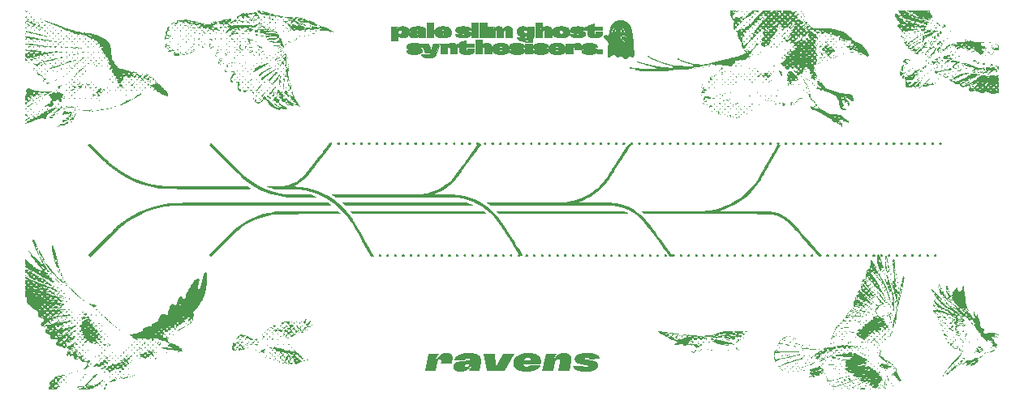
<source format=gto>
%TF.GenerationSoftware,KiCad,Pcbnew,7.0.1-0*%
%TF.CreationDate,2023-08-11T08:05:26+01:00*%
%TF.ProjectId,ravens-panel-black,72617665-6e73-42d7-9061-6e656c2d626c,rev?*%
%TF.SameCoordinates,Original*%
%TF.FileFunction,Legend,Top*%
%TF.FilePolarity,Positive*%
%FSLAX46Y46*%
G04 Gerber Fmt 4.6, Leading zero omitted, Abs format (unit mm)*
G04 Created by KiCad (PCBNEW 7.0.1-0) date 2023-08-11 08:05:26*
%MOMM*%
%LPD*%
G01*
G04 APERTURE LIST*
%ADD10C,0.052916*%
%ADD11C,0.150000*%
G04 APERTURE END LIST*
D10*
X106536640Y-33124667D02*
X106581090Y-33124667D01*
X106805457Y-32385951D01*
X107520890Y-32385951D01*
X107097557Y-33492967D01*
X107087621Y-33516624D01*
X107076858Y-33539571D01*
X107065258Y-33561806D01*
X107052814Y-33583326D01*
X107039514Y-33604128D01*
X107025352Y-33624210D01*
X107010318Y-33643569D01*
X106994403Y-33662201D01*
X106977597Y-33680105D01*
X106959894Y-33697278D01*
X106941282Y-33713716D01*
X106921754Y-33729418D01*
X106901300Y-33744380D01*
X106879912Y-33758600D01*
X106857580Y-33772075D01*
X106834297Y-33784803D01*
X106810052Y-33796780D01*
X106784836Y-33808004D01*
X106758642Y-33818472D01*
X106731460Y-33828182D01*
X106703282Y-33837130D01*
X106674097Y-33845315D01*
X106643898Y-33852733D01*
X106612675Y-33859382D01*
X106580419Y-33865259D01*
X106547123Y-33870361D01*
X106512776Y-33874685D01*
X106477369Y-33878229D01*
X106440895Y-33880991D01*
X106403343Y-33882967D01*
X106364706Y-33884154D01*
X106324973Y-33884551D01*
X106244100Y-33883112D01*
X106166736Y-33878800D01*
X106093118Y-33871616D01*
X106023481Y-33861565D01*
X105958060Y-33848648D01*
X105897093Y-33832870D01*
X105840813Y-33814233D01*
X105789457Y-33792740D01*
X105743260Y-33768395D01*
X105702458Y-33741200D01*
X105667288Y-33711159D01*
X105651887Y-33695072D01*
X105637983Y-33678275D01*
X105625604Y-33660767D01*
X105614780Y-33642550D01*
X105605541Y-33623624D01*
X105597915Y-33603989D01*
X105591933Y-33583645D01*
X105587623Y-33562593D01*
X105585016Y-33540834D01*
X105584140Y-33518367D01*
X105584140Y-33497200D01*
X106261474Y-33497200D01*
X106261474Y-33507784D01*
X106261572Y-33510921D01*
X106261867Y-33513983D01*
X106262354Y-33516967D01*
X106263032Y-33519872D01*
X106263897Y-33522697D01*
X106264948Y-33525439D01*
X106266180Y-33528097D01*
X106267592Y-33530670D01*
X106269181Y-33533157D01*
X106270943Y-33535555D01*
X106272877Y-33537863D01*
X106274980Y-33540080D01*
X106277248Y-33542203D01*
X106279680Y-33544233D01*
X106282272Y-33546165D01*
X106285022Y-33548001D01*
X106287926Y-33549737D01*
X106290984Y-33551372D01*
X106294190Y-33552905D01*
X106297544Y-33554334D01*
X106301042Y-33555658D01*
X106304681Y-33556875D01*
X106308459Y-33557983D01*
X106312373Y-33558981D01*
X106316420Y-33559867D01*
X106320598Y-33560641D01*
X106324904Y-33561299D01*
X106329335Y-33561842D01*
X106333889Y-33562266D01*
X106338562Y-33562571D01*
X106343352Y-33562756D01*
X106348257Y-33562817D01*
X106359567Y-33562516D01*
X106370470Y-33561594D01*
X106380957Y-33560027D01*
X106391020Y-33557790D01*
X106400649Y-33554859D01*
X106409835Y-33551209D01*
X106414258Y-33549106D01*
X106418568Y-33546814D01*
X106422761Y-33544330D01*
X106426838Y-33541651D01*
X106430798Y-33538773D01*
X106434638Y-33535693D01*
X106438358Y-33532409D01*
X106441957Y-33528918D01*
X106445433Y-33525215D01*
X106448786Y-33521298D01*
X106452014Y-33517165D01*
X106455116Y-33512811D01*
X106458090Y-33508234D01*
X106460937Y-33503431D01*
X106463654Y-33498398D01*
X106466241Y-33493133D01*
X106468695Y-33487632D01*
X106471017Y-33481892D01*
X106475257Y-33469684D01*
X106507007Y-33368084D01*
X105990540Y-33368084D01*
X105586257Y-32385951D01*
X106303807Y-32385951D01*
X106536640Y-33124667D01*
G36*
X106536640Y-33124667D02*
G01*
X106581090Y-33124667D01*
X106805457Y-32385951D01*
X107520890Y-32385951D01*
X107097557Y-33492967D01*
X107087621Y-33516624D01*
X107076858Y-33539571D01*
X107065258Y-33561806D01*
X107052814Y-33583326D01*
X107039514Y-33604128D01*
X107025352Y-33624210D01*
X107010318Y-33643569D01*
X106994403Y-33662201D01*
X106977597Y-33680105D01*
X106959894Y-33697278D01*
X106941282Y-33713716D01*
X106921754Y-33729418D01*
X106901300Y-33744380D01*
X106879912Y-33758600D01*
X106857580Y-33772075D01*
X106834297Y-33784803D01*
X106810052Y-33796780D01*
X106784836Y-33808004D01*
X106758642Y-33818472D01*
X106731460Y-33828182D01*
X106703282Y-33837130D01*
X106674097Y-33845315D01*
X106643898Y-33852733D01*
X106612675Y-33859382D01*
X106580419Y-33865259D01*
X106547123Y-33870361D01*
X106512776Y-33874685D01*
X106477369Y-33878229D01*
X106440895Y-33880991D01*
X106403343Y-33882967D01*
X106364706Y-33884154D01*
X106324973Y-33884551D01*
X106244100Y-33883112D01*
X106166736Y-33878800D01*
X106093118Y-33871616D01*
X106023481Y-33861565D01*
X105958060Y-33848648D01*
X105897093Y-33832870D01*
X105840813Y-33814233D01*
X105789457Y-33792740D01*
X105743260Y-33768395D01*
X105702458Y-33741200D01*
X105667288Y-33711159D01*
X105651887Y-33695072D01*
X105637983Y-33678275D01*
X105625604Y-33660767D01*
X105614780Y-33642550D01*
X105605541Y-33623624D01*
X105597915Y-33603989D01*
X105591933Y-33583645D01*
X105587623Y-33562593D01*
X105585016Y-33540834D01*
X105584140Y-33518367D01*
X105584140Y-33497200D01*
X106261474Y-33497200D01*
X106261474Y-33507784D01*
X106261572Y-33510921D01*
X106261867Y-33513983D01*
X106262354Y-33516967D01*
X106263032Y-33519872D01*
X106263897Y-33522697D01*
X106264948Y-33525439D01*
X106266180Y-33528097D01*
X106267592Y-33530670D01*
X106269181Y-33533157D01*
X106270943Y-33535555D01*
X106272877Y-33537863D01*
X106274980Y-33540080D01*
X106277248Y-33542203D01*
X106279680Y-33544233D01*
X106282272Y-33546165D01*
X106285022Y-33548001D01*
X106287926Y-33549737D01*
X106290984Y-33551372D01*
X106294190Y-33552905D01*
X106297544Y-33554334D01*
X106301042Y-33555658D01*
X106304681Y-33556875D01*
X106308459Y-33557983D01*
X106312373Y-33558981D01*
X106316420Y-33559867D01*
X106320598Y-33560641D01*
X106324904Y-33561299D01*
X106329335Y-33561842D01*
X106333889Y-33562266D01*
X106338562Y-33562571D01*
X106343352Y-33562756D01*
X106348257Y-33562817D01*
X106359567Y-33562516D01*
X106370470Y-33561594D01*
X106380957Y-33560027D01*
X106391020Y-33557790D01*
X106400649Y-33554859D01*
X106409835Y-33551209D01*
X106414258Y-33549106D01*
X106418568Y-33546814D01*
X106422761Y-33544330D01*
X106426838Y-33541651D01*
X106430798Y-33538773D01*
X106434638Y-33535693D01*
X106438358Y-33532409D01*
X106441957Y-33528918D01*
X106445433Y-33525215D01*
X106448786Y-33521298D01*
X106452014Y-33517165D01*
X106455116Y-33512811D01*
X106458090Y-33508234D01*
X106460937Y-33503431D01*
X106463654Y-33498398D01*
X106466241Y-33493133D01*
X106468695Y-33487632D01*
X106471017Y-33481892D01*
X106475257Y-33469684D01*
X106507007Y-33368084D01*
X105990540Y-33368084D01*
X105586257Y-32385951D01*
X106303807Y-32385951D01*
X106536640Y-33124667D01*
G37*
X106837207Y-31719201D02*
X106138707Y-31719201D01*
X106138707Y-30237534D01*
X106837207Y-30237534D01*
X106837207Y-31719201D01*
G36*
X106837207Y-31719201D02*
G01*
X106138707Y-31719201D01*
X106138707Y-30237534D01*
X106837207Y-30237534D01*
X106837207Y-31719201D01*
G37*
X114618737Y-30592822D02*
X114673090Y-30598215D01*
X114698958Y-30602246D01*
X114723946Y-30607161D01*
X114748051Y-30612955D01*
X114771267Y-30619625D01*
X114793591Y-30627167D01*
X114815016Y-30635575D01*
X114835540Y-30644847D01*
X114855156Y-30654976D01*
X114873861Y-30665960D01*
X114891650Y-30677794D01*
X114908518Y-30690474D01*
X114924460Y-30703994D01*
X114939473Y-30718353D01*
X114953550Y-30733544D01*
X114966688Y-30749563D01*
X114978882Y-30766407D01*
X114990127Y-30784071D01*
X115000418Y-30802551D01*
X115009752Y-30821843D01*
X115018123Y-30841942D01*
X115025526Y-30862843D01*
X115031957Y-30884544D01*
X115037412Y-30907039D01*
X115041885Y-30930325D01*
X115045373Y-30954396D01*
X115047869Y-30979249D01*
X115049371Y-31004880D01*
X115049872Y-31031284D01*
X115049872Y-31719201D01*
X114349257Y-31719201D01*
X114349257Y-31111717D01*
X114348861Y-31096782D01*
X114347677Y-31082923D01*
X114345713Y-31070125D01*
X114344439Y-31064118D01*
X114342973Y-31058371D01*
X114341314Y-31052881D01*
X114339464Y-31047646D01*
X114337423Y-31042665D01*
X114335192Y-31037936D01*
X114332773Y-31033456D01*
X114330164Y-31029224D01*
X114327369Y-31025237D01*
X114324386Y-31021494D01*
X114321217Y-31017994D01*
X114317863Y-31014733D01*
X114314325Y-31011710D01*
X114310603Y-31008923D01*
X114306698Y-31006370D01*
X114302610Y-31004049D01*
X114298342Y-31001959D01*
X114293893Y-31000096D01*
X114289263Y-30998460D01*
X114284455Y-30997049D01*
X114279469Y-30995860D01*
X114274305Y-30994891D01*
X114263448Y-30993608D01*
X114251889Y-30993184D01*
X114245608Y-30993314D01*
X114239468Y-30993704D01*
X114233471Y-30994353D01*
X114227622Y-30995259D01*
X114221926Y-30996423D01*
X114216385Y-30997844D01*
X114211004Y-30999521D01*
X114205786Y-31001452D01*
X114200736Y-31003638D01*
X114195857Y-31006077D01*
X114191153Y-31008769D01*
X114186628Y-31011713D01*
X114182287Y-31014908D01*
X114178132Y-31018354D01*
X114174168Y-31022049D01*
X114170398Y-31025992D01*
X114166827Y-31030184D01*
X114163458Y-31034623D01*
X114160295Y-31039309D01*
X114157342Y-31044240D01*
X114154604Y-31049417D01*
X114152083Y-31054837D01*
X114149783Y-31060501D01*
X114147710Y-31066407D01*
X114145866Y-31072556D01*
X114144255Y-31078945D01*
X114142881Y-31085575D01*
X114141748Y-31092444D01*
X114140861Y-31099552D01*
X114140222Y-31106898D01*
X114139836Y-31114481D01*
X114139706Y-31122301D01*
X114139706Y-31719201D01*
X113441207Y-31719201D01*
X113441207Y-31111717D01*
X113440811Y-31096782D01*
X113439628Y-31082923D01*
X113437663Y-31070125D01*
X113436389Y-31064118D01*
X113434923Y-31058371D01*
X113433264Y-31052881D01*
X113431414Y-31047646D01*
X113429373Y-31042665D01*
X113427143Y-31037936D01*
X113424723Y-31033456D01*
X113422114Y-31029224D01*
X113419319Y-31025237D01*
X113416336Y-31021494D01*
X113413167Y-31017994D01*
X113409813Y-31014733D01*
X113406275Y-31011710D01*
X113402553Y-31008923D01*
X113398648Y-31006370D01*
X113394561Y-31004049D01*
X113390292Y-31001959D01*
X113385843Y-31000096D01*
X113381214Y-30998460D01*
X113376406Y-30997049D01*
X113371419Y-30995860D01*
X113366255Y-30994891D01*
X113355398Y-30993608D01*
X113343840Y-30993184D01*
X113337181Y-30993308D01*
X113330697Y-30993681D01*
X113324391Y-30994302D01*
X113318267Y-30995173D01*
X113312325Y-30996293D01*
X113306568Y-30997663D01*
X113300999Y-30999283D01*
X113295620Y-31001155D01*
X113290433Y-31003277D01*
X113285441Y-31005651D01*
X113280645Y-31008277D01*
X113276049Y-31011155D01*
X113271654Y-31014286D01*
X113267463Y-31017670D01*
X113263479Y-31021307D01*
X113259702Y-31025199D01*
X113256137Y-31029344D01*
X113252785Y-31033744D01*
X113249648Y-31038400D01*
X113246730Y-31043310D01*
X113244031Y-31048477D01*
X113241555Y-31053899D01*
X113239303Y-31059578D01*
X113237279Y-31065514D01*
X113235484Y-31071708D01*
X113233921Y-31078159D01*
X113232592Y-31084869D01*
X113231500Y-31091836D01*
X113230646Y-31099063D01*
X113230033Y-31106549D01*
X113229664Y-31114295D01*
X113229540Y-31122301D01*
X113229540Y-31719201D01*
X112531040Y-31719201D01*
X112531040Y-30639701D01*
X113208374Y-30639701D01*
X113113124Y-30919101D01*
X113166040Y-30919101D01*
X113182359Y-30878442D01*
X113191146Y-30859165D01*
X113200349Y-30840586D01*
X113209966Y-30822701D01*
X113219995Y-30805508D01*
X113230434Y-30789003D01*
X113241281Y-30773183D01*
X113252534Y-30758045D01*
X113264192Y-30743587D01*
X113276251Y-30729804D01*
X113288712Y-30716694D01*
X113301570Y-30704254D01*
X113314825Y-30692481D01*
X113328475Y-30681371D01*
X113342517Y-30670922D01*
X113356950Y-30661129D01*
X113371772Y-30651991D01*
X113386980Y-30643505D01*
X113402573Y-30635666D01*
X113418549Y-30628472D01*
X113434907Y-30621920D01*
X113451643Y-30616007D01*
X113468756Y-30610729D01*
X113486245Y-30606084D01*
X113504107Y-30602068D01*
X113522340Y-30598678D01*
X113540942Y-30595912D01*
X113579247Y-30592237D01*
X113619007Y-30591017D01*
X113658821Y-30592237D01*
X113697212Y-30595912D01*
X113734046Y-30602068D01*
X113769191Y-30610729D01*
X113802512Y-30621920D01*
X113818448Y-30628472D01*
X113833877Y-30635666D01*
X113848784Y-30643505D01*
X113863152Y-30651991D01*
X113876965Y-30661129D01*
X113890204Y-30670922D01*
X113902855Y-30681371D01*
X113914900Y-30692481D01*
X113926323Y-30704254D01*
X113937106Y-30716694D01*
X113947234Y-30729804D01*
X113956689Y-30743587D01*
X113965455Y-30758045D01*
X113973515Y-30773183D01*
X113980853Y-30789003D01*
X113987452Y-30805508D01*
X113993295Y-30822701D01*
X113998365Y-30840586D01*
X114002647Y-30859165D01*
X114006123Y-30878442D01*
X114008776Y-30898419D01*
X114010590Y-30919101D01*
X114063506Y-30919101D01*
X114071914Y-30897861D01*
X114080859Y-30877395D01*
X114090335Y-30857698D01*
X114100333Y-30838762D01*
X114110846Y-30820582D01*
X114121865Y-30803150D01*
X114133384Y-30786459D01*
X114145395Y-30770504D01*
X114157889Y-30755278D01*
X114170859Y-30740773D01*
X114184297Y-30726984D01*
X114198196Y-30713904D01*
X114212547Y-30701526D01*
X114227343Y-30689844D01*
X114242577Y-30678851D01*
X114258240Y-30668540D01*
X114274324Y-30658906D01*
X114290823Y-30649940D01*
X114307728Y-30641638D01*
X114325031Y-30633991D01*
X114342724Y-30626995D01*
X114360801Y-30620641D01*
X114379253Y-30614923D01*
X114398072Y-30609836D01*
X114417251Y-30605371D01*
X114436782Y-30601524D01*
X114476869Y-30595652D01*
X114518270Y-30592167D01*
X114560923Y-30591017D01*
X114618737Y-30592822D01*
G36*
X114618737Y-30592822D02*
G01*
X114673090Y-30598215D01*
X114698958Y-30602246D01*
X114723946Y-30607161D01*
X114748051Y-30612955D01*
X114771267Y-30619625D01*
X114793591Y-30627167D01*
X114815016Y-30635575D01*
X114835540Y-30644847D01*
X114855156Y-30654976D01*
X114873861Y-30665960D01*
X114891650Y-30677794D01*
X114908518Y-30690474D01*
X114924460Y-30703994D01*
X114939473Y-30718353D01*
X114953550Y-30733544D01*
X114966688Y-30749563D01*
X114978882Y-30766407D01*
X114990127Y-30784071D01*
X115000418Y-30802551D01*
X115009752Y-30821843D01*
X115018123Y-30841942D01*
X115025526Y-30862843D01*
X115031957Y-30884544D01*
X115037412Y-30907039D01*
X115041885Y-30930325D01*
X115045373Y-30954396D01*
X115047869Y-30979249D01*
X115049371Y-31004880D01*
X115049872Y-31031284D01*
X115049872Y-31719201D01*
X114349257Y-31719201D01*
X114349257Y-31111717D01*
X114348861Y-31096782D01*
X114347677Y-31082923D01*
X114345713Y-31070125D01*
X114344439Y-31064118D01*
X114342973Y-31058371D01*
X114341314Y-31052881D01*
X114339464Y-31047646D01*
X114337423Y-31042665D01*
X114335192Y-31037936D01*
X114332773Y-31033456D01*
X114330164Y-31029224D01*
X114327369Y-31025237D01*
X114324386Y-31021494D01*
X114321217Y-31017994D01*
X114317863Y-31014733D01*
X114314325Y-31011710D01*
X114310603Y-31008923D01*
X114306698Y-31006370D01*
X114302610Y-31004049D01*
X114298342Y-31001959D01*
X114293893Y-31000096D01*
X114289263Y-30998460D01*
X114284455Y-30997049D01*
X114279469Y-30995860D01*
X114274305Y-30994891D01*
X114263448Y-30993608D01*
X114251889Y-30993184D01*
X114245608Y-30993314D01*
X114239468Y-30993704D01*
X114233471Y-30994353D01*
X114227622Y-30995259D01*
X114221926Y-30996423D01*
X114216385Y-30997844D01*
X114211004Y-30999521D01*
X114205786Y-31001452D01*
X114200736Y-31003638D01*
X114195857Y-31006077D01*
X114191153Y-31008769D01*
X114186628Y-31011713D01*
X114182287Y-31014908D01*
X114178132Y-31018354D01*
X114174168Y-31022049D01*
X114170398Y-31025992D01*
X114166827Y-31030184D01*
X114163458Y-31034623D01*
X114160295Y-31039309D01*
X114157342Y-31044240D01*
X114154604Y-31049417D01*
X114152083Y-31054837D01*
X114149783Y-31060501D01*
X114147710Y-31066407D01*
X114145866Y-31072556D01*
X114144255Y-31078945D01*
X114142881Y-31085575D01*
X114141748Y-31092444D01*
X114140861Y-31099552D01*
X114140222Y-31106898D01*
X114139836Y-31114481D01*
X114139706Y-31122301D01*
X114139706Y-31719201D01*
X113441207Y-31719201D01*
X113441207Y-31111717D01*
X113440811Y-31096782D01*
X113439628Y-31082923D01*
X113437663Y-31070125D01*
X113436389Y-31064118D01*
X113434923Y-31058371D01*
X113433264Y-31052881D01*
X113431414Y-31047646D01*
X113429373Y-31042665D01*
X113427143Y-31037936D01*
X113424723Y-31033456D01*
X113422114Y-31029224D01*
X113419319Y-31025237D01*
X113416336Y-31021494D01*
X113413167Y-31017994D01*
X113409813Y-31014733D01*
X113406275Y-31011710D01*
X113402553Y-31008923D01*
X113398648Y-31006370D01*
X113394561Y-31004049D01*
X113390292Y-31001959D01*
X113385843Y-31000096D01*
X113381214Y-30998460D01*
X113376406Y-30997049D01*
X113371419Y-30995860D01*
X113366255Y-30994891D01*
X113355398Y-30993608D01*
X113343840Y-30993184D01*
X113337181Y-30993308D01*
X113330697Y-30993681D01*
X113324391Y-30994302D01*
X113318267Y-30995173D01*
X113312325Y-30996293D01*
X113306568Y-30997663D01*
X113300999Y-30999283D01*
X113295620Y-31001155D01*
X113290433Y-31003277D01*
X113285441Y-31005651D01*
X113280645Y-31008277D01*
X113276049Y-31011155D01*
X113271654Y-31014286D01*
X113267463Y-31017670D01*
X113263479Y-31021307D01*
X113259702Y-31025199D01*
X113256137Y-31029344D01*
X113252785Y-31033744D01*
X113249648Y-31038400D01*
X113246730Y-31043310D01*
X113244031Y-31048477D01*
X113241555Y-31053899D01*
X113239303Y-31059578D01*
X113237279Y-31065514D01*
X113235484Y-31071708D01*
X113233921Y-31078159D01*
X113232592Y-31084869D01*
X113231500Y-31091836D01*
X113230646Y-31099063D01*
X113230033Y-31106549D01*
X113229664Y-31114295D01*
X113229540Y-31122301D01*
X113229540Y-31719201D01*
X112531040Y-31719201D01*
X112531040Y-30639701D01*
X113208374Y-30639701D01*
X113113124Y-30919101D01*
X113166040Y-30919101D01*
X113182359Y-30878442D01*
X113191146Y-30859165D01*
X113200349Y-30840586D01*
X113209966Y-30822701D01*
X113219995Y-30805508D01*
X113230434Y-30789003D01*
X113241281Y-30773183D01*
X113252534Y-30758045D01*
X113264192Y-30743587D01*
X113276251Y-30729804D01*
X113288712Y-30716694D01*
X113301570Y-30704254D01*
X113314825Y-30692481D01*
X113328475Y-30681371D01*
X113342517Y-30670922D01*
X113356950Y-30661129D01*
X113371772Y-30651991D01*
X113386980Y-30643505D01*
X113402573Y-30635666D01*
X113418549Y-30628472D01*
X113434907Y-30621920D01*
X113451643Y-30616007D01*
X113468756Y-30610729D01*
X113486245Y-30606084D01*
X113504107Y-30602068D01*
X113522340Y-30598678D01*
X113540942Y-30595912D01*
X113579247Y-30592237D01*
X113619007Y-30591017D01*
X113658821Y-30592237D01*
X113697212Y-30595912D01*
X113734046Y-30602068D01*
X113769191Y-30610729D01*
X113802512Y-30621920D01*
X113818448Y-30628472D01*
X113833877Y-30635666D01*
X113848784Y-30643505D01*
X113863152Y-30651991D01*
X113876965Y-30661129D01*
X113890204Y-30670922D01*
X113902855Y-30681371D01*
X113914900Y-30692481D01*
X113926323Y-30704254D01*
X113937106Y-30716694D01*
X113947234Y-30729804D01*
X113956689Y-30743587D01*
X113965455Y-30758045D01*
X113973515Y-30773183D01*
X113980853Y-30789003D01*
X113987452Y-30805508D01*
X113993295Y-30822701D01*
X113998365Y-30840586D01*
X114002647Y-30859165D01*
X114006123Y-30878442D01*
X114008776Y-30898419D01*
X114010590Y-30919101D01*
X114063506Y-30919101D01*
X114071914Y-30897861D01*
X114080859Y-30877395D01*
X114090335Y-30857698D01*
X114100333Y-30838762D01*
X114110846Y-30820582D01*
X114121865Y-30803150D01*
X114133384Y-30786459D01*
X114145395Y-30770504D01*
X114157889Y-30755278D01*
X114170859Y-30740773D01*
X114184297Y-30726984D01*
X114198196Y-30713904D01*
X114212547Y-30701526D01*
X114227343Y-30689844D01*
X114242577Y-30678851D01*
X114258240Y-30668540D01*
X114274324Y-30658906D01*
X114290823Y-30649940D01*
X114307728Y-30641638D01*
X114325031Y-30633991D01*
X114342724Y-30626995D01*
X114360801Y-30620641D01*
X114379253Y-30614923D01*
X114398072Y-30609836D01*
X114417251Y-30605371D01*
X114436782Y-30601524D01*
X114476869Y-30595652D01*
X114518270Y-30592167D01*
X114560923Y-30591017D01*
X114618737Y-30592822D01*
G37*
X108794542Y-32339124D02*
X108855494Y-32344680D01*
X108912347Y-32353913D01*
X108939231Y-32359902D01*
X108965085Y-32366801D01*
X108989907Y-32374610D01*
X109013694Y-32383324D01*
X109036444Y-32392941D01*
X109058157Y-32403459D01*
X109078829Y-32414874D01*
X109098458Y-32427184D01*
X109117044Y-32440386D01*
X109134584Y-32454478D01*
X109151076Y-32469456D01*
X109166517Y-32485319D01*
X109180907Y-32502063D01*
X109194243Y-32519685D01*
X109206524Y-32538184D01*
X109217746Y-32557555D01*
X109227909Y-32577797D01*
X109237011Y-32598907D01*
X109245049Y-32620882D01*
X109252021Y-32643719D01*
X109257926Y-32667416D01*
X109262762Y-32691970D01*
X109266527Y-32717378D01*
X109269218Y-32743638D01*
X109270834Y-32770746D01*
X109271373Y-32798701D01*
X109271373Y-33465451D01*
X108572874Y-33465451D01*
X108572874Y-32893951D01*
X108572304Y-32876170D01*
X108570600Y-32859356D01*
X108569324Y-32851320D01*
X108567767Y-32843535D01*
X108565929Y-32836004D01*
X108563812Y-32828731D01*
X108561415Y-32821718D01*
X108558740Y-32814968D01*
X108555788Y-32808486D01*
X108552559Y-32802273D01*
X108549054Y-32796332D01*
X108545273Y-32790668D01*
X108541219Y-32785283D01*
X108536890Y-32780180D01*
X108532289Y-32775362D01*
X108527416Y-32770833D01*
X108522271Y-32766595D01*
X108516856Y-32762651D01*
X108511172Y-32759005D01*
X108505218Y-32755660D01*
X108498996Y-32752619D01*
X108492506Y-32749885D01*
X108485750Y-32747461D01*
X108478728Y-32745350D01*
X108471441Y-32743555D01*
X108463890Y-32742080D01*
X108456075Y-32740927D01*
X108447998Y-32740100D01*
X108439658Y-32739601D01*
X108431057Y-32739434D01*
X108420899Y-32739650D01*
X108411064Y-32740298D01*
X108401552Y-32741373D01*
X108392362Y-32742873D01*
X108383494Y-32744795D01*
X108374949Y-32747136D01*
X108366726Y-32749892D01*
X108358826Y-32753060D01*
X108351248Y-32756638D01*
X108343992Y-32760621D01*
X108337060Y-32765008D01*
X108330449Y-32769795D01*
X108324161Y-32774978D01*
X108318196Y-32780556D01*
X108312552Y-32786524D01*
X108307232Y-32792880D01*
X108302234Y-32799620D01*
X108297558Y-32806741D01*
X108293205Y-32814241D01*
X108289174Y-32822116D01*
X108285466Y-32830363D01*
X108282080Y-32838979D01*
X108279017Y-32847961D01*
X108276276Y-32857306D01*
X108273857Y-32867010D01*
X108271761Y-32877071D01*
X108269988Y-32887485D01*
X108268537Y-32898250D01*
X108267408Y-32909362D01*
X108266602Y-32920818D01*
X108266118Y-32932615D01*
X108265957Y-32944751D01*
X108265957Y-33465451D01*
X107567457Y-33465451D01*
X107567457Y-32385951D01*
X108265957Y-32385951D01*
X108153774Y-32665351D01*
X108206690Y-32665351D01*
X108224887Y-32626436D01*
X108244608Y-32589874D01*
X108255068Y-32572483D01*
X108265942Y-32555688D01*
X108277241Y-32539492D01*
X108288976Y-32523898D01*
X108301157Y-32508908D01*
X108313795Y-32494526D01*
X108326901Y-32480754D01*
X108340487Y-32467595D01*
X108354562Y-32455052D01*
X108369138Y-32443126D01*
X108384226Y-32431821D01*
X108399836Y-32421140D01*
X108415980Y-32411085D01*
X108432667Y-32401660D01*
X108449910Y-32392866D01*
X108467718Y-32384706D01*
X108486104Y-32377184D01*
X108505076Y-32370301D01*
X108524647Y-32364062D01*
X108544828Y-32358467D01*
X108565628Y-32353521D01*
X108587060Y-32349225D01*
X108609133Y-32345582D01*
X108631859Y-32342596D01*
X108655249Y-32340269D01*
X108679313Y-32338603D01*
X108704062Y-32337602D01*
X108729507Y-32337267D01*
X108794542Y-32339124D01*
G36*
X108794542Y-32339124D02*
G01*
X108855494Y-32344680D01*
X108912347Y-32353913D01*
X108939231Y-32359902D01*
X108965085Y-32366801D01*
X108989907Y-32374610D01*
X109013694Y-32383324D01*
X109036444Y-32392941D01*
X109058157Y-32403459D01*
X109078829Y-32414874D01*
X109098458Y-32427184D01*
X109117044Y-32440386D01*
X109134584Y-32454478D01*
X109151076Y-32469456D01*
X109166517Y-32485319D01*
X109180907Y-32502063D01*
X109194243Y-32519685D01*
X109206524Y-32538184D01*
X109217746Y-32557555D01*
X109227909Y-32577797D01*
X109237011Y-32598907D01*
X109245049Y-32620882D01*
X109252021Y-32643719D01*
X109257926Y-32667416D01*
X109262762Y-32691970D01*
X109266527Y-32717378D01*
X109269218Y-32743638D01*
X109270834Y-32770746D01*
X109271373Y-32798701D01*
X109271373Y-33465451D01*
X108572874Y-33465451D01*
X108572874Y-32893951D01*
X108572304Y-32876170D01*
X108570600Y-32859356D01*
X108569324Y-32851320D01*
X108567767Y-32843535D01*
X108565929Y-32836004D01*
X108563812Y-32828731D01*
X108561415Y-32821718D01*
X108558740Y-32814968D01*
X108555788Y-32808486D01*
X108552559Y-32802273D01*
X108549054Y-32796332D01*
X108545273Y-32790668D01*
X108541219Y-32785283D01*
X108536890Y-32780180D01*
X108532289Y-32775362D01*
X108527416Y-32770833D01*
X108522271Y-32766595D01*
X108516856Y-32762651D01*
X108511172Y-32759005D01*
X108505218Y-32755660D01*
X108498996Y-32752619D01*
X108492506Y-32749885D01*
X108485750Y-32747461D01*
X108478728Y-32745350D01*
X108471441Y-32743555D01*
X108463890Y-32742080D01*
X108456075Y-32740927D01*
X108447998Y-32740100D01*
X108439658Y-32739601D01*
X108431057Y-32739434D01*
X108420899Y-32739650D01*
X108411064Y-32740298D01*
X108401552Y-32741373D01*
X108392362Y-32742873D01*
X108383494Y-32744795D01*
X108374949Y-32747136D01*
X108366726Y-32749892D01*
X108358826Y-32753060D01*
X108351248Y-32756638D01*
X108343992Y-32760621D01*
X108337060Y-32765008D01*
X108330449Y-32769795D01*
X108324161Y-32774978D01*
X108318196Y-32780556D01*
X108312552Y-32786524D01*
X108307232Y-32792880D01*
X108302234Y-32799620D01*
X108297558Y-32806741D01*
X108293205Y-32814241D01*
X108289174Y-32822116D01*
X108285466Y-32830363D01*
X108282080Y-32838979D01*
X108279017Y-32847961D01*
X108276276Y-32857306D01*
X108273857Y-32867010D01*
X108271761Y-32877071D01*
X108269988Y-32887485D01*
X108268537Y-32898250D01*
X108267408Y-32909362D01*
X108266602Y-32920818D01*
X108266118Y-32932615D01*
X108265957Y-32944751D01*
X108265957Y-33465451D01*
X107567457Y-33465451D01*
X107567457Y-32385951D01*
X108265957Y-32385951D01*
X108153774Y-32665351D01*
X108206690Y-32665351D01*
X108224887Y-32626436D01*
X108244608Y-32589874D01*
X108255068Y-32572483D01*
X108265942Y-32555688D01*
X108277241Y-32539492D01*
X108288976Y-32523898D01*
X108301157Y-32508908D01*
X108313795Y-32494526D01*
X108326901Y-32480754D01*
X108340487Y-32467595D01*
X108354562Y-32455052D01*
X108369138Y-32443126D01*
X108384226Y-32431821D01*
X108399836Y-32421140D01*
X108415980Y-32411085D01*
X108432667Y-32401660D01*
X108449910Y-32392866D01*
X108467718Y-32384706D01*
X108486104Y-32377184D01*
X108505076Y-32370301D01*
X108524647Y-32364062D01*
X108544828Y-32358467D01*
X108565628Y-32353521D01*
X108587060Y-32349225D01*
X108609133Y-32345582D01*
X108631859Y-32342596D01*
X108655249Y-32340269D01*
X108679313Y-32338603D01*
X108704062Y-32337602D01*
X108729507Y-32337267D01*
X108794542Y-32339124D01*
G37*
X112370173Y-31719201D02*
X111671673Y-31719201D01*
X111671673Y-30639701D01*
X112370173Y-30639701D01*
X112370173Y-31719201D01*
G36*
X112370173Y-31719201D02*
G01*
X111671673Y-31719201D01*
X111671673Y-30639701D01*
X112370173Y-30639701D01*
X112370173Y-31719201D01*
G37*
X112967662Y-32784721D02*
X112972894Y-32766157D01*
X112978771Y-32748014D01*
X112985280Y-32730302D01*
X112992409Y-32713030D01*
X113000146Y-32696208D01*
X113008479Y-32679844D01*
X113017394Y-32663949D01*
X113026880Y-32648531D01*
X113036924Y-32633600D01*
X113049642Y-32615990D01*
X113063187Y-32598879D01*
X113077556Y-32582272D01*
X113092746Y-32566173D01*
X113108753Y-32550586D01*
X113125574Y-32535514D01*
X113143204Y-32520961D01*
X113161641Y-32506931D01*
X113180881Y-32493429D01*
X113200921Y-32480457D01*
X113221757Y-32468021D01*
X113243385Y-32456123D01*
X113265802Y-32444768D01*
X113289005Y-32433959D01*
X113337754Y-32413996D01*
X113389604Y-32396266D01*
X113444526Y-32380800D01*
X113502493Y-32367627D01*
X113563477Y-32356780D01*
X113627450Y-32348290D01*
X113694384Y-32342187D01*
X113764251Y-32338502D01*
X113837023Y-32337267D01*
X113934599Y-32339718D01*
X114027184Y-32347053D01*
X114114597Y-32359243D01*
X114196658Y-32376260D01*
X114273188Y-32398078D01*
X114344006Y-32424667D01*
X114408933Y-32456000D01*
X114439132Y-32473436D01*
X114467790Y-32492049D01*
X114494885Y-32511833D01*
X114520395Y-32532786D01*
X114544298Y-32554903D01*
X114566570Y-32578183D01*
X114587190Y-32602620D01*
X114606135Y-32628212D01*
X114623382Y-32654955D01*
X114638909Y-32682846D01*
X114652694Y-32711881D01*
X114664713Y-32742056D01*
X114674945Y-32773369D01*
X114683367Y-32805815D01*
X114689957Y-32839392D01*
X114694692Y-32874095D01*
X114697549Y-32909921D01*
X114698507Y-32946867D01*
X114698507Y-33033651D01*
X113616890Y-33033651D01*
X113618154Y-33040720D01*
X113619565Y-33047640D01*
X113621118Y-33054412D01*
X113622810Y-33061035D01*
X113624639Y-33067509D01*
X113626601Y-33073834D01*
X113628693Y-33080011D01*
X113630913Y-33086038D01*
X113633256Y-33091917D01*
X113635721Y-33097647D01*
X113638303Y-33103228D01*
X113641000Y-33108660D01*
X113643809Y-33113943D01*
X113646726Y-33119078D01*
X113649749Y-33124064D01*
X113652874Y-33128901D01*
X113656309Y-33133390D01*
X113659871Y-33137732D01*
X113663559Y-33141925D01*
X113667376Y-33145970D01*
X113671323Y-33149869D01*
X113675402Y-33153620D01*
X113679615Y-33157225D01*
X113683962Y-33160684D01*
X113688445Y-33163997D01*
X113693067Y-33167164D01*
X113697828Y-33170187D01*
X113702731Y-33173065D01*
X113707775Y-33175799D01*
X113712964Y-33178390D01*
X113718299Y-33180836D01*
X113723781Y-33183140D01*
X113735194Y-33187320D01*
X113747213Y-33190933D01*
X113759853Y-33193981D01*
X113773126Y-33196468D01*
X113787043Y-33198398D01*
X113801618Y-33199772D01*
X113816863Y-33200594D01*
X113832789Y-33200867D01*
X113848740Y-33200522D01*
X113864052Y-33199495D01*
X113878731Y-33197798D01*
X113892784Y-33195443D01*
X113906217Y-33192444D01*
X113919036Y-33188812D01*
X113931247Y-33184560D01*
X113942856Y-33179700D01*
X113953871Y-33174245D01*
X113964296Y-33168208D01*
X113974138Y-33161599D01*
X113983404Y-33154433D01*
X113992099Y-33146721D01*
X114000230Y-33138475D01*
X114007802Y-33129709D01*
X114014823Y-33120434D01*
X114704857Y-33120434D01*
X114698709Y-33142793D01*
X114690994Y-33164620D01*
X114681735Y-33185903D01*
X114670953Y-33206630D01*
X114658668Y-33226790D01*
X114644902Y-33246370D01*
X114629677Y-33265360D01*
X114613013Y-33283748D01*
X114594933Y-33301522D01*
X114575456Y-33318670D01*
X114554606Y-33335181D01*
X114532402Y-33351043D01*
X114508867Y-33366245D01*
X114484021Y-33380775D01*
X114457886Y-33394621D01*
X114430484Y-33407771D01*
X114401835Y-33420215D01*
X114371961Y-33431940D01*
X114340883Y-33442936D01*
X114308622Y-33453189D01*
X114275201Y-33462689D01*
X114240639Y-33471423D01*
X114204959Y-33479381D01*
X114168182Y-33486551D01*
X114130329Y-33492921D01*
X114091422Y-33498479D01*
X114051481Y-33503214D01*
X114010528Y-33507114D01*
X113968584Y-33510168D01*
X113925671Y-33512363D01*
X113881810Y-33513689D01*
X113837023Y-33514134D01*
X113767739Y-33512923D01*
X113700461Y-33509309D01*
X113635310Y-33503321D01*
X113572407Y-33494985D01*
X113511872Y-33484330D01*
X113453828Y-33471383D01*
X113398394Y-33456173D01*
X113345692Y-33438728D01*
X113295842Y-33419075D01*
X113248966Y-33397242D01*
X113205184Y-33373257D01*
X113164618Y-33347149D01*
X113127388Y-33318944D01*
X113093615Y-33288672D01*
X113063420Y-33256359D01*
X113036924Y-33222034D01*
X113026880Y-33206730D01*
X113017394Y-33190983D01*
X113008479Y-33174795D01*
X113000146Y-33158170D01*
X112992409Y-33141111D01*
X112985280Y-33123621D01*
X112978771Y-33105704D01*
X112972894Y-33087361D01*
X112967662Y-33068597D01*
X112963088Y-33049414D01*
X112959183Y-33029816D01*
X112955961Y-33009805D01*
X112953433Y-32989385D01*
X112951612Y-32968559D01*
X112950510Y-32947330D01*
X112950140Y-32925701D01*
X112950510Y-32904445D01*
X112951612Y-32883545D01*
X112953433Y-32863011D01*
X112955961Y-32842853D01*
X112959183Y-32823079D01*
X112963088Y-32803699D01*
X112963783Y-32800817D01*
X113619007Y-32800817D01*
X114042340Y-32800817D01*
X114041949Y-32792174D01*
X114041173Y-32783710D01*
X114040012Y-32775433D01*
X114038466Y-32767347D01*
X114036533Y-32759461D01*
X114034215Y-32751778D01*
X114031509Y-32744307D01*
X114028416Y-32737053D01*
X114024935Y-32730022D01*
X114021067Y-32723220D01*
X114016810Y-32716654D01*
X114012165Y-32710330D01*
X114007130Y-32704254D01*
X114001706Y-32698432D01*
X113995892Y-32692870D01*
X113989687Y-32687576D01*
X113983092Y-32682554D01*
X113976106Y-32677811D01*
X113968729Y-32673353D01*
X113960959Y-32669187D01*
X113952798Y-32665319D01*
X113944244Y-32661754D01*
X113935297Y-32658499D01*
X113925956Y-32655561D01*
X113916222Y-32652945D01*
X113906093Y-32650658D01*
X113895570Y-32648706D01*
X113884652Y-32647094D01*
X113873339Y-32645830D01*
X113861630Y-32644920D01*
X113849524Y-32644369D01*
X113837023Y-32644184D01*
X113819978Y-32644458D01*
X113803756Y-32645288D01*
X113788333Y-32646681D01*
X113773688Y-32648649D01*
X113759800Y-32651199D01*
X113746647Y-32654341D01*
X113734207Y-32658085D01*
X113722459Y-32662440D01*
X113711380Y-32667415D01*
X113700949Y-32673019D01*
X113691144Y-32679262D01*
X113681944Y-32686154D01*
X113673327Y-32693702D01*
X113665271Y-32701917D01*
X113657755Y-32710808D01*
X113650757Y-32720384D01*
X113648028Y-32724776D01*
X113645399Y-32729223D01*
X113642869Y-32733732D01*
X113640438Y-32738310D01*
X113638106Y-32742961D01*
X113635874Y-32747694D01*
X113633740Y-32752513D01*
X113631706Y-32757426D01*
X113629772Y-32762437D01*
X113627936Y-32767554D01*
X113626200Y-32772783D01*
X113624563Y-32778129D01*
X113623025Y-32783600D01*
X113621586Y-32789200D01*
X113620247Y-32794937D01*
X113619007Y-32800817D01*
X112963783Y-32800817D01*
X112967662Y-32784721D01*
G36*
X112967662Y-32784721D02*
G01*
X112972894Y-32766157D01*
X112978771Y-32748014D01*
X112985280Y-32730302D01*
X112992409Y-32713030D01*
X113000146Y-32696208D01*
X113008479Y-32679844D01*
X113017394Y-32663949D01*
X113026880Y-32648531D01*
X113036924Y-32633600D01*
X113049642Y-32615990D01*
X113063187Y-32598879D01*
X113077556Y-32582272D01*
X113092746Y-32566173D01*
X113108753Y-32550586D01*
X113125574Y-32535514D01*
X113143204Y-32520961D01*
X113161641Y-32506931D01*
X113180881Y-32493429D01*
X113200921Y-32480457D01*
X113221757Y-32468021D01*
X113243385Y-32456123D01*
X113265802Y-32444768D01*
X113289005Y-32433959D01*
X113337754Y-32413996D01*
X113389604Y-32396266D01*
X113444526Y-32380800D01*
X113502493Y-32367627D01*
X113563477Y-32356780D01*
X113627450Y-32348290D01*
X113694384Y-32342187D01*
X113764251Y-32338502D01*
X113837023Y-32337267D01*
X113934599Y-32339718D01*
X114027184Y-32347053D01*
X114114597Y-32359243D01*
X114196658Y-32376260D01*
X114273188Y-32398078D01*
X114344006Y-32424667D01*
X114408933Y-32456000D01*
X114439132Y-32473436D01*
X114467790Y-32492049D01*
X114494885Y-32511833D01*
X114520395Y-32532786D01*
X114544298Y-32554903D01*
X114566570Y-32578183D01*
X114587190Y-32602620D01*
X114606135Y-32628212D01*
X114623382Y-32654955D01*
X114638909Y-32682846D01*
X114652694Y-32711881D01*
X114664713Y-32742056D01*
X114674945Y-32773369D01*
X114683367Y-32805815D01*
X114689957Y-32839392D01*
X114694692Y-32874095D01*
X114697549Y-32909921D01*
X114698507Y-32946867D01*
X114698507Y-33033651D01*
X113616890Y-33033651D01*
X113618154Y-33040720D01*
X113619565Y-33047640D01*
X113621118Y-33054412D01*
X113622810Y-33061035D01*
X113624639Y-33067509D01*
X113626601Y-33073834D01*
X113628693Y-33080011D01*
X113630913Y-33086038D01*
X113633256Y-33091917D01*
X113635721Y-33097647D01*
X113638303Y-33103228D01*
X113641000Y-33108660D01*
X113643809Y-33113943D01*
X113646726Y-33119078D01*
X113649749Y-33124064D01*
X113652874Y-33128901D01*
X113656309Y-33133390D01*
X113659871Y-33137732D01*
X113663559Y-33141925D01*
X113667376Y-33145970D01*
X113671323Y-33149869D01*
X113675402Y-33153620D01*
X113679615Y-33157225D01*
X113683962Y-33160684D01*
X113688445Y-33163997D01*
X113693067Y-33167164D01*
X113697828Y-33170187D01*
X113702731Y-33173065D01*
X113707775Y-33175799D01*
X113712964Y-33178390D01*
X113718299Y-33180836D01*
X113723781Y-33183140D01*
X113735194Y-33187320D01*
X113747213Y-33190933D01*
X113759853Y-33193981D01*
X113773126Y-33196468D01*
X113787043Y-33198398D01*
X113801618Y-33199772D01*
X113816863Y-33200594D01*
X113832789Y-33200867D01*
X113848740Y-33200522D01*
X113864052Y-33199495D01*
X113878731Y-33197798D01*
X113892784Y-33195443D01*
X113906217Y-33192444D01*
X113919036Y-33188812D01*
X113931247Y-33184560D01*
X113942856Y-33179700D01*
X113953871Y-33174245D01*
X113964296Y-33168208D01*
X113974138Y-33161599D01*
X113983404Y-33154433D01*
X113992099Y-33146721D01*
X114000230Y-33138475D01*
X114007802Y-33129709D01*
X114014823Y-33120434D01*
X114704857Y-33120434D01*
X114698709Y-33142793D01*
X114690994Y-33164620D01*
X114681735Y-33185903D01*
X114670953Y-33206630D01*
X114658668Y-33226790D01*
X114644902Y-33246370D01*
X114629677Y-33265360D01*
X114613013Y-33283748D01*
X114594933Y-33301522D01*
X114575456Y-33318670D01*
X114554606Y-33335181D01*
X114532402Y-33351043D01*
X114508867Y-33366245D01*
X114484021Y-33380775D01*
X114457886Y-33394621D01*
X114430484Y-33407771D01*
X114401835Y-33420215D01*
X114371961Y-33431940D01*
X114340883Y-33442936D01*
X114308622Y-33453189D01*
X114275201Y-33462689D01*
X114240639Y-33471423D01*
X114204959Y-33479381D01*
X114168182Y-33486551D01*
X114130329Y-33492921D01*
X114091422Y-33498479D01*
X114051481Y-33503214D01*
X114010528Y-33507114D01*
X113968584Y-33510168D01*
X113925671Y-33512363D01*
X113881810Y-33513689D01*
X113837023Y-33514134D01*
X113767739Y-33512923D01*
X113700461Y-33509309D01*
X113635310Y-33503321D01*
X113572407Y-33494985D01*
X113511872Y-33484330D01*
X113453828Y-33471383D01*
X113398394Y-33456173D01*
X113345692Y-33438728D01*
X113295842Y-33419075D01*
X113248966Y-33397242D01*
X113205184Y-33373257D01*
X113164618Y-33347149D01*
X113127388Y-33318944D01*
X113093615Y-33288672D01*
X113063420Y-33256359D01*
X113036924Y-33222034D01*
X113026880Y-33206730D01*
X113017394Y-33190983D01*
X113008479Y-33174795D01*
X113000146Y-33158170D01*
X112992409Y-33141111D01*
X112985280Y-33123621D01*
X112978771Y-33105704D01*
X112972894Y-33087361D01*
X112967662Y-33068597D01*
X112963088Y-33049414D01*
X112959183Y-33029816D01*
X112955961Y-33009805D01*
X112953433Y-32989385D01*
X112951612Y-32968559D01*
X112950510Y-32947330D01*
X112950140Y-32925701D01*
X112950510Y-32904445D01*
X112951612Y-32883545D01*
X112953433Y-32863011D01*
X112955961Y-32842853D01*
X112959183Y-32823079D01*
X112963088Y-32803699D01*
X112963783Y-32800817D01*
X113619007Y-32800817D01*
X114042340Y-32800817D01*
X114041949Y-32792174D01*
X114041173Y-32783710D01*
X114040012Y-32775433D01*
X114038466Y-32767347D01*
X114036533Y-32759461D01*
X114034215Y-32751778D01*
X114031509Y-32744307D01*
X114028416Y-32737053D01*
X114024935Y-32730022D01*
X114021067Y-32723220D01*
X114016810Y-32716654D01*
X114012165Y-32710330D01*
X114007130Y-32704254D01*
X114001706Y-32698432D01*
X113995892Y-32692870D01*
X113989687Y-32687576D01*
X113983092Y-32682554D01*
X113976106Y-32677811D01*
X113968729Y-32673353D01*
X113960959Y-32669187D01*
X113952798Y-32665319D01*
X113944244Y-32661754D01*
X113935297Y-32658499D01*
X113925956Y-32655561D01*
X113916222Y-32652945D01*
X113906093Y-32650658D01*
X113895570Y-32648706D01*
X113884652Y-32647094D01*
X113873339Y-32645830D01*
X113861630Y-32644920D01*
X113849524Y-32644369D01*
X113837023Y-32644184D01*
X113819978Y-32644458D01*
X113803756Y-32645288D01*
X113788333Y-32646681D01*
X113773688Y-32648649D01*
X113759800Y-32651199D01*
X113746647Y-32654341D01*
X113734207Y-32658085D01*
X113722459Y-32662440D01*
X113711380Y-32667415D01*
X113700949Y-32673019D01*
X113691144Y-32679262D01*
X113681944Y-32686154D01*
X113673327Y-32693702D01*
X113665271Y-32701917D01*
X113657755Y-32710808D01*
X113650757Y-32720384D01*
X113648028Y-32724776D01*
X113645399Y-32729223D01*
X113642869Y-32733732D01*
X113640438Y-32738310D01*
X113638106Y-32742961D01*
X113635874Y-32747694D01*
X113633740Y-32752513D01*
X113631706Y-32757426D01*
X113629772Y-32762437D01*
X113627936Y-32767554D01*
X113626200Y-32772783D01*
X113624563Y-32778129D01*
X113623025Y-32783600D01*
X113621586Y-32789200D01*
X113620247Y-32794937D01*
X113619007Y-32800817D01*
X112963783Y-32800817D01*
X112967662Y-32784721D01*
G37*
X115627125Y-32340966D02*
X115712564Y-32345688D01*
X115792905Y-32353518D01*
X115868032Y-32364420D01*
X115937825Y-32378361D01*
X116002167Y-32395306D01*
X116060941Y-32415222D01*
X116114028Y-32438073D01*
X116161311Y-32463827D01*
X116202671Y-32492449D01*
X116237992Y-32523905D01*
X116253351Y-32540685D01*
X116267155Y-32558161D01*
X116279391Y-32576328D01*
X116290043Y-32595183D01*
X116299096Y-32614720D01*
X116306537Y-32634936D01*
X116312350Y-32655826D01*
X116316520Y-32677386D01*
X116319033Y-32699613D01*
X116319873Y-32722500D01*
X116319873Y-32724617D01*
X115674289Y-32724617D01*
X115674289Y-32722500D01*
X115674080Y-32717410D01*
X115673458Y-32712457D01*
X115672432Y-32707643D01*
X115671011Y-32702971D01*
X115669204Y-32698441D01*
X115667020Y-32694056D01*
X115664468Y-32689816D01*
X115661556Y-32685723D01*
X115658294Y-32681780D01*
X115654691Y-32677986D01*
X115650755Y-32674345D01*
X115646496Y-32670857D01*
X115641922Y-32667524D01*
X115637042Y-32664348D01*
X115631865Y-32661330D01*
X115626400Y-32658471D01*
X115620656Y-32655774D01*
X115614642Y-32653240D01*
X115608367Y-32650870D01*
X115601839Y-32648665D01*
X115595068Y-32646628D01*
X115588063Y-32644761D01*
X115580832Y-32643063D01*
X115573384Y-32641538D01*
X115565729Y-32640186D01*
X115557874Y-32639010D01*
X115549830Y-32638010D01*
X115541605Y-32637189D01*
X115533208Y-32636547D01*
X115524648Y-32636087D01*
X115515933Y-32635810D01*
X115507073Y-32635717D01*
X115485567Y-32636027D01*
X115465600Y-32637007D01*
X115456239Y-32637771D01*
X115447319Y-32638731D01*
X115438857Y-32639895D01*
X115430873Y-32641273D01*
X115423386Y-32642875D01*
X115416412Y-32644709D01*
X115409972Y-32646785D01*
X115404084Y-32649112D01*
X115398767Y-32651699D01*
X115394038Y-32654556D01*
X115389918Y-32657693D01*
X115386423Y-32661117D01*
X115384885Y-32662729D01*
X115383447Y-32664387D01*
X115382108Y-32666089D01*
X115380867Y-32667831D01*
X115379726Y-32669610D01*
X115378685Y-32671424D01*
X115377742Y-32673268D01*
X115376899Y-32675140D01*
X115376154Y-32677037D01*
X115375509Y-32678956D01*
X115374964Y-32680893D01*
X115374517Y-32682846D01*
X115374170Y-32684811D01*
X115373922Y-32686786D01*
X115373773Y-32688767D01*
X115373723Y-32690751D01*
X115373812Y-32693864D01*
X115374083Y-32696859D01*
X115374548Y-32699738D01*
X115375216Y-32702508D01*
X115376096Y-32705172D01*
X115377198Y-32707736D01*
X115378531Y-32710203D01*
X115380106Y-32712579D01*
X115381933Y-32714868D01*
X115384020Y-32717075D01*
X115386378Y-32719204D01*
X115389016Y-32721260D01*
X115391943Y-32723249D01*
X115395171Y-32725173D01*
X115398707Y-32727039D01*
X115402563Y-32728851D01*
X115406747Y-32730613D01*
X115411270Y-32732329D01*
X115416141Y-32734006D01*
X115421369Y-32735647D01*
X115426965Y-32737257D01*
X115432938Y-32738841D01*
X115439298Y-32740403D01*
X115446054Y-32741947D01*
X115460795Y-32745005D01*
X115477238Y-32748049D01*
X115495460Y-32751119D01*
X115515540Y-32754251D01*
X115856324Y-32796584D01*
X115912267Y-32805897D01*
X115964241Y-32816419D01*
X116012295Y-32828219D01*
X116056481Y-32841365D01*
X116096846Y-32855924D01*
X116133441Y-32871965D01*
X116166316Y-32889557D01*
X116195519Y-32908767D01*
X116208759Y-32919001D01*
X116221101Y-32929664D01*
X116232549Y-32940767D01*
X116243111Y-32952316D01*
X116252792Y-32964321D01*
X116261598Y-32976791D01*
X116269537Y-32989734D01*
X116276613Y-33003157D01*
X116282834Y-33017071D01*
X116288205Y-33031483D01*
X116292733Y-33046402D01*
X116296424Y-33061837D01*
X116299284Y-33077796D01*
X116301319Y-33094287D01*
X116302939Y-33128901D01*
X116302617Y-33144554D01*
X116301649Y-33159770D01*
X116300037Y-33174558D01*
X116297780Y-33188928D01*
X116294878Y-33202888D01*
X116291331Y-33216449D01*
X116287139Y-33229618D01*
X116282302Y-33242407D01*
X116276820Y-33254823D01*
X116270694Y-33266877D01*
X116263922Y-33278577D01*
X116256506Y-33289933D01*
X116248444Y-33300954D01*
X116239738Y-33311649D01*
X116230387Y-33322028D01*
X116220391Y-33332101D01*
X116209081Y-33342859D01*
X116196986Y-33353306D01*
X116170471Y-33373256D01*
X116140911Y-33391934D01*
X116108372Y-33409326D01*
X116072918Y-33425415D01*
X116034615Y-33440187D01*
X115993528Y-33453625D01*
X115949721Y-33465715D01*
X115903260Y-33476441D01*
X115854211Y-33485786D01*
X115802637Y-33493737D01*
X115748605Y-33500276D01*
X115692179Y-33505390D01*
X115633424Y-33509061D01*
X115572406Y-33511276D01*
X115509189Y-33512017D01*
X115417281Y-33510461D01*
X115330538Y-33505816D01*
X115249066Y-33498120D01*
X115172970Y-33487411D01*
X115102357Y-33473725D01*
X115037330Y-33457100D01*
X114977996Y-33437572D01*
X114924461Y-33415180D01*
X114876828Y-33389959D01*
X114835205Y-33361949D01*
X114799696Y-33331185D01*
X114784268Y-33314782D01*
X114770407Y-33297705D01*
X114758128Y-33279958D01*
X114747443Y-33261546D01*
X114738366Y-33242473D01*
X114730910Y-33222745D01*
X114725087Y-33202366D01*
X114720912Y-33181340D01*
X114718398Y-33159672D01*
X114717556Y-33137367D01*
X114717556Y-33135251D01*
X115358907Y-33135251D01*
X115358907Y-33137367D01*
X115359098Y-33141869D01*
X115359667Y-33146246D01*
X115360606Y-33150496D01*
X115361908Y-33154619D01*
X115363568Y-33158613D01*
X115365576Y-33162477D01*
X115367928Y-33166211D01*
X115370615Y-33169812D01*
X115373630Y-33173280D01*
X115376968Y-33176613D01*
X115380620Y-33179810D01*
X115384580Y-33182871D01*
X115388840Y-33185794D01*
X115393394Y-33188578D01*
X115398236Y-33191221D01*
X115403357Y-33193723D01*
X115408750Y-33196083D01*
X115414410Y-33198298D01*
X115420329Y-33200369D01*
X115426499Y-33202293D01*
X115432915Y-33204071D01*
X115439568Y-33205699D01*
X115446453Y-33207178D01*
X115453561Y-33208507D01*
X115460887Y-33209683D01*
X115468422Y-33210707D01*
X115476161Y-33211576D01*
X115484096Y-33212290D01*
X115492220Y-33212847D01*
X115500526Y-33213246D01*
X115509007Y-33213487D01*
X115517656Y-33213567D01*
X115539952Y-33213261D01*
X115560684Y-33212310D01*
X115570410Y-33211578D01*
X115579680Y-33210665D01*
X115588473Y-33209566D01*
X115596767Y-33208276D01*
X115604539Y-33206786D01*
X115611770Y-33205092D01*
X115618435Y-33203188D01*
X115624515Y-33201066D01*
X115629987Y-33198721D01*
X115634830Y-33196146D01*
X115639022Y-33193336D01*
X115642540Y-33190284D01*
X115644078Y-33188671D01*
X115645517Y-33187006D01*
X115646856Y-33185284D01*
X115648096Y-33183504D01*
X115649237Y-33181662D01*
X115650279Y-33179754D01*
X115651222Y-33177779D01*
X115652065Y-33175732D01*
X115652809Y-33173610D01*
X115653454Y-33171412D01*
X115654000Y-33169132D01*
X115654446Y-33166769D01*
X115654794Y-33164319D01*
X115655042Y-33161779D01*
X115655191Y-33159146D01*
X115655240Y-33156417D01*
X115655134Y-33153099D01*
X115654811Y-33149889D01*
X115654267Y-33146785D01*
X115653496Y-33143783D01*
X115652492Y-33140881D01*
X115651250Y-33138074D01*
X115649765Y-33135361D01*
X115648030Y-33132737D01*
X115646042Y-33130200D01*
X115643794Y-33127747D01*
X115641281Y-33125375D01*
X115638497Y-33123080D01*
X115635437Y-33120859D01*
X115632096Y-33118710D01*
X115628469Y-33116629D01*
X115624549Y-33114613D01*
X115620331Y-33112659D01*
X115615810Y-33110764D01*
X115610981Y-33108925D01*
X115605838Y-33107139D01*
X115600375Y-33105402D01*
X115594588Y-33103711D01*
X115588470Y-33102064D01*
X115582017Y-33100458D01*
X115575222Y-33098888D01*
X115568082Y-33097353D01*
X115552739Y-33094373D01*
X115535945Y-33091491D01*
X115517656Y-33088684D01*
X115126073Y-33033651D01*
X115078795Y-33025713D01*
X115034589Y-33016184D01*
X114993453Y-33005062D01*
X114955384Y-32992343D01*
X114920378Y-32978023D01*
X114888432Y-32962101D01*
X114859543Y-32944573D01*
X114833708Y-32925436D01*
X114821935Y-32915263D01*
X114810925Y-32904686D01*
X114800676Y-32893706D01*
X114791189Y-32882321D01*
X114782463Y-32870532D01*
X114774498Y-32858338D01*
X114767293Y-32845738D01*
X114760849Y-32832733D01*
X114755164Y-32819321D01*
X114750238Y-32805503D01*
X114746071Y-32791278D01*
X114742663Y-32776645D01*
X114740012Y-32761605D01*
X114738120Y-32746156D01*
X114736606Y-32714034D01*
X114736929Y-32699871D01*
X114737896Y-32685959D01*
X114739508Y-32672302D01*
X114741766Y-32658901D01*
X114744668Y-32645762D01*
X114748215Y-32632885D01*
X114752407Y-32620276D01*
X114757244Y-32607936D01*
X114762726Y-32595869D01*
X114768853Y-32584078D01*
X114775624Y-32572566D01*
X114783041Y-32561336D01*
X114791102Y-32550392D01*
X114799809Y-32539735D01*
X114809160Y-32529371D01*
X114819156Y-32519301D01*
X114830472Y-32508542D01*
X114842586Y-32498095D01*
X114869175Y-32478145D01*
X114898859Y-32459467D01*
X114931571Y-32442075D01*
X114967248Y-32425986D01*
X115005824Y-32411214D01*
X115047234Y-32397776D01*
X115091413Y-32385686D01*
X115138295Y-32374961D01*
X115187816Y-32365615D01*
X115239911Y-32357664D01*
X115294514Y-32351125D01*
X115351560Y-32346011D01*
X115410984Y-32342340D01*
X115472722Y-32340125D01*
X115536707Y-32339384D01*
X115627125Y-32340966D01*
G36*
X115627125Y-32340966D02*
G01*
X115712564Y-32345688D01*
X115792905Y-32353518D01*
X115868032Y-32364420D01*
X115937825Y-32378361D01*
X116002167Y-32395306D01*
X116060941Y-32415222D01*
X116114028Y-32438073D01*
X116161311Y-32463827D01*
X116202671Y-32492449D01*
X116237992Y-32523905D01*
X116253351Y-32540685D01*
X116267155Y-32558161D01*
X116279391Y-32576328D01*
X116290043Y-32595183D01*
X116299096Y-32614720D01*
X116306537Y-32634936D01*
X116312350Y-32655826D01*
X116316520Y-32677386D01*
X116319033Y-32699613D01*
X116319873Y-32722500D01*
X116319873Y-32724617D01*
X115674289Y-32724617D01*
X115674289Y-32722500D01*
X115674080Y-32717410D01*
X115673458Y-32712457D01*
X115672432Y-32707643D01*
X115671011Y-32702971D01*
X115669204Y-32698441D01*
X115667020Y-32694056D01*
X115664468Y-32689816D01*
X115661556Y-32685723D01*
X115658294Y-32681780D01*
X115654691Y-32677986D01*
X115650755Y-32674345D01*
X115646496Y-32670857D01*
X115641922Y-32667524D01*
X115637042Y-32664348D01*
X115631865Y-32661330D01*
X115626400Y-32658471D01*
X115620656Y-32655774D01*
X115614642Y-32653240D01*
X115608367Y-32650870D01*
X115601839Y-32648665D01*
X115595068Y-32646628D01*
X115588063Y-32644761D01*
X115580832Y-32643063D01*
X115573384Y-32641538D01*
X115565729Y-32640186D01*
X115557874Y-32639010D01*
X115549830Y-32638010D01*
X115541605Y-32637189D01*
X115533208Y-32636547D01*
X115524648Y-32636087D01*
X115515933Y-32635810D01*
X115507073Y-32635717D01*
X115485567Y-32636027D01*
X115465600Y-32637007D01*
X115456239Y-32637771D01*
X115447319Y-32638731D01*
X115438857Y-32639895D01*
X115430873Y-32641273D01*
X115423386Y-32642875D01*
X115416412Y-32644709D01*
X115409972Y-32646785D01*
X115404084Y-32649112D01*
X115398767Y-32651699D01*
X115394038Y-32654556D01*
X115389918Y-32657693D01*
X115386423Y-32661117D01*
X115384885Y-32662729D01*
X115383447Y-32664387D01*
X115382108Y-32666089D01*
X115380867Y-32667831D01*
X115379726Y-32669610D01*
X115378685Y-32671424D01*
X115377742Y-32673268D01*
X115376899Y-32675140D01*
X115376154Y-32677037D01*
X115375509Y-32678956D01*
X115374964Y-32680893D01*
X115374517Y-32682846D01*
X115374170Y-32684811D01*
X115373922Y-32686786D01*
X115373773Y-32688767D01*
X115373723Y-32690751D01*
X115373812Y-32693864D01*
X115374083Y-32696859D01*
X115374548Y-32699738D01*
X115375216Y-32702508D01*
X115376096Y-32705172D01*
X115377198Y-32707736D01*
X115378531Y-32710203D01*
X115380106Y-32712579D01*
X115381933Y-32714868D01*
X115384020Y-32717075D01*
X115386378Y-32719204D01*
X115389016Y-32721260D01*
X115391943Y-32723249D01*
X115395171Y-32725173D01*
X115398707Y-32727039D01*
X115402563Y-32728851D01*
X115406747Y-32730613D01*
X115411270Y-32732329D01*
X115416141Y-32734006D01*
X115421369Y-32735647D01*
X115426965Y-32737257D01*
X115432938Y-32738841D01*
X115439298Y-32740403D01*
X115446054Y-32741947D01*
X115460795Y-32745005D01*
X115477238Y-32748049D01*
X115495460Y-32751119D01*
X115515540Y-32754251D01*
X115856324Y-32796584D01*
X115912267Y-32805897D01*
X115964241Y-32816419D01*
X116012295Y-32828219D01*
X116056481Y-32841365D01*
X116096846Y-32855924D01*
X116133441Y-32871965D01*
X116166316Y-32889557D01*
X116195519Y-32908767D01*
X116208759Y-32919001D01*
X116221101Y-32929664D01*
X116232549Y-32940767D01*
X116243111Y-32952316D01*
X116252792Y-32964321D01*
X116261598Y-32976791D01*
X116269537Y-32989734D01*
X116276613Y-33003157D01*
X116282834Y-33017071D01*
X116288205Y-33031483D01*
X116292733Y-33046402D01*
X116296424Y-33061837D01*
X116299284Y-33077796D01*
X116301319Y-33094287D01*
X116302939Y-33128901D01*
X116302617Y-33144554D01*
X116301649Y-33159770D01*
X116300037Y-33174558D01*
X116297780Y-33188928D01*
X116294878Y-33202888D01*
X116291331Y-33216449D01*
X116287139Y-33229618D01*
X116282302Y-33242407D01*
X116276820Y-33254823D01*
X116270694Y-33266877D01*
X116263922Y-33278577D01*
X116256506Y-33289933D01*
X116248444Y-33300954D01*
X116239738Y-33311649D01*
X116230387Y-33322028D01*
X116220391Y-33332101D01*
X116209081Y-33342859D01*
X116196986Y-33353306D01*
X116170471Y-33373256D01*
X116140911Y-33391934D01*
X116108372Y-33409326D01*
X116072918Y-33425415D01*
X116034615Y-33440187D01*
X115993528Y-33453625D01*
X115949721Y-33465715D01*
X115903260Y-33476441D01*
X115854211Y-33485786D01*
X115802637Y-33493737D01*
X115748605Y-33500276D01*
X115692179Y-33505390D01*
X115633424Y-33509061D01*
X115572406Y-33511276D01*
X115509189Y-33512017D01*
X115417281Y-33510461D01*
X115330538Y-33505816D01*
X115249066Y-33498120D01*
X115172970Y-33487411D01*
X115102357Y-33473725D01*
X115037330Y-33457100D01*
X114977996Y-33437572D01*
X114924461Y-33415180D01*
X114876828Y-33389959D01*
X114835205Y-33361949D01*
X114799696Y-33331185D01*
X114784268Y-33314782D01*
X114770407Y-33297705D01*
X114758128Y-33279958D01*
X114747443Y-33261546D01*
X114738366Y-33242473D01*
X114730910Y-33222745D01*
X114725087Y-33202366D01*
X114720912Y-33181340D01*
X114718398Y-33159672D01*
X114717556Y-33137367D01*
X114717556Y-33135251D01*
X115358907Y-33135251D01*
X115358907Y-33137367D01*
X115359098Y-33141869D01*
X115359667Y-33146246D01*
X115360606Y-33150496D01*
X115361908Y-33154619D01*
X115363568Y-33158613D01*
X115365576Y-33162477D01*
X115367928Y-33166211D01*
X115370615Y-33169812D01*
X115373630Y-33173280D01*
X115376968Y-33176613D01*
X115380620Y-33179810D01*
X115384580Y-33182871D01*
X115388840Y-33185794D01*
X115393394Y-33188578D01*
X115398236Y-33191221D01*
X115403357Y-33193723D01*
X115408750Y-33196083D01*
X115414410Y-33198298D01*
X115420329Y-33200369D01*
X115426499Y-33202293D01*
X115432915Y-33204071D01*
X115439568Y-33205699D01*
X115446453Y-33207178D01*
X115453561Y-33208507D01*
X115460887Y-33209683D01*
X115468422Y-33210707D01*
X115476161Y-33211576D01*
X115484096Y-33212290D01*
X115492220Y-33212847D01*
X115500526Y-33213246D01*
X115509007Y-33213487D01*
X115517656Y-33213567D01*
X115539952Y-33213261D01*
X115560684Y-33212310D01*
X115570410Y-33211578D01*
X115579680Y-33210665D01*
X115588473Y-33209566D01*
X115596767Y-33208276D01*
X115604539Y-33206786D01*
X115611770Y-33205092D01*
X115618435Y-33203188D01*
X115624515Y-33201066D01*
X115629987Y-33198721D01*
X115634830Y-33196146D01*
X115639022Y-33193336D01*
X115642540Y-33190284D01*
X115644078Y-33188671D01*
X115645517Y-33187006D01*
X115646856Y-33185284D01*
X115648096Y-33183504D01*
X115649237Y-33181662D01*
X115650279Y-33179754D01*
X115651222Y-33177779D01*
X115652065Y-33175732D01*
X115652809Y-33173610D01*
X115653454Y-33171412D01*
X115654000Y-33169132D01*
X115654446Y-33166769D01*
X115654794Y-33164319D01*
X115655042Y-33161779D01*
X115655191Y-33159146D01*
X115655240Y-33156417D01*
X115655134Y-33153099D01*
X115654811Y-33149889D01*
X115654267Y-33146785D01*
X115653496Y-33143783D01*
X115652492Y-33140881D01*
X115651250Y-33138074D01*
X115649765Y-33135361D01*
X115648030Y-33132737D01*
X115646042Y-33130200D01*
X115643794Y-33127747D01*
X115641281Y-33125375D01*
X115638497Y-33123080D01*
X115635437Y-33120859D01*
X115632096Y-33118710D01*
X115628469Y-33116629D01*
X115624549Y-33114613D01*
X115620331Y-33112659D01*
X115615810Y-33110764D01*
X115610981Y-33108925D01*
X115605838Y-33107139D01*
X115600375Y-33105402D01*
X115594588Y-33103711D01*
X115588470Y-33102064D01*
X115582017Y-33100458D01*
X115575222Y-33098888D01*
X115568082Y-33097353D01*
X115552739Y-33094373D01*
X115535945Y-33091491D01*
X115517656Y-33088684D01*
X115126073Y-33033651D01*
X115078795Y-33025713D01*
X115034589Y-33016184D01*
X114993453Y-33005062D01*
X114955384Y-32992343D01*
X114920378Y-32978023D01*
X114888432Y-32962101D01*
X114859543Y-32944573D01*
X114833708Y-32925436D01*
X114821935Y-32915263D01*
X114810925Y-32904686D01*
X114800676Y-32893706D01*
X114791189Y-32882321D01*
X114782463Y-32870532D01*
X114774498Y-32858338D01*
X114767293Y-32845738D01*
X114760849Y-32832733D01*
X114755164Y-32819321D01*
X114750238Y-32805503D01*
X114746071Y-32791278D01*
X114742663Y-32776645D01*
X114740012Y-32761605D01*
X114738120Y-32746156D01*
X114736606Y-32714034D01*
X114736929Y-32699871D01*
X114737896Y-32685959D01*
X114739508Y-32672302D01*
X114741766Y-32658901D01*
X114744668Y-32645762D01*
X114748215Y-32632885D01*
X114752407Y-32620276D01*
X114757244Y-32607936D01*
X114762726Y-32595869D01*
X114768853Y-32584078D01*
X114775624Y-32572566D01*
X114783041Y-32561336D01*
X114791102Y-32550392D01*
X114799809Y-32539735D01*
X114809160Y-32529371D01*
X114819156Y-32519301D01*
X114830472Y-32508542D01*
X114842586Y-32498095D01*
X114869175Y-32478145D01*
X114898859Y-32459467D01*
X114931571Y-32442075D01*
X114967248Y-32425986D01*
X115005824Y-32411214D01*
X115047234Y-32397776D01*
X115091413Y-32385686D01*
X115138295Y-32374961D01*
X115187816Y-32365615D01*
X115239911Y-32357664D01*
X115294514Y-32351125D01*
X115351560Y-32346011D01*
X115410984Y-32342340D01*
X115472722Y-32340125D01*
X115536707Y-32339384D01*
X115627125Y-32340966D01*
G37*
X110024309Y-30594716D02*
X110109747Y-30599439D01*
X110190089Y-30607268D01*
X110265215Y-30618170D01*
X110335008Y-30632111D01*
X110399350Y-30649056D01*
X110458124Y-30668972D01*
X110511211Y-30691824D01*
X110558494Y-30717578D01*
X110599855Y-30746200D01*
X110635176Y-30777656D01*
X110650534Y-30794436D01*
X110664339Y-30811911D01*
X110676574Y-30830079D01*
X110687226Y-30848933D01*
X110696280Y-30868470D01*
X110703720Y-30888686D01*
X110709533Y-30909576D01*
X110713703Y-30931137D01*
X110716216Y-30953363D01*
X110717057Y-30976251D01*
X110717057Y-30978367D01*
X110071473Y-30978367D01*
X110071473Y-30976251D01*
X110071264Y-30971160D01*
X110070642Y-30966207D01*
X110069616Y-30961393D01*
X110068195Y-30956721D01*
X110066388Y-30952191D01*
X110064204Y-30947806D01*
X110061652Y-30943566D01*
X110058740Y-30939474D01*
X110055478Y-30935530D01*
X110051875Y-30931737D01*
X110047939Y-30928095D01*
X110043680Y-30924607D01*
X110039105Y-30921274D01*
X110034225Y-30918098D01*
X110029048Y-30915080D01*
X110023584Y-30912222D01*
X110017840Y-30909524D01*
X110011826Y-30906990D01*
X110005550Y-30904620D01*
X109999023Y-30902415D01*
X109992252Y-30900379D01*
X109985246Y-30898511D01*
X109978015Y-30896813D01*
X109970568Y-30895288D01*
X109962912Y-30893937D01*
X109955058Y-30892760D01*
X109947014Y-30891760D01*
X109938789Y-30890939D01*
X109930392Y-30890297D01*
X109921831Y-30889837D01*
X109913117Y-30889560D01*
X109904257Y-30889467D01*
X109882751Y-30889777D01*
X109862783Y-30890757D01*
X109853422Y-30891521D01*
X109844502Y-30892481D01*
X109836040Y-30893645D01*
X109828057Y-30895024D01*
X109820569Y-30896625D01*
X109813595Y-30898459D01*
X109807156Y-30900535D01*
X109801268Y-30902862D01*
X109795950Y-30905449D01*
X109791222Y-30908307D01*
X109787101Y-30911443D01*
X109783607Y-30914867D01*
X109782069Y-30916479D01*
X109780630Y-30918137D01*
X109779291Y-30919839D01*
X109778051Y-30921581D01*
X109776910Y-30923360D01*
X109775868Y-30925174D01*
X109774925Y-30927018D01*
X109774082Y-30928890D01*
X109773337Y-30930787D01*
X109772693Y-30932706D01*
X109772147Y-30934643D01*
X109771700Y-30936596D01*
X109771353Y-30938562D01*
X109771105Y-30940536D01*
X109770956Y-30942517D01*
X109770907Y-30944501D01*
X109770995Y-30947614D01*
X109771267Y-30950609D01*
X109771731Y-30953489D01*
X109772399Y-30956258D01*
X109773279Y-30958922D01*
X109774381Y-30961486D01*
X109775714Y-30963953D01*
X109777290Y-30966329D01*
X109779116Y-30968618D01*
X109781203Y-30970825D01*
X109783561Y-30972954D01*
X109786199Y-30975010D01*
X109789126Y-30976999D01*
X109792354Y-30978923D01*
X109795890Y-30980789D01*
X109799746Y-30982601D01*
X109803930Y-30984363D01*
X109808453Y-30986080D01*
X109813324Y-30987756D01*
X109818552Y-30989397D01*
X109824148Y-30991007D01*
X109830121Y-30992591D01*
X109836481Y-30994153D01*
X109843237Y-30995698D01*
X109857978Y-30998755D01*
X109874421Y-31001799D01*
X109892643Y-31004869D01*
X109912723Y-31008001D01*
X110253507Y-31050334D01*
X110309450Y-31059647D01*
X110361424Y-31070170D01*
X110409479Y-31081969D01*
X110453664Y-31095115D01*
X110494030Y-31109674D01*
X110530625Y-31125715D01*
X110563499Y-31143307D01*
X110592703Y-31162517D01*
X110605943Y-31172751D01*
X110618284Y-31183414D01*
X110629733Y-31194517D01*
X110640294Y-31206066D01*
X110649976Y-31218071D01*
X110658782Y-31230541D01*
X110666721Y-31243484D01*
X110673797Y-31256907D01*
X110680018Y-31270821D01*
X110685389Y-31285233D01*
X110689917Y-31300152D01*
X110693608Y-31315587D01*
X110696468Y-31331546D01*
X110698503Y-31348037D01*
X110700123Y-31382651D01*
X110699801Y-31398304D01*
X110698833Y-31413520D01*
X110697221Y-31428308D01*
X110694964Y-31442678D01*
X110692062Y-31456638D01*
X110688515Y-31470199D01*
X110684323Y-31483369D01*
X110679486Y-31496157D01*
X110674004Y-31508573D01*
X110667877Y-31520627D01*
X110661105Y-31532327D01*
X110653689Y-31543683D01*
X110645627Y-31554704D01*
X110636921Y-31565399D01*
X110627569Y-31575778D01*
X110617573Y-31585851D01*
X110606264Y-31596609D01*
X110594169Y-31607056D01*
X110567654Y-31627006D01*
X110538095Y-31645684D01*
X110505556Y-31663076D01*
X110470102Y-31679165D01*
X110431799Y-31693937D01*
X110390711Y-31707376D01*
X110346905Y-31719465D01*
X110300444Y-31730191D01*
X110251394Y-31739536D01*
X110199821Y-31747487D01*
X110145788Y-31754026D01*
X110089362Y-31759140D01*
X110030608Y-31762811D01*
X109969590Y-31765026D01*
X109906373Y-31765767D01*
X109814465Y-31764211D01*
X109727722Y-31759566D01*
X109646250Y-31751871D01*
X109570154Y-31741161D01*
X109499540Y-31727475D01*
X109434514Y-31710850D01*
X109375180Y-31691322D01*
X109321644Y-31668930D01*
X109274012Y-31643710D01*
X109232389Y-31615699D01*
X109196880Y-31584935D01*
X109181451Y-31568532D01*
X109167591Y-31551455D01*
X109155312Y-31533708D01*
X109144627Y-31515296D01*
X109135550Y-31496223D01*
X109128094Y-31476495D01*
X109122271Y-31456116D01*
X109118096Y-31435090D01*
X109115582Y-31413422D01*
X109114740Y-31391117D01*
X109114740Y-31389001D01*
X109756090Y-31389001D01*
X109756090Y-31391117D01*
X109756281Y-31395619D01*
X109756850Y-31399996D01*
X109757789Y-31404246D01*
X109759092Y-31408369D01*
X109760751Y-31412363D01*
X109762760Y-31416227D01*
X109765111Y-31419961D01*
X109767798Y-31423562D01*
X109770814Y-31427030D01*
X109774151Y-31430363D01*
X109777803Y-31433561D01*
X109781763Y-31436621D01*
X109786024Y-31439544D01*
X109790578Y-31442328D01*
X109795419Y-31444972D01*
X109800540Y-31447474D01*
X109805934Y-31449833D01*
X109811594Y-31452048D01*
X109817512Y-31454119D01*
X109823683Y-31456044D01*
X109830099Y-31457821D01*
X109836752Y-31459450D01*
X109843636Y-31460929D01*
X109850745Y-31462257D01*
X109858070Y-31463434D01*
X109865606Y-31464457D01*
X109873345Y-31465326D01*
X109881280Y-31466040D01*
X109889404Y-31466597D01*
X109897710Y-31466996D01*
X109906191Y-31467237D01*
X109914840Y-31467317D01*
X109937136Y-31467011D01*
X109957868Y-31466060D01*
X109967594Y-31465328D01*
X109976864Y-31464415D01*
X109985657Y-31463316D01*
X109993951Y-31462026D01*
X110001723Y-31460536D01*
X110008953Y-31458842D01*
X110015619Y-31456938D01*
X110021699Y-31454816D01*
X110027171Y-31452471D01*
X110032014Y-31449896D01*
X110036205Y-31447086D01*
X110039724Y-31444034D01*
X110041262Y-31442421D01*
X110042700Y-31440756D01*
X110044040Y-31439034D01*
X110045280Y-31437254D01*
X110046421Y-31435412D01*
X110047463Y-31433504D01*
X110048405Y-31431529D01*
X110049248Y-31429482D01*
X110049992Y-31427361D01*
X110050637Y-31425162D01*
X110051183Y-31422882D01*
X110051629Y-31420519D01*
X110051976Y-31418069D01*
X110052224Y-31415529D01*
X110052373Y-31412896D01*
X110052423Y-31410167D01*
X110052316Y-31406849D01*
X110051994Y-31403640D01*
X110051450Y-31400535D01*
X110050678Y-31397533D01*
X110049674Y-31394631D01*
X110048432Y-31391824D01*
X110046947Y-31389111D01*
X110045213Y-31386487D01*
X110043225Y-31383950D01*
X110040977Y-31381497D01*
X110038464Y-31379125D01*
X110035680Y-31376830D01*
X110032620Y-31374609D01*
X110029279Y-31372460D01*
X110025652Y-31370379D01*
X110021732Y-31368363D01*
X110017514Y-31366409D01*
X110012993Y-31364514D01*
X110008164Y-31362675D01*
X110003021Y-31360889D01*
X109997558Y-31359152D01*
X109991771Y-31357462D01*
X109985653Y-31355815D01*
X109979200Y-31354208D01*
X109972406Y-31352639D01*
X109965265Y-31351103D01*
X109949922Y-31348123D01*
X109933129Y-31345241D01*
X109914840Y-31342434D01*
X109523256Y-31287401D01*
X109475978Y-31279463D01*
X109431773Y-31269934D01*
X109390637Y-31258812D01*
X109352567Y-31246093D01*
X109317561Y-31231774D01*
X109285615Y-31215852D01*
X109256727Y-31198323D01*
X109230892Y-31179186D01*
X109219119Y-31169013D01*
X109208108Y-31158436D01*
X109197860Y-31147456D01*
X109188373Y-31136071D01*
X109179647Y-31124282D01*
X109171682Y-31112088D01*
X109164477Y-31099488D01*
X109158033Y-31086483D01*
X109152348Y-31073071D01*
X109147422Y-31059253D01*
X109143255Y-31045028D01*
X109139847Y-31030395D01*
X109137196Y-31015355D01*
X109135304Y-30999907D01*
X109133790Y-30967784D01*
X109134113Y-30953621D01*
X109135080Y-30939709D01*
X109136692Y-30926052D01*
X109138950Y-30912651D01*
X109141852Y-30899512D01*
X109145399Y-30886635D01*
X109149591Y-30874026D01*
X109154428Y-30861686D01*
X109159909Y-30849619D01*
X109166036Y-30837828D01*
X109172808Y-30826316D01*
X109180224Y-30815086D01*
X109188286Y-30804142D01*
X109196993Y-30793486D01*
X109206344Y-30783121D01*
X109216340Y-30773051D01*
X109227656Y-30762292D01*
X109239770Y-30751845D01*
X109266359Y-30731896D01*
X109296043Y-30713217D01*
X109328755Y-30695825D01*
X109364432Y-30679736D01*
X109403008Y-30664964D01*
X109444418Y-30651526D01*
X109488597Y-30639436D01*
X109535479Y-30628711D01*
X109585000Y-30619365D01*
X109637095Y-30611415D01*
X109691698Y-30604875D01*
X109748744Y-30599762D01*
X109808168Y-30596090D01*
X109869905Y-30593876D01*
X109933890Y-30593134D01*
X110024309Y-30594716D01*
G36*
X110024309Y-30594716D02*
G01*
X110109747Y-30599439D01*
X110190089Y-30607268D01*
X110265215Y-30618170D01*
X110335008Y-30632111D01*
X110399350Y-30649056D01*
X110458124Y-30668972D01*
X110511211Y-30691824D01*
X110558494Y-30717578D01*
X110599855Y-30746200D01*
X110635176Y-30777656D01*
X110650534Y-30794436D01*
X110664339Y-30811911D01*
X110676574Y-30830079D01*
X110687226Y-30848933D01*
X110696280Y-30868470D01*
X110703720Y-30888686D01*
X110709533Y-30909576D01*
X110713703Y-30931137D01*
X110716216Y-30953363D01*
X110717057Y-30976251D01*
X110717057Y-30978367D01*
X110071473Y-30978367D01*
X110071473Y-30976251D01*
X110071264Y-30971160D01*
X110070642Y-30966207D01*
X110069616Y-30961393D01*
X110068195Y-30956721D01*
X110066388Y-30952191D01*
X110064204Y-30947806D01*
X110061652Y-30943566D01*
X110058740Y-30939474D01*
X110055478Y-30935530D01*
X110051875Y-30931737D01*
X110047939Y-30928095D01*
X110043680Y-30924607D01*
X110039105Y-30921274D01*
X110034225Y-30918098D01*
X110029048Y-30915080D01*
X110023584Y-30912222D01*
X110017840Y-30909524D01*
X110011826Y-30906990D01*
X110005550Y-30904620D01*
X109999023Y-30902415D01*
X109992252Y-30900379D01*
X109985246Y-30898511D01*
X109978015Y-30896813D01*
X109970568Y-30895288D01*
X109962912Y-30893937D01*
X109955058Y-30892760D01*
X109947014Y-30891760D01*
X109938789Y-30890939D01*
X109930392Y-30890297D01*
X109921831Y-30889837D01*
X109913117Y-30889560D01*
X109904257Y-30889467D01*
X109882751Y-30889777D01*
X109862783Y-30890757D01*
X109853422Y-30891521D01*
X109844502Y-30892481D01*
X109836040Y-30893645D01*
X109828057Y-30895024D01*
X109820569Y-30896625D01*
X109813595Y-30898459D01*
X109807156Y-30900535D01*
X109801268Y-30902862D01*
X109795950Y-30905449D01*
X109791222Y-30908307D01*
X109787101Y-30911443D01*
X109783607Y-30914867D01*
X109782069Y-30916479D01*
X109780630Y-30918137D01*
X109779291Y-30919839D01*
X109778051Y-30921581D01*
X109776910Y-30923360D01*
X109775868Y-30925174D01*
X109774925Y-30927018D01*
X109774082Y-30928890D01*
X109773337Y-30930787D01*
X109772693Y-30932706D01*
X109772147Y-30934643D01*
X109771700Y-30936596D01*
X109771353Y-30938562D01*
X109771105Y-30940536D01*
X109770956Y-30942517D01*
X109770907Y-30944501D01*
X109770995Y-30947614D01*
X109771267Y-30950609D01*
X109771731Y-30953489D01*
X109772399Y-30956258D01*
X109773279Y-30958922D01*
X109774381Y-30961486D01*
X109775714Y-30963953D01*
X109777290Y-30966329D01*
X109779116Y-30968618D01*
X109781203Y-30970825D01*
X109783561Y-30972954D01*
X109786199Y-30975010D01*
X109789126Y-30976999D01*
X109792354Y-30978923D01*
X109795890Y-30980789D01*
X109799746Y-30982601D01*
X109803930Y-30984363D01*
X109808453Y-30986080D01*
X109813324Y-30987756D01*
X109818552Y-30989397D01*
X109824148Y-30991007D01*
X109830121Y-30992591D01*
X109836481Y-30994153D01*
X109843237Y-30995698D01*
X109857978Y-30998755D01*
X109874421Y-31001799D01*
X109892643Y-31004869D01*
X109912723Y-31008001D01*
X110253507Y-31050334D01*
X110309450Y-31059647D01*
X110361424Y-31070170D01*
X110409479Y-31081969D01*
X110453664Y-31095115D01*
X110494030Y-31109674D01*
X110530625Y-31125715D01*
X110563499Y-31143307D01*
X110592703Y-31162517D01*
X110605943Y-31172751D01*
X110618284Y-31183414D01*
X110629733Y-31194517D01*
X110640294Y-31206066D01*
X110649976Y-31218071D01*
X110658782Y-31230541D01*
X110666721Y-31243484D01*
X110673797Y-31256907D01*
X110680018Y-31270821D01*
X110685389Y-31285233D01*
X110689917Y-31300152D01*
X110693608Y-31315587D01*
X110696468Y-31331546D01*
X110698503Y-31348037D01*
X110700123Y-31382651D01*
X110699801Y-31398304D01*
X110698833Y-31413520D01*
X110697221Y-31428308D01*
X110694964Y-31442678D01*
X110692062Y-31456638D01*
X110688515Y-31470199D01*
X110684323Y-31483369D01*
X110679486Y-31496157D01*
X110674004Y-31508573D01*
X110667877Y-31520627D01*
X110661105Y-31532327D01*
X110653689Y-31543683D01*
X110645627Y-31554704D01*
X110636921Y-31565399D01*
X110627569Y-31575778D01*
X110617573Y-31585851D01*
X110606264Y-31596609D01*
X110594169Y-31607056D01*
X110567654Y-31627006D01*
X110538095Y-31645684D01*
X110505556Y-31663076D01*
X110470102Y-31679165D01*
X110431799Y-31693937D01*
X110390711Y-31707376D01*
X110346905Y-31719465D01*
X110300444Y-31730191D01*
X110251394Y-31739536D01*
X110199821Y-31747487D01*
X110145788Y-31754026D01*
X110089362Y-31759140D01*
X110030608Y-31762811D01*
X109969590Y-31765026D01*
X109906373Y-31765767D01*
X109814465Y-31764211D01*
X109727722Y-31759566D01*
X109646250Y-31751871D01*
X109570154Y-31741161D01*
X109499540Y-31727475D01*
X109434514Y-31710850D01*
X109375180Y-31691322D01*
X109321644Y-31668930D01*
X109274012Y-31643710D01*
X109232389Y-31615699D01*
X109196880Y-31584935D01*
X109181451Y-31568532D01*
X109167591Y-31551455D01*
X109155312Y-31533708D01*
X109144627Y-31515296D01*
X109135550Y-31496223D01*
X109128094Y-31476495D01*
X109122271Y-31456116D01*
X109118096Y-31435090D01*
X109115582Y-31413422D01*
X109114740Y-31391117D01*
X109114740Y-31389001D01*
X109756090Y-31389001D01*
X109756090Y-31391117D01*
X109756281Y-31395619D01*
X109756850Y-31399996D01*
X109757789Y-31404246D01*
X109759092Y-31408369D01*
X109760751Y-31412363D01*
X109762760Y-31416227D01*
X109765111Y-31419961D01*
X109767798Y-31423562D01*
X109770814Y-31427030D01*
X109774151Y-31430363D01*
X109777803Y-31433561D01*
X109781763Y-31436621D01*
X109786024Y-31439544D01*
X109790578Y-31442328D01*
X109795419Y-31444972D01*
X109800540Y-31447474D01*
X109805934Y-31449833D01*
X109811594Y-31452048D01*
X109817512Y-31454119D01*
X109823683Y-31456044D01*
X109830099Y-31457821D01*
X109836752Y-31459450D01*
X109843636Y-31460929D01*
X109850745Y-31462257D01*
X109858070Y-31463434D01*
X109865606Y-31464457D01*
X109873345Y-31465326D01*
X109881280Y-31466040D01*
X109889404Y-31466597D01*
X109897710Y-31466996D01*
X109906191Y-31467237D01*
X109914840Y-31467317D01*
X109937136Y-31467011D01*
X109957868Y-31466060D01*
X109967594Y-31465328D01*
X109976864Y-31464415D01*
X109985657Y-31463316D01*
X109993951Y-31462026D01*
X110001723Y-31460536D01*
X110008953Y-31458842D01*
X110015619Y-31456938D01*
X110021699Y-31454816D01*
X110027171Y-31452471D01*
X110032014Y-31449896D01*
X110036205Y-31447086D01*
X110039724Y-31444034D01*
X110041262Y-31442421D01*
X110042700Y-31440756D01*
X110044040Y-31439034D01*
X110045280Y-31437254D01*
X110046421Y-31435412D01*
X110047463Y-31433504D01*
X110048405Y-31431529D01*
X110049248Y-31429482D01*
X110049992Y-31427361D01*
X110050637Y-31425162D01*
X110051183Y-31422882D01*
X110051629Y-31420519D01*
X110051976Y-31418069D01*
X110052224Y-31415529D01*
X110052373Y-31412896D01*
X110052423Y-31410167D01*
X110052316Y-31406849D01*
X110051994Y-31403640D01*
X110051450Y-31400535D01*
X110050678Y-31397533D01*
X110049674Y-31394631D01*
X110048432Y-31391824D01*
X110046947Y-31389111D01*
X110045213Y-31386487D01*
X110043225Y-31383950D01*
X110040977Y-31381497D01*
X110038464Y-31379125D01*
X110035680Y-31376830D01*
X110032620Y-31374609D01*
X110029279Y-31372460D01*
X110025652Y-31370379D01*
X110021732Y-31368363D01*
X110017514Y-31366409D01*
X110012993Y-31364514D01*
X110008164Y-31362675D01*
X110003021Y-31360889D01*
X109997558Y-31359152D01*
X109991771Y-31357462D01*
X109985653Y-31355815D01*
X109979200Y-31354208D01*
X109972406Y-31352639D01*
X109965265Y-31351103D01*
X109949922Y-31348123D01*
X109933129Y-31345241D01*
X109914840Y-31342434D01*
X109523256Y-31287401D01*
X109475978Y-31279463D01*
X109431773Y-31269934D01*
X109390637Y-31258812D01*
X109352567Y-31246093D01*
X109317561Y-31231774D01*
X109285615Y-31215852D01*
X109256727Y-31198323D01*
X109230892Y-31179186D01*
X109219119Y-31169013D01*
X109208108Y-31158436D01*
X109197860Y-31147456D01*
X109188373Y-31136071D01*
X109179647Y-31124282D01*
X109171682Y-31112088D01*
X109164477Y-31099488D01*
X109158033Y-31086483D01*
X109152348Y-31073071D01*
X109147422Y-31059253D01*
X109143255Y-31045028D01*
X109139847Y-31030395D01*
X109137196Y-31015355D01*
X109135304Y-30999907D01*
X109133790Y-30967784D01*
X109134113Y-30953621D01*
X109135080Y-30939709D01*
X109136692Y-30926052D01*
X109138950Y-30912651D01*
X109141852Y-30899512D01*
X109145399Y-30886635D01*
X109149591Y-30874026D01*
X109154428Y-30861686D01*
X109159909Y-30849619D01*
X109166036Y-30837828D01*
X109172808Y-30826316D01*
X109180224Y-30815086D01*
X109188286Y-30804142D01*
X109196993Y-30793486D01*
X109206344Y-30783121D01*
X109216340Y-30773051D01*
X109227656Y-30762292D01*
X109239770Y-30751845D01*
X109266359Y-30731896D01*
X109296043Y-30713217D01*
X109328755Y-30695825D01*
X109364432Y-30679736D01*
X109403008Y-30664964D01*
X109444418Y-30651526D01*
X109488597Y-30639436D01*
X109535479Y-30628711D01*
X109585000Y-30619365D01*
X109637095Y-30611415D01*
X109691698Y-30604875D01*
X109748744Y-30599762D01*
X109808168Y-30596090D01*
X109869905Y-30593876D01*
X109933890Y-30593134D01*
X110024309Y-30594716D01*
G37*
X118843529Y-32784721D02*
X118848760Y-32766157D01*
X118854637Y-32748014D01*
X118861146Y-32730302D01*
X118868276Y-32713030D01*
X118876013Y-32696208D01*
X118884345Y-32679844D01*
X118893261Y-32663949D01*
X118902746Y-32648531D01*
X118912790Y-32633600D01*
X118925508Y-32615990D01*
X118939054Y-32598879D01*
X118953423Y-32582272D01*
X118968613Y-32566173D01*
X118984620Y-32550586D01*
X119001440Y-32535514D01*
X119019070Y-32520961D01*
X119037507Y-32506931D01*
X119056747Y-32493429D01*
X119076787Y-32480457D01*
X119097623Y-32468021D01*
X119119251Y-32456123D01*
X119141668Y-32444768D01*
X119164871Y-32433959D01*
X119213620Y-32413996D01*
X119265470Y-32396266D01*
X119320392Y-32380800D01*
X119378359Y-32367627D01*
X119439343Y-32356780D01*
X119503316Y-32348290D01*
X119570250Y-32342187D01*
X119640117Y-32338502D01*
X119712890Y-32337267D01*
X119810466Y-32339718D01*
X119903051Y-32347053D01*
X119990463Y-32359243D01*
X120072524Y-32376260D01*
X120149054Y-32398078D01*
X120219873Y-32424667D01*
X120284800Y-32456000D01*
X120314998Y-32473436D01*
X120343656Y-32492049D01*
X120370752Y-32511833D01*
X120396262Y-32532786D01*
X120420165Y-32554903D01*
X120442437Y-32578183D01*
X120463057Y-32602620D01*
X120482002Y-32628212D01*
X120499249Y-32654955D01*
X120514776Y-32682846D01*
X120528560Y-32711881D01*
X120540580Y-32742056D01*
X120550812Y-32773369D01*
X120559234Y-32805815D01*
X120565824Y-32839392D01*
X120570559Y-32874095D01*
X120573416Y-32909921D01*
X120574373Y-32946867D01*
X120574373Y-33033651D01*
X119492757Y-33033651D01*
X119494021Y-33040720D01*
X119495432Y-33047640D01*
X119496984Y-33054412D01*
X119498677Y-33061035D01*
X119500505Y-33067509D01*
X119502467Y-33073834D01*
X119504560Y-33080011D01*
X119506779Y-33086038D01*
X119509123Y-33091917D01*
X119511587Y-33097647D01*
X119514169Y-33103228D01*
X119516866Y-33108660D01*
X119519675Y-33113943D01*
X119522592Y-33119078D01*
X119525614Y-33124064D01*
X119528739Y-33128901D01*
X119532175Y-33133390D01*
X119535736Y-33137732D01*
X119539424Y-33141925D01*
X119543241Y-33145970D01*
X119547189Y-33149869D01*
X119551268Y-33153620D01*
X119555480Y-33157225D01*
X119559828Y-33160684D01*
X119564311Y-33163997D01*
X119568933Y-33167164D01*
X119573694Y-33170187D01*
X119578597Y-33173065D01*
X119583642Y-33175799D01*
X119588831Y-33178390D01*
X119594166Y-33180836D01*
X119599648Y-33183140D01*
X119611060Y-33187320D01*
X119623080Y-33190933D01*
X119635720Y-33193981D01*
X119648993Y-33196468D01*
X119662910Y-33198398D01*
X119677485Y-33199772D01*
X119692729Y-33200594D01*
X119708655Y-33200867D01*
X119724606Y-33200522D01*
X119739918Y-33199495D01*
X119754597Y-33197798D01*
X119768650Y-33195443D01*
X119782083Y-33192444D01*
X119794902Y-33188812D01*
X119807113Y-33184560D01*
X119818723Y-33179700D01*
X119829737Y-33174245D01*
X119840162Y-33168208D01*
X119850005Y-33161599D01*
X119859270Y-33154433D01*
X119867965Y-33146721D01*
X119876096Y-33138475D01*
X119883669Y-33129709D01*
X119890690Y-33120434D01*
X120580723Y-33120434D01*
X120574575Y-33142793D01*
X120566861Y-33164620D01*
X120557602Y-33185903D01*
X120546819Y-33206630D01*
X120534534Y-33226790D01*
X120520769Y-33246370D01*
X120505543Y-33265360D01*
X120488880Y-33283748D01*
X120470799Y-33301522D01*
X120451323Y-33318670D01*
X120430472Y-33335181D01*
X120408269Y-33351043D01*
X120384733Y-33366245D01*
X120359888Y-33380775D01*
X120333753Y-33394621D01*
X120306350Y-33407771D01*
X120277701Y-33420215D01*
X120247827Y-33431940D01*
X120216749Y-33442936D01*
X120184489Y-33453189D01*
X120151068Y-33462689D01*
X120116506Y-33471423D01*
X120080826Y-33479381D01*
X120044049Y-33486551D01*
X120006196Y-33492921D01*
X119967288Y-33498479D01*
X119927347Y-33503214D01*
X119886394Y-33507114D01*
X119844451Y-33510168D01*
X119801538Y-33512363D01*
X119757677Y-33513689D01*
X119712890Y-33514134D01*
X119643605Y-33512923D01*
X119576327Y-33509309D01*
X119511176Y-33503321D01*
X119448273Y-33494985D01*
X119387738Y-33484330D01*
X119329694Y-33471383D01*
X119274260Y-33456173D01*
X119221558Y-33438728D01*
X119171708Y-33419075D01*
X119124832Y-33397242D01*
X119081050Y-33373257D01*
X119040484Y-33347149D01*
X119003254Y-33318944D01*
X118969481Y-33288672D01*
X118939286Y-33256359D01*
X118912790Y-33222034D01*
X118902746Y-33206730D01*
X118893261Y-33190983D01*
X118884345Y-33174795D01*
X118876013Y-33158170D01*
X118868276Y-33141111D01*
X118861146Y-33123621D01*
X118854637Y-33105704D01*
X118848760Y-33087361D01*
X118843529Y-33068597D01*
X118838954Y-33049414D01*
X118835050Y-33029816D01*
X118831827Y-33009805D01*
X118829299Y-32989385D01*
X118827478Y-32968559D01*
X118826376Y-32947330D01*
X118826006Y-32925701D01*
X118826376Y-32904445D01*
X118827478Y-32883545D01*
X118829299Y-32863011D01*
X118831827Y-32842853D01*
X118835050Y-32823079D01*
X118838954Y-32803699D01*
X118839649Y-32800817D01*
X119494874Y-32800817D01*
X119918207Y-32800817D01*
X119917816Y-32792174D01*
X119917041Y-32783710D01*
X119915880Y-32775433D01*
X119914333Y-32767347D01*
X119912401Y-32759461D01*
X119910082Y-32751778D01*
X119907376Y-32744307D01*
X119904283Y-32737053D01*
X119900802Y-32730022D01*
X119896934Y-32723220D01*
X119892677Y-32716654D01*
X119888032Y-32710330D01*
X119882997Y-32704254D01*
X119877573Y-32698432D01*
X119871759Y-32692870D01*
X119865554Y-32687576D01*
X119858959Y-32682554D01*
X119851973Y-32677811D01*
X119844596Y-32673353D01*
X119836827Y-32669187D01*
X119828665Y-32665319D01*
X119820111Y-32661754D01*
X119811164Y-32658499D01*
X119801823Y-32655561D01*
X119792089Y-32652945D01*
X119781960Y-32650658D01*
X119771437Y-32648706D01*
X119760519Y-32647094D01*
X119749206Y-32645830D01*
X119737496Y-32644920D01*
X119725391Y-32644369D01*
X119712890Y-32644184D01*
X119695845Y-32644458D01*
X119679622Y-32645288D01*
X119664200Y-32646681D01*
X119649555Y-32648649D01*
X119635667Y-32651199D01*
X119622514Y-32654341D01*
X119610074Y-32658085D01*
X119598325Y-32662440D01*
X119587246Y-32667415D01*
X119576815Y-32673019D01*
X119567011Y-32679262D01*
X119557811Y-32686154D01*
X119549194Y-32693702D01*
X119541138Y-32701917D01*
X119533621Y-32710808D01*
X119526622Y-32720384D01*
X119523894Y-32724776D01*
X119521265Y-32729223D01*
X119518735Y-32733732D01*
X119516304Y-32738310D01*
X119513972Y-32742961D01*
X119511740Y-32747694D01*
X119509607Y-32752513D01*
X119507573Y-32757426D01*
X119505638Y-32762437D01*
X119503803Y-32767554D01*
X119502066Y-32772783D01*
X119500429Y-32778129D01*
X119498891Y-32783600D01*
X119497453Y-32789200D01*
X119496114Y-32794937D01*
X119494874Y-32800817D01*
X118839649Y-32800817D01*
X118843529Y-32784721D01*
G36*
X118843529Y-32784721D02*
G01*
X118848760Y-32766157D01*
X118854637Y-32748014D01*
X118861146Y-32730302D01*
X118868276Y-32713030D01*
X118876013Y-32696208D01*
X118884345Y-32679844D01*
X118893261Y-32663949D01*
X118902746Y-32648531D01*
X118912790Y-32633600D01*
X118925508Y-32615990D01*
X118939054Y-32598879D01*
X118953423Y-32582272D01*
X118968613Y-32566173D01*
X118984620Y-32550586D01*
X119001440Y-32535514D01*
X119019070Y-32520961D01*
X119037507Y-32506931D01*
X119056747Y-32493429D01*
X119076787Y-32480457D01*
X119097623Y-32468021D01*
X119119251Y-32456123D01*
X119141668Y-32444768D01*
X119164871Y-32433959D01*
X119213620Y-32413996D01*
X119265470Y-32396266D01*
X119320392Y-32380800D01*
X119378359Y-32367627D01*
X119439343Y-32356780D01*
X119503316Y-32348290D01*
X119570250Y-32342187D01*
X119640117Y-32338502D01*
X119712890Y-32337267D01*
X119810466Y-32339718D01*
X119903051Y-32347053D01*
X119990463Y-32359243D01*
X120072524Y-32376260D01*
X120149054Y-32398078D01*
X120219873Y-32424667D01*
X120284800Y-32456000D01*
X120314998Y-32473436D01*
X120343656Y-32492049D01*
X120370752Y-32511833D01*
X120396262Y-32532786D01*
X120420165Y-32554903D01*
X120442437Y-32578183D01*
X120463057Y-32602620D01*
X120482002Y-32628212D01*
X120499249Y-32654955D01*
X120514776Y-32682846D01*
X120528560Y-32711881D01*
X120540580Y-32742056D01*
X120550812Y-32773369D01*
X120559234Y-32805815D01*
X120565824Y-32839392D01*
X120570559Y-32874095D01*
X120573416Y-32909921D01*
X120574373Y-32946867D01*
X120574373Y-33033651D01*
X119492757Y-33033651D01*
X119494021Y-33040720D01*
X119495432Y-33047640D01*
X119496984Y-33054412D01*
X119498677Y-33061035D01*
X119500505Y-33067509D01*
X119502467Y-33073834D01*
X119504560Y-33080011D01*
X119506779Y-33086038D01*
X119509123Y-33091917D01*
X119511587Y-33097647D01*
X119514169Y-33103228D01*
X119516866Y-33108660D01*
X119519675Y-33113943D01*
X119522592Y-33119078D01*
X119525614Y-33124064D01*
X119528739Y-33128901D01*
X119532175Y-33133390D01*
X119535736Y-33137732D01*
X119539424Y-33141925D01*
X119543241Y-33145970D01*
X119547189Y-33149869D01*
X119551268Y-33153620D01*
X119555480Y-33157225D01*
X119559828Y-33160684D01*
X119564311Y-33163997D01*
X119568933Y-33167164D01*
X119573694Y-33170187D01*
X119578597Y-33173065D01*
X119583642Y-33175799D01*
X119588831Y-33178390D01*
X119594166Y-33180836D01*
X119599648Y-33183140D01*
X119611060Y-33187320D01*
X119623080Y-33190933D01*
X119635720Y-33193981D01*
X119648993Y-33196468D01*
X119662910Y-33198398D01*
X119677485Y-33199772D01*
X119692729Y-33200594D01*
X119708655Y-33200867D01*
X119724606Y-33200522D01*
X119739918Y-33199495D01*
X119754597Y-33197798D01*
X119768650Y-33195443D01*
X119782083Y-33192444D01*
X119794902Y-33188812D01*
X119807113Y-33184560D01*
X119818723Y-33179700D01*
X119829737Y-33174245D01*
X119840162Y-33168208D01*
X119850005Y-33161599D01*
X119859270Y-33154433D01*
X119867965Y-33146721D01*
X119876096Y-33138475D01*
X119883669Y-33129709D01*
X119890690Y-33120434D01*
X120580723Y-33120434D01*
X120574575Y-33142793D01*
X120566861Y-33164620D01*
X120557602Y-33185903D01*
X120546819Y-33206630D01*
X120534534Y-33226790D01*
X120520769Y-33246370D01*
X120505543Y-33265360D01*
X120488880Y-33283748D01*
X120470799Y-33301522D01*
X120451323Y-33318670D01*
X120430472Y-33335181D01*
X120408269Y-33351043D01*
X120384733Y-33366245D01*
X120359888Y-33380775D01*
X120333753Y-33394621D01*
X120306350Y-33407771D01*
X120277701Y-33420215D01*
X120247827Y-33431940D01*
X120216749Y-33442936D01*
X120184489Y-33453189D01*
X120151068Y-33462689D01*
X120116506Y-33471423D01*
X120080826Y-33479381D01*
X120044049Y-33486551D01*
X120006196Y-33492921D01*
X119967288Y-33498479D01*
X119927347Y-33503214D01*
X119886394Y-33507114D01*
X119844451Y-33510168D01*
X119801538Y-33512363D01*
X119757677Y-33513689D01*
X119712890Y-33514134D01*
X119643605Y-33512923D01*
X119576327Y-33509309D01*
X119511176Y-33503321D01*
X119448273Y-33494985D01*
X119387738Y-33484330D01*
X119329694Y-33471383D01*
X119274260Y-33456173D01*
X119221558Y-33438728D01*
X119171708Y-33419075D01*
X119124832Y-33397242D01*
X119081050Y-33373257D01*
X119040484Y-33347149D01*
X119003254Y-33318944D01*
X118969481Y-33288672D01*
X118939286Y-33256359D01*
X118912790Y-33222034D01*
X118902746Y-33206730D01*
X118893261Y-33190983D01*
X118884345Y-33174795D01*
X118876013Y-33158170D01*
X118868276Y-33141111D01*
X118861146Y-33123621D01*
X118854637Y-33105704D01*
X118848760Y-33087361D01*
X118843529Y-33068597D01*
X118838954Y-33049414D01*
X118835050Y-33029816D01*
X118831827Y-33009805D01*
X118829299Y-32989385D01*
X118827478Y-32968559D01*
X118826376Y-32947330D01*
X118826006Y-32925701D01*
X118826376Y-32904445D01*
X118827478Y-32883545D01*
X118829299Y-32863011D01*
X118831827Y-32842853D01*
X118835050Y-32823079D01*
X118838954Y-32803699D01*
X118839649Y-32800817D01*
X119494874Y-32800817D01*
X119918207Y-32800817D01*
X119917816Y-32792174D01*
X119917041Y-32783710D01*
X119915880Y-32775433D01*
X119914333Y-32767347D01*
X119912401Y-32759461D01*
X119910082Y-32751778D01*
X119907376Y-32744307D01*
X119904283Y-32737053D01*
X119900802Y-32730022D01*
X119896934Y-32723220D01*
X119892677Y-32716654D01*
X119888032Y-32710330D01*
X119882997Y-32704254D01*
X119877573Y-32698432D01*
X119871759Y-32692870D01*
X119865554Y-32687576D01*
X119858959Y-32682554D01*
X119851973Y-32677811D01*
X119844596Y-32673353D01*
X119836827Y-32669187D01*
X119828665Y-32665319D01*
X119820111Y-32661754D01*
X119811164Y-32658499D01*
X119801823Y-32655561D01*
X119792089Y-32652945D01*
X119781960Y-32650658D01*
X119771437Y-32648706D01*
X119760519Y-32647094D01*
X119749206Y-32645830D01*
X119737496Y-32644920D01*
X119725391Y-32644369D01*
X119712890Y-32644184D01*
X119695845Y-32644458D01*
X119679622Y-32645288D01*
X119664200Y-32646681D01*
X119649555Y-32648649D01*
X119635667Y-32651199D01*
X119622514Y-32654341D01*
X119610074Y-32658085D01*
X119598325Y-32662440D01*
X119587246Y-32667415D01*
X119576815Y-32673019D01*
X119567011Y-32679262D01*
X119557811Y-32686154D01*
X119549194Y-32693702D01*
X119541138Y-32701917D01*
X119533621Y-32710808D01*
X119526622Y-32720384D01*
X119523894Y-32724776D01*
X119521265Y-32729223D01*
X119518735Y-32733732D01*
X119516304Y-32738310D01*
X119513972Y-32742961D01*
X119511740Y-32747694D01*
X119509607Y-32752513D01*
X119507573Y-32757426D01*
X119505638Y-32762437D01*
X119503803Y-32767554D01*
X119502066Y-32772783D01*
X119500429Y-32778129D01*
X119498891Y-32783600D01*
X119497453Y-32789200D01*
X119496114Y-32794937D01*
X119494874Y-32800817D01*
X118839649Y-32800817D01*
X118843529Y-32784721D01*
G37*
X123192091Y-32340966D02*
X123277530Y-32345688D01*
X123357871Y-32353518D01*
X123432997Y-32364420D01*
X123502791Y-32378361D01*
X123567133Y-32395306D01*
X123625907Y-32415222D01*
X123678994Y-32438073D01*
X123726277Y-32463827D01*
X123767637Y-32492449D01*
X123802958Y-32523905D01*
X123818317Y-32540685D01*
X123832121Y-32558161D01*
X123844357Y-32576328D01*
X123855009Y-32595183D01*
X123864062Y-32614720D01*
X123871503Y-32634936D01*
X123877315Y-32655826D01*
X123881486Y-32677386D01*
X123883998Y-32699613D01*
X123884839Y-32722500D01*
X123884839Y-32724617D01*
X123239255Y-32724617D01*
X123239255Y-32722500D01*
X123239046Y-32717410D01*
X123238424Y-32712457D01*
X123237398Y-32707643D01*
X123235977Y-32702971D01*
X123234170Y-32698441D01*
X123231986Y-32694056D01*
X123229434Y-32689816D01*
X123226522Y-32685723D01*
X123223261Y-32681780D01*
X123219657Y-32677986D01*
X123215721Y-32674345D01*
X123211462Y-32670857D01*
X123206888Y-32667524D01*
X123202008Y-32664348D01*
X123196831Y-32661330D01*
X123191366Y-32658471D01*
X123185622Y-32655774D01*
X123179608Y-32653240D01*
X123173333Y-32650870D01*
X123166806Y-32648665D01*
X123160035Y-32646628D01*
X123153029Y-32644761D01*
X123145798Y-32643063D01*
X123138351Y-32641538D01*
X123130695Y-32640186D01*
X123122841Y-32639010D01*
X123114797Y-32638010D01*
X123106571Y-32637189D01*
X123098174Y-32636547D01*
X123089614Y-32636087D01*
X123080899Y-32635810D01*
X123072039Y-32635717D01*
X123050533Y-32636027D01*
X123030565Y-32637007D01*
X123021205Y-32637771D01*
X123012285Y-32638731D01*
X123003823Y-32639895D01*
X122995839Y-32641273D01*
X122988351Y-32642875D01*
X122981378Y-32644709D01*
X122974938Y-32646785D01*
X122969050Y-32649112D01*
X122963733Y-32651699D01*
X122959004Y-32654556D01*
X122954883Y-32657693D01*
X122951389Y-32661117D01*
X122949851Y-32662729D01*
X122948413Y-32664387D01*
X122947073Y-32666089D01*
X122945833Y-32667831D01*
X122944692Y-32669610D01*
X122943650Y-32671424D01*
X122942708Y-32673268D01*
X122941864Y-32675140D01*
X122941120Y-32677037D01*
X122940475Y-32678956D01*
X122939930Y-32680893D01*
X122939483Y-32682846D01*
X122939136Y-32684811D01*
X122938888Y-32686786D01*
X122938739Y-32688767D01*
X122938689Y-32690751D01*
X122938778Y-32693864D01*
X122939049Y-32696859D01*
X122939514Y-32699738D01*
X122940182Y-32702508D01*
X122941061Y-32705172D01*
X122942163Y-32707736D01*
X122943497Y-32710203D01*
X122945072Y-32712579D01*
X122946899Y-32714868D01*
X122948986Y-32717075D01*
X122951343Y-32719204D01*
X122953981Y-32721260D01*
X122956909Y-32723249D01*
X122960137Y-32725173D01*
X122963673Y-32727039D01*
X122967529Y-32728851D01*
X122971713Y-32730613D01*
X122976236Y-32732329D01*
X122981107Y-32734006D01*
X122986335Y-32735647D01*
X122991931Y-32737257D01*
X122997904Y-32738841D01*
X123004264Y-32740403D01*
X123011020Y-32741947D01*
X123025761Y-32745005D01*
X123042203Y-32748049D01*
X123060426Y-32751119D01*
X123080506Y-32754251D01*
X123421290Y-32796584D01*
X123477232Y-32805897D01*
X123529206Y-32816419D01*
X123577261Y-32828219D01*
X123621447Y-32841365D01*
X123661812Y-32855924D01*
X123698407Y-32871965D01*
X123731281Y-32889557D01*
X123760485Y-32908767D01*
X123773725Y-32919001D01*
X123786067Y-32929664D01*
X123797515Y-32940767D01*
X123808077Y-32952316D01*
X123817758Y-32964321D01*
X123826564Y-32976791D01*
X123834503Y-32989734D01*
X123841579Y-33003157D01*
X123847800Y-33017071D01*
X123853171Y-33031483D01*
X123857699Y-33046402D01*
X123861390Y-33061837D01*
X123864250Y-33077796D01*
X123866285Y-33094287D01*
X123867905Y-33128901D01*
X123867583Y-33144554D01*
X123866615Y-33159770D01*
X123865003Y-33174558D01*
X123862746Y-33188928D01*
X123859844Y-33202888D01*
X123856297Y-33216449D01*
X123852105Y-33229618D01*
X123847268Y-33242407D01*
X123841786Y-33254823D01*
X123835660Y-33266877D01*
X123828888Y-33278577D01*
X123821472Y-33289933D01*
X123813410Y-33300954D01*
X123804704Y-33311649D01*
X123795353Y-33322028D01*
X123785357Y-33332101D01*
X123774047Y-33342859D01*
X123761952Y-33353306D01*
X123735437Y-33373256D01*
X123705878Y-33391934D01*
X123673339Y-33409326D01*
X123637885Y-33425415D01*
X123599582Y-33440187D01*
X123558494Y-33453625D01*
X123514688Y-33465715D01*
X123468227Y-33476441D01*
X123419177Y-33485786D01*
X123367603Y-33493737D01*
X123313571Y-33500276D01*
X123257145Y-33505390D01*
X123198390Y-33509061D01*
X123137372Y-33511276D01*
X123074155Y-33512017D01*
X122982247Y-33510461D01*
X122895504Y-33505816D01*
X122814032Y-33498120D01*
X122737936Y-33487411D01*
X122667323Y-33473725D01*
X122602296Y-33457100D01*
X122542963Y-33437572D01*
X122489427Y-33415180D01*
X122441795Y-33389959D01*
X122400171Y-33361949D01*
X122364663Y-33331185D01*
X122349234Y-33314782D01*
X122335373Y-33297705D01*
X122323094Y-33279958D01*
X122312410Y-33261546D01*
X122303332Y-33242473D01*
X122295876Y-33222745D01*
X122290054Y-33202366D01*
X122285879Y-33181340D01*
X122283364Y-33159672D01*
X122282523Y-33137367D01*
X122282523Y-33135251D01*
X122923873Y-33135251D01*
X122923873Y-33137367D01*
X122924064Y-33141869D01*
X122924632Y-33146246D01*
X122925572Y-33150496D01*
X122926874Y-33154619D01*
X122928533Y-33158613D01*
X122930542Y-33162477D01*
X122932893Y-33166211D01*
X122935581Y-33169812D01*
X122938596Y-33173280D01*
X122941934Y-33176613D01*
X122945586Y-33179810D01*
X122949545Y-33182871D01*
X122953806Y-33185794D01*
X122958360Y-33188578D01*
X122963201Y-33191221D01*
X122968322Y-33193723D01*
X122973716Y-33196083D01*
X122979376Y-33198298D01*
X122985295Y-33200369D01*
X122991465Y-33202293D01*
X122997881Y-33204071D01*
X123004534Y-33205699D01*
X123011418Y-33207178D01*
X123018527Y-33208507D01*
X123025852Y-33209683D01*
X123033388Y-33210707D01*
X123041127Y-33211576D01*
X123049061Y-33212290D01*
X123057185Y-33212847D01*
X123065491Y-33213246D01*
X123073973Y-33213487D01*
X123082622Y-33213567D01*
X123104918Y-33213261D01*
X123125651Y-33212310D01*
X123135377Y-33211578D01*
X123144647Y-33210665D01*
X123153440Y-33209566D01*
X123161734Y-33208276D01*
X123169506Y-33206786D01*
X123176736Y-33205092D01*
X123183402Y-33203188D01*
X123189482Y-33201066D01*
X123194954Y-33198721D01*
X123199796Y-33196146D01*
X123203988Y-33193336D01*
X123207506Y-33190284D01*
X123209044Y-33188671D01*
X123210483Y-33187006D01*
X123211822Y-33185284D01*
X123213062Y-33183504D01*
X123214203Y-33181662D01*
X123215245Y-33179754D01*
X123216187Y-33177779D01*
X123217031Y-33175732D01*
X123217775Y-33173610D01*
X123218420Y-33171412D01*
X123218966Y-33169132D01*
X123219412Y-33166769D01*
X123219760Y-33164319D01*
X123220008Y-33161779D01*
X123220157Y-33159146D01*
X123220206Y-33156417D01*
X123220100Y-33153099D01*
X123219777Y-33149889D01*
X123219233Y-33146785D01*
X123218462Y-33143783D01*
X123217458Y-33140881D01*
X123216216Y-33138074D01*
X123214730Y-33135361D01*
X123212996Y-33132737D01*
X123211008Y-33130200D01*
X123208760Y-33127747D01*
X123206247Y-33125375D01*
X123203463Y-33123080D01*
X123200403Y-33120859D01*
X123197062Y-33118710D01*
X123193434Y-33116629D01*
X123189514Y-33114613D01*
X123185297Y-33112659D01*
X123180776Y-33110764D01*
X123175947Y-33108925D01*
X123170803Y-33107139D01*
X123165341Y-33105402D01*
X123159553Y-33103711D01*
X123153436Y-33102064D01*
X123146982Y-33100458D01*
X123140188Y-33098888D01*
X123133047Y-33097353D01*
X123117705Y-33094373D01*
X123100911Y-33091491D01*
X123082622Y-33088684D01*
X122691039Y-33033651D01*
X122643761Y-33025713D01*
X122599555Y-33016184D01*
X122558419Y-33005062D01*
X122520350Y-32992343D01*
X122485343Y-32978023D01*
X122453398Y-32962101D01*
X122424509Y-32944573D01*
X122398674Y-32925436D01*
X122386901Y-32915263D01*
X122375891Y-32904686D01*
X122365642Y-32893706D01*
X122356155Y-32882321D01*
X122347429Y-32870532D01*
X122339464Y-32858338D01*
X122332259Y-32845738D01*
X122325815Y-32832733D01*
X122320130Y-32819321D01*
X122315204Y-32805503D01*
X122311037Y-32791278D01*
X122307629Y-32776645D01*
X122304978Y-32761605D01*
X122303086Y-32746156D01*
X122301572Y-32714034D01*
X122301895Y-32699871D01*
X122302862Y-32685959D01*
X122304474Y-32672302D01*
X122306732Y-32658901D01*
X122309634Y-32645762D01*
X122313181Y-32632885D01*
X122317373Y-32620276D01*
X122322210Y-32607936D01*
X122327692Y-32595869D01*
X122333819Y-32584078D01*
X122340590Y-32572566D01*
X122348007Y-32561336D01*
X122356068Y-32550392D01*
X122364775Y-32539735D01*
X122374126Y-32529371D01*
X122384122Y-32519301D01*
X122395438Y-32508542D01*
X122407552Y-32498095D01*
X122434141Y-32478145D01*
X122463824Y-32459467D01*
X122496537Y-32442075D01*
X122532214Y-32425986D01*
X122570790Y-32411214D01*
X122612200Y-32397776D01*
X122656378Y-32385686D01*
X122703261Y-32374961D01*
X122752782Y-32365615D01*
X122804876Y-32357664D01*
X122859479Y-32351125D01*
X122916526Y-32346011D01*
X122975950Y-32342340D01*
X123037687Y-32340125D01*
X123101673Y-32339384D01*
X123192091Y-32340966D01*
G36*
X123192091Y-32340966D02*
G01*
X123277530Y-32345688D01*
X123357871Y-32353518D01*
X123432997Y-32364420D01*
X123502791Y-32378361D01*
X123567133Y-32395306D01*
X123625907Y-32415222D01*
X123678994Y-32438073D01*
X123726277Y-32463827D01*
X123767637Y-32492449D01*
X123802958Y-32523905D01*
X123818317Y-32540685D01*
X123832121Y-32558161D01*
X123844357Y-32576328D01*
X123855009Y-32595183D01*
X123864062Y-32614720D01*
X123871503Y-32634936D01*
X123877315Y-32655826D01*
X123881486Y-32677386D01*
X123883998Y-32699613D01*
X123884839Y-32722500D01*
X123884839Y-32724617D01*
X123239255Y-32724617D01*
X123239255Y-32722500D01*
X123239046Y-32717410D01*
X123238424Y-32712457D01*
X123237398Y-32707643D01*
X123235977Y-32702971D01*
X123234170Y-32698441D01*
X123231986Y-32694056D01*
X123229434Y-32689816D01*
X123226522Y-32685723D01*
X123223261Y-32681780D01*
X123219657Y-32677986D01*
X123215721Y-32674345D01*
X123211462Y-32670857D01*
X123206888Y-32667524D01*
X123202008Y-32664348D01*
X123196831Y-32661330D01*
X123191366Y-32658471D01*
X123185622Y-32655774D01*
X123179608Y-32653240D01*
X123173333Y-32650870D01*
X123166806Y-32648665D01*
X123160035Y-32646628D01*
X123153029Y-32644761D01*
X123145798Y-32643063D01*
X123138351Y-32641538D01*
X123130695Y-32640186D01*
X123122841Y-32639010D01*
X123114797Y-32638010D01*
X123106571Y-32637189D01*
X123098174Y-32636547D01*
X123089614Y-32636087D01*
X123080899Y-32635810D01*
X123072039Y-32635717D01*
X123050533Y-32636027D01*
X123030565Y-32637007D01*
X123021205Y-32637771D01*
X123012285Y-32638731D01*
X123003823Y-32639895D01*
X122995839Y-32641273D01*
X122988351Y-32642875D01*
X122981378Y-32644709D01*
X122974938Y-32646785D01*
X122969050Y-32649112D01*
X122963733Y-32651699D01*
X122959004Y-32654556D01*
X122954883Y-32657693D01*
X122951389Y-32661117D01*
X122949851Y-32662729D01*
X122948413Y-32664387D01*
X122947073Y-32666089D01*
X122945833Y-32667831D01*
X122944692Y-32669610D01*
X122943650Y-32671424D01*
X122942708Y-32673268D01*
X122941864Y-32675140D01*
X122941120Y-32677037D01*
X122940475Y-32678956D01*
X122939930Y-32680893D01*
X122939483Y-32682846D01*
X122939136Y-32684811D01*
X122938888Y-32686786D01*
X122938739Y-32688767D01*
X122938689Y-32690751D01*
X122938778Y-32693864D01*
X122939049Y-32696859D01*
X122939514Y-32699738D01*
X122940182Y-32702508D01*
X122941061Y-32705172D01*
X122942163Y-32707736D01*
X122943497Y-32710203D01*
X122945072Y-32712579D01*
X122946899Y-32714868D01*
X122948986Y-32717075D01*
X122951343Y-32719204D01*
X122953981Y-32721260D01*
X122956909Y-32723249D01*
X122960137Y-32725173D01*
X122963673Y-32727039D01*
X122967529Y-32728851D01*
X122971713Y-32730613D01*
X122976236Y-32732329D01*
X122981107Y-32734006D01*
X122986335Y-32735647D01*
X122991931Y-32737257D01*
X122997904Y-32738841D01*
X123004264Y-32740403D01*
X123011020Y-32741947D01*
X123025761Y-32745005D01*
X123042203Y-32748049D01*
X123060426Y-32751119D01*
X123080506Y-32754251D01*
X123421290Y-32796584D01*
X123477232Y-32805897D01*
X123529206Y-32816419D01*
X123577261Y-32828219D01*
X123621447Y-32841365D01*
X123661812Y-32855924D01*
X123698407Y-32871965D01*
X123731281Y-32889557D01*
X123760485Y-32908767D01*
X123773725Y-32919001D01*
X123786067Y-32929664D01*
X123797515Y-32940767D01*
X123808077Y-32952316D01*
X123817758Y-32964321D01*
X123826564Y-32976791D01*
X123834503Y-32989734D01*
X123841579Y-33003157D01*
X123847800Y-33017071D01*
X123853171Y-33031483D01*
X123857699Y-33046402D01*
X123861390Y-33061837D01*
X123864250Y-33077796D01*
X123866285Y-33094287D01*
X123867905Y-33128901D01*
X123867583Y-33144554D01*
X123866615Y-33159770D01*
X123865003Y-33174558D01*
X123862746Y-33188928D01*
X123859844Y-33202888D01*
X123856297Y-33216449D01*
X123852105Y-33229618D01*
X123847268Y-33242407D01*
X123841786Y-33254823D01*
X123835660Y-33266877D01*
X123828888Y-33278577D01*
X123821472Y-33289933D01*
X123813410Y-33300954D01*
X123804704Y-33311649D01*
X123795353Y-33322028D01*
X123785357Y-33332101D01*
X123774047Y-33342859D01*
X123761952Y-33353306D01*
X123735437Y-33373256D01*
X123705878Y-33391934D01*
X123673339Y-33409326D01*
X123637885Y-33425415D01*
X123599582Y-33440187D01*
X123558494Y-33453625D01*
X123514688Y-33465715D01*
X123468227Y-33476441D01*
X123419177Y-33485786D01*
X123367603Y-33493737D01*
X123313571Y-33500276D01*
X123257145Y-33505390D01*
X123198390Y-33509061D01*
X123137372Y-33511276D01*
X123074155Y-33512017D01*
X122982247Y-33510461D01*
X122895504Y-33505816D01*
X122814032Y-33498120D01*
X122737936Y-33487411D01*
X122667323Y-33473725D01*
X122602296Y-33457100D01*
X122542963Y-33437572D01*
X122489427Y-33415180D01*
X122441795Y-33389959D01*
X122400171Y-33361949D01*
X122364663Y-33331185D01*
X122349234Y-33314782D01*
X122335373Y-33297705D01*
X122323094Y-33279958D01*
X122312410Y-33261546D01*
X122303332Y-33242473D01*
X122295876Y-33222745D01*
X122290054Y-33202366D01*
X122285879Y-33181340D01*
X122283364Y-33159672D01*
X122282523Y-33137367D01*
X122282523Y-33135251D01*
X122923873Y-33135251D01*
X122923873Y-33137367D01*
X122924064Y-33141869D01*
X122924632Y-33146246D01*
X122925572Y-33150496D01*
X122926874Y-33154619D01*
X122928533Y-33158613D01*
X122930542Y-33162477D01*
X122932893Y-33166211D01*
X122935581Y-33169812D01*
X122938596Y-33173280D01*
X122941934Y-33176613D01*
X122945586Y-33179810D01*
X122949545Y-33182871D01*
X122953806Y-33185794D01*
X122958360Y-33188578D01*
X122963201Y-33191221D01*
X122968322Y-33193723D01*
X122973716Y-33196083D01*
X122979376Y-33198298D01*
X122985295Y-33200369D01*
X122991465Y-33202293D01*
X122997881Y-33204071D01*
X123004534Y-33205699D01*
X123011418Y-33207178D01*
X123018527Y-33208507D01*
X123025852Y-33209683D01*
X123033388Y-33210707D01*
X123041127Y-33211576D01*
X123049061Y-33212290D01*
X123057185Y-33212847D01*
X123065491Y-33213246D01*
X123073973Y-33213487D01*
X123082622Y-33213567D01*
X123104918Y-33213261D01*
X123125651Y-33212310D01*
X123135377Y-33211578D01*
X123144647Y-33210665D01*
X123153440Y-33209566D01*
X123161734Y-33208276D01*
X123169506Y-33206786D01*
X123176736Y-33205092D01*
X123183402Y-33203188D01*
X123189482Y-33201066D01*
X123194954Y-33198721D01*
X123199796Y-33196146D01*
X123203988Y-33193336D01*
X123207506Y-33190284D01*
X123209044Y-33188671D01*
X123210483Y-33187006D01*
X123211822Y-33185284D01*
X123213062Y-33183504D01*
X123214203Y-33181662D01*
X123215245Y-33179754D01*
X123216187Y-33177779D01*
X123217031Y-33175732D01*
X123217775Y-33173610D01*
X123218420Y-33171412D01*
X123218966Y-33169132D01*
X123219412Y-33166769D01*
X123219760Y-33164319D01*
X123220008Y-33161779D01*
X123220157Y-33159146D01*
X123220206Y-33156417D01*
X123220100Y-33153099D01*
X123219777Y-33149889D01*
X123219233Y-33146785D01*
X123218462Y-33143783D01*
X123217458Y-33140881D01*
X123216216Y-33138074D01*
X123214730Y-33135361D01*
X123212996Y-33132737D01*
X123211008Y-33130200D01*
X123208760Y-33127747D01*
X123206247Y-33125375D01*
X123203463Y-33123080D01*
X123200403Y-33120859D01*
X123197062Y-33118710D01*
X123193434Y-33116629D01*
X123189514Y-33114613D01*
X123185297Y-33112659D01*
X123180776Y-33110764D01*
X123175947Y-33108925D01*
X123170803Y-33107139D01*
X123165341Y-33105402D01*
X123159553Y-33103711D01*
X123153436Y-33102064D01*
X123146982Y-33100458D01*
X123140188Y-33098888D01*
X123133047Y-33097353D01*
X123117705Y-33094373D01*
X123100911Y-33091491D01*
X123082622Y-33088684D01*
X122691039Y-33033651D01*
X122643761Y-33025713D01*
X122599555Y-33016184D01*
X122558419Y-33005062D01*
X122520350Y-32992343D01*
X122485343Y-32978023D01*
X122453398Y-32962101D01*
X122424509Y-32944573D01*
X122398674Y-32925436D01*
X122386901Y-32915263D01*
X122375891Y-32904686D01*
X122365642Y-32893706D01*
X122356155Y-32882321D01*
X122347429Y-32870532D01*
X122339464Y-32858338D01*
X122332259Y-32845738D01*
X122325815Y-32832733D01*
X122320130Y-32819321D01*
X122315204Y-32805503D01*
X122311037Y-32791278D01*
X122307629Y-32776645D01*
X122304978Y-32761605D01*
X122303086Y-32746156D01*
X122301572Y-32714034D01*
X122301895Y-32699871D01*
X122302862Y-32685959D01*
X122304474Y-32672302D01*
X122306732Y-32658901D01*
X122309634Y-32645762D01*
X122313181Y-32632885D01*
X122317373Y-32620276D01*
X122322210Y-32607936D01*
X122327692Y-32595869D01*
X122333819Y-32584078D01*
X122340590Y-32572566D01*
X122348007Y-32561336D01*
X122356068Y-32550392D01*
X122364775Y-32539735D01*
X122374126Y-32529371D01*
X122384122Y-32519301D01*
X122395438Y-32508542D01*
X122407552Y-32498095D01*
X122434141Y-32478145D01*
X122463824Y-32459467D01*
X122496537Y-32442075D01*
X122532214Y-32425986D01*
X122570790Y-32411214D01*
X122612200Y-32397776D01*
X122656378Y-32385686D01*
X122703261Y-32374961D01*
X122752782Y-32365615D01*
X122804876Y-32357664D01*
X122859479Y-32351125D01*
X122916526Y-32346011D01*
X122975950Y-32342340D01*
X123037687Y-32340125D01*
X123101673Y-32339384D01*
X123192091Y-32340966D01*
G37*
X106935163Y-31038472D02*
X106940395Y-31019907D01*
X106946271Y-31001764D01*
X106952780Y-30984052D01*
X106959910Y-30966780D01*
X106967647Y-30949958D01*
X106975979Y-30933594D01*
X106984894Y-30917699D01*
X106994380Y-30902282D01*
X107004424Y-30887351D01*
X107017142Y-30869740D01*
X107030687Y-30852629D01*
X107045057Y-30836022D01*
X107060247Y-30819923D01*
X107076253Y-30804336D01*
X107093074Y-30789264D01*
X107110704Y-30774711D01*
X107129142Y-30760681D01*
X107148382Y-30747179D01*
X107168421Y-30734208D01*
X107189257Y-30721771D01*
X107210885Y-30709873D01*
X107233303Y-30698518D01*
X107256506Y-30687709D01*
X107305255Y-30667747D01*
X107357104Y-30650016D01*
X107412027Y-30634550D01*
X107469994Y-30621377D01*
X107530978Y-30610530D01*
X107594950Y-30602040D01*
X107661884Y-30595937D01*
X107731751Y-30592252D01*
X107804524Y-30591017D01*
X107902100Y-30593468D01*
X107994685Y-30600803D01*
X108082097Y-30612993D01*
X108164158Y-30630010D01*
X108240688Y-30651828D01*
X108311507Y-30678417D01*
X108376434Y-30709750D01*
X108406632Y-30727186D01*
X108435290Y-30745799D01*
X108462386Y-30765583D01*
X108487896Y-30786536D01*
X108511798Y-30808653D01*
X108534071Y-30831933D01*
X108554691Y-30856370D01*
X108573635Y-30881962D01*
X108590882Y-30908705D01*
X108606410Y-30936596D01*
X108620194Y-30965631D01*
X108632214Y-30995807D01*
X108642446Y-31027119D01*
X108650868Y-31059565D01*
X108657457Y-31093142D01*
X108662192Y-31127845D01*
X108665049Y-31163671D01*
X108666007Y-31200617D01*
X108666007Y-31287401D01*
X107584390Y-31287401D01*
X107585655Y-31294470D01*
X107587065Y-31301390D01*
X107588618Y-31308162D01*
X107590310Y-31314785D01*
X107592139Y-31321259D01*
X107594101Y-31327584D01*
X107596194Y-31333761D01*
X107598413Y-31339788D01*
X107600757Y-31345667D01*
X107603221Y-31351397D01*
X107605803Y-31356978D01*
X107608500Y-31362410D01*
X107611309Y-31367693D01*
X107614226Y-31372828D01*
X107617249Y-31377814D01*
X107620374Y-31382651D01*
X107623809Y-31387140D01*
X107627371Y-31391482D01*
X107631059Y-31395675D01*
X107634876Y-31399720D01*
X107638823Y-31403619D01*
X107642902Y-31407370D01*
X107647115Y-31410975D01*
X107651462Y-31414434D01*
X107655946Y-31417747D01*
X107660568Y-31420914D01*
X107665329Y-31423937D01*
X107670231Y-31426815D01*
X107675276Y-31429549D01*
X107680465Y-31432140D01*
X107685800Y-31434586D01*
X107691282Y-31436890D01*
X107702694Y-31441070D01*
X107714714Y-31444683D01*
X107727354Y-31447731D01*
X107740627Y-31450219D01*
X107754544Y-31452148D01*
X107769119Y-31453522D01*
X107784364Y-31454344D01*
X107800290Y-31454617D01*
X107816241Y-31454272D01*
X107831552Y-31453245D01*
X107846232Y-31451548D01*
X107860285Y-31449193D01*
X107873717Y-31446194D01*
X107886536Y-31442562D01*
X107898747Y-31438310D01*
X107910357Y-31433451D01*
X107921371Y-31427996D01*
X107931796Y-31421958D01*
X107941639Y-31415349D01*
X107950904Y-31408183D01*
X107959599Y-31400471D01*
X107967730Y-31392225D01*
X107975303Y-31383459D01*
X107982324Y-31374184D01*
X108672357Y-31374184D01*
X108666209Y-31396543D01*
X108658495Y-31418370D01*
X108649236Y-31439653D01*
X108638453Y-31460380D01*
X108626168Y-31480540D01*
X108612402Y-31500121D01*
X108597177Y-31519110D01*
X108580513Y-31537498D01*
X108562433Y-31555272D01*
X108542956Y-31572420D01*
X108522106Y-31588931D01*
X108499902Y-31604793D01*
X108476367Y-31619995D01*
X108451521Y-31634525D01*
X108425386Y-31648371D01*
X108397984Y-31661522D01*
X108369335Y-31673965D01*
X108339461Y-31685691D01*
X108308383Y-31696686D01*
X108276123Y-31706939D01*
X108242701Y-31716439D01*
X108208140Y-31725174D01*
X108172460Y-31733132D01*
X108135683Y-31740301D01*
X108097830Y-31746671D01*
X108058922Y-31752229D01*
X108018981Y-31756964D01*
X107978028Y-31760864D01*
X107936085Y-31763918D01*
X107893172Y-31766114D01*
X107849311Y-31767440D01*
X107804524Y-31767884D01*
X107735239Y-31766673D01*
X107667961Y-31763060D01*
X107602810Y-31757071D01*
X107539907Y-31748735D01*
X107479373Y-31738080D01*
X107421328Y-31725133D01*
X107365895Y-31709923D01*
X107313192Y-31692478D01*
X107263343Y-31672825D01*
X107216466Y-31650992D01*
X107172685Y-31627007D01*
X107132118Y-31600899D01*
X107094888Y-31572694D01*
X107061115Y-31542422D01*
X107030920Y-31510109D01*
X107004424Y-31475784D01*
X106994380Y-31460480D01*
X106984894Y-31444733D01*
X106975979Y-31428545D01*
X106967647Y-31411920D01*
X106959910Y-31394861D01*
X106952780Y-31377371D01*
X106946271Y-31359454D01*
X106940395Y-31341111D01*
X106935163Y-31322347D01*
X106930588Y-31303164D01*
X106926684Y-31283566D01*
X106923461Y-31263555D01*
X106920933Y-31243135D01*
X106919112Y-31222309D01*
X106918010Y-31201080D01*
X106917640Y-31179451D01*
X106918010Y-31158195D01*
X106919112Y-31137295D01*
X106920933Y-31116761D01*
X106923461Y-31096603D01*
X106926684Y-31076829D01*
X106930588Y-31057449D01*
X106931283Y-31054567D01*
X107586507Y-31054567D01*
X108009840Y-31054567D01*
X108009450Y-31045924D01*
X108008674Y-31037460D01*
X108007513Y-31029183D01*
X108005967Y-31021098D01*
X108004034Y-31013211D01*
X108001715Y-31005528D01*
X107999010Y-30998057D01*
X107995917Y-30990803D01*
X107992436Y-30983772D01*
X107988568Y-30976970D01*
X107984311Y-30970404D01*
X107979665Y-30964080D01*
X107974631Y-30958004D01*
X107969207Y-30952182D01*
X107963393Y-30946620D01*
X107957188Y-30941326D01*
X107950593Y-30936304D01*
X107943607Y-30931561D01*
X107936230Y-30927103D01*
X107928460Y-30922937D01*
X107920299Y-30919069D01*
X107911744Y-30915504D01*
X107902797Y-30912249D01*
X107893457Y-30909311D01*
X107883722Y-30906695D01*
X107873594Y-30904408D01*
X107863071Y-30902456D01*
X107852153Y-30900844D01*
X107840839Y-30899580D01*
X107829130Y-30898670D01*
X107817025Y-30898119D01*
X107804524Y-30897934D01*
X107787479Y-30898208D01*
X107771256Y-30899038D01*
X107755834Y-30900432D01*
X107741189Y-30902399D01*
X107727301Y-30904949D01*
X107714148Y-30908092D01*
X107701708Y-30911835D01*
X107689959Y-30916190D01*
X107678880Y-30921165D01*
X107668449Y-30926769D01*
X107658645Y-30933013D01*
X107649445Y-30939904D01*
X107640828Y-30947452D01*
X107632772Y-30955667D01*
X107625255Y-30964558D01*
X107618257Y-30974134D01*
X107615528Y-30978525D01*
X107612899Y-30982973D01*
X107610369Y-30987482D01*
X107607938Y-30992060D01*
X107605606Y-30996711D01*
X107603374Y-31001444D01*
X107601241Y-31006263D01*
X107599207Y-31011176D01*
X107597272Y-31016187D01*
X107595437Y-31021304D01*
X107593700Y-31026533D01*
X107592063Y-31031879D01*
X107590525Y-31037350D01*
X107589087Y-31042951D01*
X107587747Y-31048688D01*
X107586507Y-31054567D01*
X106931283Y-31054567D01*
X106935163Y-31038472D01*
G36*
X106935163Y-31038472D02*
G01*
X106940395Y-31019907D01*
X106946271Y-31001764D01*
X106952780Y-30984052D01*
X106959910Y-30966780D01*
X106967647Y-30949958D01*
X106975979Y-30933594D01*
X106984894Y-30917699D01*
X106994380Y-30902282D01*
X107004424Y-30887351D01*
X107017142Y-30869740D01*
X107030687Y-30852629D01*
X107045057Y-30836022D01*
X107060247Y-30819923D01*
X107076253Y-30804336D01*
X107093074Y-30789264D01*
X107110704Y-30774711D01*
X107129142Y-30760681D01*
X107148382Y-30747179D01*
X107168421Y-30734208D01*
X107189257Y-30721771D01*
X107210885Y-30709873D01*
X107233303Y-30698518D01*
X107256506Y-30687709D01*
X107305255Y-30667747D01*
X107357104Y-30650016D01*
X107412027Y-30634550D01*
X107469994Y-30621377D01*
X107530978Y-30610530D01*
X107594950Y-30602040D01*
X107661884Y-30595937D01*
X107731751Y-30592252D01*
X107804524Y-30591017D01*
X107902100Y-30593468D01*
X107994685Y-30600803D01*
X108082097Y-30612993D01*
X108164158Y-30630010D01*
X108240688Y-30651828D01*
X108311507Y-30678417D01*
X108376434Y-30709750D01*
X108406632Y-30727186D01*
X108435290Y-30745799D01*
X108462386Y-30765583D01*
X108487896Y-30786536D01*
X108511798Y-30808653D01*
X108534071Y-30831933D01*
X108554691Y-30856370D01*
X108573635Y-30881962D01*
X108590882Y-30908705D01*
X108606410Y-30936596D01*
X108620194Y-30965631D01*
X108632214Y-30995807D01*
X108642446Y-31027119D01*
X108650868Y-31059565D01*
X108657457Y-31093142D01*
X108662192Y-31127845D01*
X108665049Y-31163671D01*
X108666007Y-31200617D01*
X108666007Y-31287401D01*
X107584390Y-31287401D01*
X107585655Y-31294470D01*
X107587065Y-31301390D01*
X107588618Y-31308162D01*
X107590310Y-31314785D01*
X107592139Y-31321259D01*
X107594101Y-31327584D01*
X107596194Y-31333761D01*
X107598413Y-31339788D01*
X107600757Y-31345667D01*
X107603221Y-31351397D01*
X107605803Y-31356978D01*
X107608500Y-31362410D01*
X107611309Y-31367693D01*
X107614226Y-31372828D01*
X107617249Y-31377814D01*
X107620374Y-31382651D01*
X107623809Y-31387140D01*
X107627371Y-31391482D01*
X107631059Y-31395675D01*
X107634876Y-31399720D01*
X107638823Y-31403619D01*
X107642902Y-31407370D01*
X107647115Y-31410975D01*
X107651462Y-31414434D01*
X107655946Y-31417747D01*
X107660568Y-31420914D01*
X107665329Y-31423937D01*
X107670231Y-31426815D01*
X107675276Y-31429549D01*
X107680465Y-31432140D01*
X107685800Y-31434586D01*
X107691282Y-31436890D01*
X107702694Y-31441070D01*
X107714714Y-31444683D01*
X107727354Y-31447731D01*
X107740627Y-31450219D01*
X107754544Y-31452148D01*
X107769119Y-31453522D01*
X107784364Y-31454344D01*
X107800290Y-31454617D01*
X107816241Y-31454272D01*
X107831552Y-31453245D01*
X107846232Y-31451548D01*
X107860285Y-31449193D01*
X107873717Y-31446194D01*
X107886536Y-31442562D01*
X107898747Y-31438310D01*
X107910357Y-31433451D01*
X107921371Y-31427996D01*
X107931796Y-31421958D01*
X107941639Y-31415349D01*
X107950904Y-31408183D01*
X107959599Y-31400471D01*
X107967730Y-31392225D01*
X107975303Y-31383459D01*
X107982324Y-31374184D01*
X108672357Y-31374184D01*
X108666209Y-31396543D01*
X108658495Y-31418370D01*
X108649236Y-31439653D01*
X108638453Y-31460380D01*
X108626168Y-31480540D01*
X108612402Y-31500121D01*
X108597177Y-31519110D01*
X108580513Y-31537498D01*
X108562433Y-31555272D01*
X108542956Y-31572420D01*
X108522106Y-31588931D01*
X108499902Y-31604793D01*
X108476367Y-31619995D01*
X108451521Y-31634525D01*
X108425386Y-31648371D01*
X108397984Y-31661522D01*
X108369335Y-31673965D01*
X108339461Y-31685691D01*
X108308383Y-31696686D01*
X108276123Y-31706939D01*
X108242701Y-31716439D01*
X108208140Y-31725174D01*
X108172460Y-31733132D01*
X108135683Y-31740301D01*
X108097830Y-31746671D01*
X108058922Y-31752229D01*
X108018981Y-31756964D01*
X107978028Y-31760864D01*
X107936085Y-31763918D01*
X107893172Y-31766114D01*
X107849311Y-31767440D01*
X107804524Y-31767884D01*
X107735239Y-31766673D01*
X107667961Y-31763060D01*
X107602810Y-31757071D01*
X107539907Y-31748735D01*
X107479373Y-31738080D01*
X107421328Y-31725133D01*
X107365895Y-31709923D01*
X107313192Y-31692478D01*
X107263343Y-31672825D01*
X107216466Y-31650992D01*
X107172685Y-31627007D01*
X107132118Y-31600899D01*
X107094888Y-31572694D01*
X107061115Y-31542422D01*
X107030920Y-31510109D01*
X107004424Y-31475784D01*
X106994380Y-31460480D01*
X106984894Y-31444733D01*
X106975979Y-31428545D01*
X106967647Y-31411920D01*
X106959910Y-31394861D01*
X106952780Y-31377371D01*
X106946271Y-31359454D01*
X106940395Y-31341111D01*
X106935163Y-31322347D01*
X106930588Y-31303164D01*
X106926684Y-31283566D01*
X106923461Y-31263555D01*
X106920933Y-31243135D01*
X106919112Y-31222309D01*
X106918010Y-31201080D01*
X106917640Y-31179451D01*
X106918010Y-31158195D01*
X106919112Y-31137295D01*
X106920933Y-31116761D01*
X106923461Y-31096603D01*
X106926684Y-31076829D01*
X106930588Y-31057449D01*
X106931283Y-31054567D01*
X107586507Y-31054567D01*
X108009840Y-31054567D01*
X108009450Y-31045924D01*
X108008674Y-31037460D01*
X108007513Y-31029183D01*
X108005967Y-31021098D01*
X108004034Y-31013211D01*
X108001715Y-31005528D01*
X107999010Y-30998057D01*
X107995917Y-30990803D01*
X107992436Y-30983772D01*
X107988568Y-30976970D01*
X107984311Y-30970404D01*
X107979665Y-30964080D01*
X107974631Y-30958004D01*
X107969207Y-30952182D01*
X107963393Y-30946620D01*
X107957188Y-30941326D01*
X107950593Y-30936304D01*
X107943607Y-30931561D01*
X107936230Y-30927103D01*
X107928460Y-30922937D01*
X107920299Y-30919069D01*
X107911744Y-30915504D01*
X107902797Y-30912249D01*
X107893457Y-30909311D01*
X107883722Y-30906695D01*
X107873594Y-30904408D01*
X107863071Y-30902456D01*
X107852153Y-30900844D01*
X107840839Y-30899580D01*
X107829130Y-30898670D01*
X107817025Y-30898119D01*
X107804524Y-30897934D01*
X107787479Y-30898208D01*
X107771256Y-30899038D01*
X107755834Y-30900432D01*
X107741189Y-30902399D01*
X107727301Y-30904949D01*
X107714148Y-30908092D01*
X107701708Y-30911835D01*
X107689959Y-30916190D01*
X107678880Y-30921165D01*
X107668449Y-30926769D01*
X107658645Y-30933013D01*
X107649445Y-30939904D01*
X107640828Y-30947452D01*
X107632772Y-30955667D01*
X107625255Y-30964558D01*
X107618257Y-30974134D01*
X107615528Y-30978525D01*
X107612899Y-30982973D01*
X107610369Y-30987482D01*
X107607938Y-30992060D01*
X107605606Y-30996711D01*
X107603374Y-31001444D01*
X107601241Y-31006263D01*
X107599207Y-31011176D01*
X107597272Y-31016187D01*
X107595437Y-31021304D01*
X107593700Y-31026533D01*
X107592063Y-31031879D01*
X107590525Y-31037350D01*
X107589087Y-31042951D01*
X107587747Y-31048688D01*
X107586507Y-31054567D01*
X106931283Y-31054567D01*
X106935163Y-31038472D01*
G37*
X124419223Y-33465451D02*
X123950455Y-33465451D01*
X123950455Y-33031534D01*
X124419223Y-33031534D01*
X124419223Y-33465451D01*
G36*
X124419223Y-33465451D02*
G01*
X123950455Y-33465451D01*
X123950455Y-33031534D01*
X124419223Y-33031534D01*
X124419223Y-33465451D01*
G37*
X121898478Y-32338876D02*
X121923274Y-32340883D01*
X121947268Y-32343688D01*
X121970457Y-32347288D01*
X121992839Y-32351680D01*
X122014412Y-32356863D01*
X122035171Y-32362833D01*
X122055115Y-32369587D01*
X122074241Y-32377123D01*
X122092546Y-32385438D01*
X122110027Y-32394529D01*
X122126682Y-32404394D01*
X122142508Y-32415029D01*
X122157503Y-32426433D01*
X122171663Y-32438603D01*
X122184985Y-32451535D01*
X122197468Y-32465227D01*
X122209109Y-32479676D01*
X122219904Y-32494880D01*
X122229851Y-32510836D01*
X122238947Y-32527541D01*
X122247190Y-32544993D01*
X122254576Y-32563188D01*
X122261104Y-32582125D01*
X122266770Y-32601799D01*
X122271572Y-32622210D01*
X122275507Y-32643353D01*
X122278573Y-32665226D01*
X122280766Y-32687827D01*
X122282083Y-32711153D01*
X122282523Y-32735201D01*
X122282523Y-33004017D01*
X121584023Y-33004017D01*
X121584023Y-32885484D01*
X121583578Y-32868567D01*
X121582249Y-32852742D01*
X121580046Y-32838008D01*
X121576978Y-32824365D01*
X121575123Y-32817953D01*
X121573054Y-32811814D01*
X121570774Y-32805948D01*
X121568284Y-32800354D01*
X121565584Y-32795034D01*
X121562677Y-32789986D01*
X121559562Y-32785211D01*
X121556241Y-32780709D01*
X121552716Y-32776480D01*
X121548987Y-32772523D01*
X121545056Y-32768840D01*
X121540924Y-32765429D01*
X121536592Y-32762291D01*
X121532061Y-32759427D01*
X121527333Y-32756834D01*
X121522408Y-32754515D01*
X121517287Y-32752469D01*
X121511973Y-32750695D01*
X121506465Y-32749195D01*
X121500766Y-32747967D01*
X121494876Y-32747012D01*
X121488796Y-32746330D01*
X121482528Y-32745920D01*
X121476073Y-32745784D01*
X121468843Y-32745951D01*
X121461836Y-32746450D01*
X121455053Y-32747277D01*
X121448494Y-32748430D01*
X121442161Y-32749905D01*
X121436052Y-32751700D01*
X121430169Y-32753811D01*
X121424512Y-32756235D01*
X121419082Y-32758969D01*
X121413878Y-32762010D01*
X121408901Y-32765355D01*
X121404152Y-32769001D01*
X121399630Y-32772945D01*
X121395337Y-32777183D01*
X121391273Y-32781712D01*
X121387437Y-32786530D01*
X121383832Y-32791633D01*
X121380456Y-32797018D01*
X121377310Y-32802682D01*
X121374394Y-32808623D01*
X121371710Y-32814836D01*
X121369257Y-32821318D01*
X121367036Y-32828068D01*
X121365047Y-32835081D01*
X121363291Y-32842354D01*
X121361767Y-32849885D01*
X121360477Y-32857670D01*
X121359421Y-32865706D01*
X121358598Y-32873991D01*
X121358011Y-32882520D01*
X121357658Y-32891291D01*
X121357540Y-32900301D01*
X121357540Y-33465451D01*
X120659040Y-33465451D01*
X120659040Y-32385951D01*
X121344840Y-32385951D01*
X121226307Y-32720384D01*
X121279224Y-32720384D01*
X121306942Y-32670038D01*
X121334679Y-32623704D01*
X121362651Y-32581276D01*
X121391076Y-32542650D01*
X121420171Y-32507720D01*
X121435038Y-32491608D01*
X121450153Y-32476380D01*
X121465544Y-32462024D01*
X121481238Y-32448526D01*
X121497263Y-32435872D01*
X121513644Y-32424051D01*
X121530411Y-32413048D01*
X121547589Y-32402850D01*
X121565205Y-32393444D01*
X121583288Y-32384818D01*
X121601863Y-32376957D01*
X121620959Y-32369849D01*
X121640602Y-32363481D01*
X121660819Y-32357839D01*
X121681638Y-32352910D01*
X121703085Y-32348681D01*
X121747975Y-32342270D01*
X121795704Y-32338500D01*
X121846491Y-32337267D01*
X121898478Y-32338876D01*
G36*
X121898478Y-32338876D02*
G01*
X121923274Y-32340883D01*
X121947268Y-32343688D01*
X121970457Y-32347288D01*
X121992839Y-32351680D01*
X122014412Y-32356863D01*
X122035171Y-32362833D01*
X122055115Y-32369587D01*
X122074241Y-32377123D01*
X122092546Y-32385438D01*
X122110027Y-32394529D01*
X122126682Y-32404394D01*
X122142508Y-32415029D01*
X122157503Y-32426433D01*
X122171663Y-32438603D01*
X122184985Y-32451535D01*
X122197468Y-32465227D01*
X122209109Y-32479676D01*
X122219904Y-32494880D01*
X122229851Y-32510836D01*
X122238947Y-32527541D01*
X122247190Y-32544993D01*
X122254576Y-32563188D01*
X122261104Y-32582125D01*
X122266770Y-32601799D01*
X122271572Y-32622210D01*
X122275507Y-32643353D01*
X122278573Y-32665226D01*
X122280766Y-32687827D01*
X122282083Y-32711153D01*
X122282523Y-32735201D01*
X122282523Y-33004017D01*
X121584023Y-33004017D01*
X121584023Y-32885484D01*
X121583578Y-32868567D01*
X121582249Y-32852742D01*
X121580046Y-32838008D01*
X121576978Y-32824365D01*
X121575123Y-32817953D01*
X121573054Y-32811814D01*
X121570774Y-32805948D01*
X121568284Y-32800354D01*
X121565584Y-32795034D01*
X121562677Y-32789986D01*
X121559562Y-32785211D01*
X121556241Y-32780709D01*
X121552716Y-32776480D01*
X121548987Y-32772523D01*
X121545056Y-32768840D01*
X121540924Y-32765429D01*
X121536592Y-32762291D01*
X121532061Y-32759427D01*
X121527333Y-32756834D01*
X121522408Y-32754515D01*
X121517287Y-32752469D01*
X121511973Y-32750695D01*
X121506465Y-32749195D01*
X121500766Y-32747967D01*
X121494876Y-32747012D01*
X121488796Y-32746330D01*
X121482528Y-32745920D01*
X121476073Y-32745784D01*
X121468843Y-32745951D01*
X121461836Y-32746450D01*
X121455053Y-32747277D01*
X121448494Y-32748430D01*
X121442161Y-32749905D01*
X121436052Y-32751700D01*
X121430169Y-32753811D01*
X121424512Y-32756235D01*
X121419082Y-32758969D01*
X121413878Y-32762010D01*
X121408901Y-32765355D01*
X121404152Y-32769001D01*
X121399630Y-32772945D01*
X121395337Y-32777183D01*
X121391273Y-32781712D01*
X121387437Y-32786530D01*
X121383832Y-32791633D01*
X121380456Y-32797018D01*
X121377310Y-32802682D01*
X121374394Y-32808623D01*
X121371710Y-32814836D01*
X121369257Y-32821318D01*
X121367036Y-32828068D01*
X121365047Y-32835081D01*
X121363291Y-32842354D01*
X121361767Y-32849885D01*
X121360477Y-32857670D01*
X121359421Y-32865706D01*
X121358598Y-32873991D01*
X121358011Y-32882520D01*
X121357658Y-32891291D01*
X121357540Y-32900301D01*
X121357540Y-33465451D01*
X120659040Y-33465451D01*
X120659040Y-32385951D01*
X121344840Y-32385951D01*
X121226307Y-32720384D01*
X121279224Y-32720384D01*
X121306942Y-32670038D01*
X121334679Y-32623704D01*
X121362651Y-32581276D01*
X121391076Y-32542650D01*
X121420171Y-32507720D01*
X121435038Y-32491608D01*
X121450153Y-32476380D01*
X121465544Y-32462024D01*
X121481238Y-32448526D01*
X121497263Y-32435872D01*
X121513644Y-32424051D01*
X121530411Y-32413048D01*
X121547589Y-32402850D01*
X121565205Y-32393444D01*
X121583288Y-32384818D01*
X121601863Y-32376957D01*
X121620959Y-32369849D01*
X121640602Y-32363481D01*
X121660819Y-32357839D01*
X121681638Y-32352910D01*
X121703085Y-32348681D01*
X121747975Y-32342270D01*
X121795704Y-32338500D01*
X121846491Y-32337267D01*
X121898478Y-32338876D01*
G37*
X125190134Y-31139057D02*
X125388175Y-31139057D01*
X125388369Y-31161273D01*
X125388615Y-31165351D01*
X125389062Y-31169369D01*
X125389705Y-31173321D01*
X125390539Y-31177203D01*
X125391559Y-31181010D01*
X125392759Y-31184737D01*
X125394135Y-31188380D01*
X125395681Y-31191932D01*
X125397393Y-31195391D01*
X125399264Y-31198750D01*
X125401290Y-31202005D01*
X125403466Y-31205152D01*
X125405786Y-31208185D01*
X125408246Y-31211099D01*
X125410840Y-31213890D01*
X125413562Y-31216554D01*
X125416409Y-31219084D01*
X125419375Y-31221477D01*
X125422454Y-31223727D01*
X125425641Y-31225830D01*
X125428931Y-31227781D01*
X125432320Y-31229575D01*
X125435802Y-31231208D01*
X125439371Y-31232673D01*
X125443023Y-31233968D01*
X125446752Y-31235086D01*
X125450554Y-31236024D01*
X125454423Y-31236776D01*
X125458353Y-31237337D01*
X125462341Y-31237703D01*
X125466380Y-31237868D01*
X125470466Y-31237829D01*
X125474544Y-31237583D01*
X125478562Y-31237136D01*
X125482514Y-31236493D01*
X125486396Y-31235659D01*
X125490203Y-31234639D01*
X125493930Y-31233439D01*
X125497573Y-31232063D01*
X125501126Y-31230517D01*
X125504584Y-31228806D01*
X125507943Y-31226934D01*
X125511198Y-31224908D01*
X125514345Y-31222733D01*
X125517378Y-31220412D01*
X125520292Y-31217953D01*
X125523084Y-31215359D01*
X125525747Y-31212636D01*
X125528277Y-31209789D01*
X125530670Y-31206824D01*
X125532921Y-31203745D01*
X125535024Y-31200558D01*
X125536975Y-31197267D01*
X125538769Y-31193878D01*
X125540401Y-31190397D01*
X125541867Y-31186827D01*
X125543162Y-31183176D01*
X125544280Y-31179446D01*
X125545218Y-31175644D01*
X125545970Y-31171776D01*
X125546531Y-31167845D01*
X125546897Y-31163857D01*
X125547063Y-31159818D01*
X125547023Y-31155732D01*
X125546827Y-31134665D01*
X125547644Y-31113085D01*
X125549414Y-31091246D01*
X125552075Y-31069405D01*
X125555566Y-31047817D01*
X125559824Y-31026739D01*
X125564789Y-31006425D01*
X125570399Y-30987133D01*
X125576593Y-30969116D01*
X125583309Y-30952632D01*
X125590485Y-30937936D01*
X125598060Y-30925284D01*
X125605973Y-30914932D01*
X125610036Y-30910698D01*
X125614161Y-30907134D01*
X125618340Y-30904274D01*
X125622565Y-30902148D01*
X125626827Y-30900789D01*
X125631121Y-30900229D01*
X125636165Y-30900379D01*
X125641157Y-30901174D01*
X125646089Y-30902601D01*
X125650958Y-30904647D01*
X125655757Y-30907299D01*
X125660481Y-30910542D01*
X125665125Y-30914364D01*
X125669683Y-30918752D01*
X125674151Y-30923691D01*
X125678523Y-30929170D01*
X125682793Y-30935173D01*
X125686956Y-30941689D01*
X125691007Y-30948704D01*
X125694940Y-30956204D01*
X125698751Y-30964176D01*
X125702433Y-30972607D01*
X125705982Y-30981483D01*
X125709391Y-30990792D01*
X125712657Y-31000520D01*
X125715773Y-31010653D01*
X125718733Y-31021178D01*
X125721534Y-31032082D01*
X125724169Y-31043351D01*
X125726632Y-31054973D01*
X125728920Y-31066934D01*
X125731025Y-31079220D01*
X125732944Y-31091819D01*
X125734670Y-31104717D01*
X125736198Y-31117900D01*
X125737524Y-31131355D01*
X125738641Y-31145070D01*
X125739544Y-31159030D01*
X125739877Y-31163102D01*
X125740410Y-31167110D01*
X125741138Y-31171047D01*
X125742055Y-31174911D01*
X125743156Y-31178695D01*
X125744437Y-31182395D01*
X125745890Y-31186007D01*
X125747512Y-31189526D01*
X125749298Y-31192947D01*
X125751241Y-31196265D01*
X125753336Y-31199476D01*
X125755579Y-31202575D01*
X125757964Y-31205557D01*
X125760485Y-31208418D01*
X125763138Y-31211153D01*
X125765918Y-31213758D01*
X125768818Y-31216226D01*
X125771834Y-31218555D01*
X125774961Y-31220739D01*
X125778193Y-31222773D01*
X125781524Y-31224653D01*
X125784951Y-31226374D01*
X125788467Y-31227931D01*
X125792067Y-31229320D01*
X125795746Y-31230536D01*
X125799498Y-31231574D01*
X125803319Y-31232430D01*
X125807203Y-31233098D01*
X125811145Y-31233575D01*
X125815140Y-31233855D01*
X125819182Y-31233934D01*
X125823266Y-31233807D01*
X125827338Y-31233474D01*
X125831345Y-31232941D01*
X125835283Y-31232213D01*
X125839146Y-31231296D01*
X125842930Y-31230194D01*
X125846630Y-31228914D01*
X125850242Y-31227460D01*
X125853761Y-31225838D01*
X125857182Y-31224053D01*
X125860500Y-31222110D01*
X125863711Y-31220015D01*
X125866810Y-31217772D01*
X125869793Y-31215387D01*
X125872654Y-31212866D01*
X125875389Y-31210213D01*
X125877993Y-31207433D01*
X125880462Y-31204533D01*
X125882790Y-31201517D01*
X125884974Y-31198390D01*
X125887008Y-31195159D01*
X125888888Y-31191827D01*
X125890609Y-31188400D01*
X125892166Y-31184885D01*
X125893555Y-31181285D01*
X125894771Y-31177606D01*
X125895809Y-31173853D01*
X125896665Y-31170032D01*
X125897333Y-31166148D01*
X125897810Y-31162206D01*
X125898090Y-31158212D01*
X125898130Y-31156127D01*
X126271775Y-31156127D01*
X126271878Y-31160212D01*
X126272185Y-31164243D01*
X126272689Y-31168215D01*
X126273387Y-31172124D01*
X126274274Y-31175964D01*
X126275343Y-31179731D01*
X126276591Y-31183419D01*
X126278012Y-31187024D01*
X126279602Y-31190540D01*
X126281355Y-31193962D01*
X126283266Y-31197286D01*
X126285331Y-31200507D01*
X126287544Y-31203619D01*
X126289900Y-31206617D01*
X126292395Y-31209497D01*
X126295023Y-31212254D01*
X126297780Y-31214882D01*
X126300660Y-31217377D01*
X126303659Y-31219733D01*
X126306771Y-31221946D01*
X126309991Y-31224011D01*
X126313315Y-31225922D01*
X126316738Y-31227675D01*
X126320254Y-31229265D01*
X126323859Y-31230686D01*
X126327547Y-31231934D01*
X126331314Y-31233003D01*
X126335154Y-31233890D01*
X126339063Y-31234588D01*
X126343035Y-31235092D01*
X126347066Y-31235399D01*
X126351151Y-31235502D01*
X126355236Y-31235399D01*
X126359266Y-31235092D01*
X126363239Y-31234588D01*
X126367148Y-31233890D01*
X126370988Y-31233003D01*
X126374754Y-31231934D01*
X126378442Y-31230686D01*
X126382047Y-31229265D01*
X126385563Y-31227675D01*
X126388985Y-31225922D01*
X126392309Y-31224011D01*
X126395530Y-31221946D01*
X126398642Y-31219733D01*
X126401640Y-31217377D01*
X126404521Y-31214882D01*
X126407277Y-31212254D01*
X126409905Y-31209497D01*
X126412400Y-31206617D01*
X126414757Y-31203619D01*
X126416970Y-31200507D01*
X126419034Y-31197286D01*
X126420945Y-31193962D01*
X126422698Y-31190540D01*
X126424288Y-31187024D01*
X126425709Y-31183419D01*
X126426957Y-31179731D01*
X126428027Y-31175964D01*
X126428913Y-31172124D01*
X126429611Y-31168215D01*
X126430116Y-31164243D01*
X126430422Y-31160212D01*
X126430526Y-31156127D01*
X126431174Y-31132355D01*
X126433063Y-31108845D01*
X126436109Y-31085782D01*
X126440230Y-31063353D01*
X126445342Y-31041742D01*
X126451362Y-31021135D01*
X126458205Y-31001719D01*
X126465790Y-30983677D01*
X126474033Y-30967197D01*
X126482850Y-30952463D01*
X126492158Y-30939662D01*
X126501874Y-30928977D01*
X126506859Y-30924487D01*
X126511915Y-30920597D01*
X126517031Y-30917328D01*
X126522197Y-30914704D01*
X126527402Y-30912750D01*
X126532636Y-30911487D01*
X126537889Y-30910939D01*
X126543151Y-30911129D01*
X126548175Y-30911993D01*
X126553042Y-30913477D01*
X126557750Y-30915567D01*
X126562297Y-30918249D01*
X126566681Y-30921510D01*
X126570899Y-30925335D01*
X126574949Y-30929710D01*
X126578830Y-30934622D01*
X126582539Y-30940057D01*
X126586075Y-30946001D01*
X126589434Y-30952440D01*
X126592616Y-30959361D01*
X126595617Y-30966748D01*
X126598437Y-30974590D01*
X126601072Y-30982871D01*
X126603521Y-30991577D01*
X126605781Y-31000696D01*
X126607851Y-31010213D01*
X126609728Y-31020114D01*
X126611411Y-31030386D01*
X126612897Y-31041014D01*
X126614183Y-31051985D01*
X126616152Y-31074899D01*
X126617300Y-31099018D01*
X126617611Y-31124230D01*
X126617067Y-31150425D01*
X126615653Y-31177492D01*
X126615481Y-31181574D01*
X126615515Y-31185616D01*
X126615750Y-31189614D01*
X126616183Y-31193561D01*
X126616809Y-31197452D01*
X126617622Y-31201282D01*
X126618618Y-31205046D01*
X126619793Y-31208738D01*
X126621142Y-31212353D01*
X126622660Y-31215886D01*
X126624343Y-31219331D01*
X126626186Y-31222684D01*
X126628184Y-31225938D01*
X126630333Y-31229088D01*
X126632627Y-31232130D01*
X126635064Y-31235058D01*
X126637637Y-31237866D01*
X126640342Y-31240549D01*
X126643175Y-31243102D01*
X126646131Y-31245520D01*
X126649205Y-31247797D01*
X126652392Y-31249928D01*
X126655689Y-31251907D01*
X126659089Y-31253730D01*
X126662590Y-31255391D01*
X126666185Y-31256885D01*
X126669871Y-31258206D01*
X126673643Y-31259349D01*
X126677496Y-31260309D01*
X126681425Y-31261081D01*
X126685426Y-31261658D01*
X126689495Y-31262037D01*
X126693577Y-31262209D01*
X126697620Y-31262175D01*
X126701617Y-31261939D01*
X126705564Y-31261506D01*
X126709455Y-31260881D01*
X126713285Y-31260067D01*
X126717049Y-31259071D01*
X126720742Y-31257896D01*
X126724357Y-31256547D01*
X126727890Y-31255029D01*
X126731335Y-31253346D01*
X126734687Y-31251503D01*
X126737942Y-31249505D01*
X126741092Y-31247356D01*
X126744134Y-31245061D01*
X126747062Y-31242625D01*
X126749870Y-31240051D01*
X126752553Y-31237346D01*
X126755106Y-31234513D01*
X126757524Y-31231557D01*
X126759801Y-31228483D01*
X126761932Y-31225296D01*
X126763912Y-31221999D01*
X126765735Y-31218598D01*
X126767396Y-31215098D01*
X126768889Y-31211502D01*
X126770210Y-31207816D01*
X126771354Y-31204045D01*
X126772314Y-31200192D01*
X126773085Y-31196262D01*
X126773662Y-31192261D01*
X126774041Y-31188193D01*
X126775626Y-31158538D01*
X126776340Y-31128867D01*
X126776117Y-31099309D01*
X126774893Y-31069995D01*
X126772604Y-31041057D01*
X126769184Y-31012626D01*
X126767030Y-30998642D01*
X126764568Y-30984833D01*
X126761792Y-30971216D01*
X126758693Y-30957808D01*
X126753021Y-30936814D01*
X126746504Y-30916698D01*
X126739133Y-30897506D01*
X126730895Y-30879285D01*
X126721779Y-30862081D01*
X126711772Y-30845941D01*
X126700864Y-30830911D01*
X126689041Y-30817039D01*
X126676293Y-30804370D01*
X126669568Y-30798501D01*
X126662608Y-30792950D01*
X126655410Y-30787724D01*
X126647973Y-30782828D01*
X126640297Y-30778267D01*
X126632378Y-30774048D01*
X126624217Y-30770177D01*
X126615811Y-30766658D01*
X126607158Y-30763499D01*
X126598259Y-30760705D01*
X126589110Y-30758281D01*
X126579711Y-30756234D01*
X126570060Y-30754569D01*
X126560155Y-30753292D01*
X126542478Y-30752033D01*
X126525355Y-30752097D01*
X126508788Y-30753440D01*
X126492777Y-30756020D01*
X126477322Y-30759794D01*
X126462424Y-30764718D01*
X126448082Y-30770751D01*
X126434299Y-30777849D01*
X126421073Y-30785968D01*
X126408405Y-30795067D01*
X126396296Y-30805103D01*
X126384746Y-30816031D01*
X126373756Y-30827810D01*
X126363325Y-30840397D01*
X126353455Y-30853748D01*
X126344145Y-30867822D01*
X126335397Y-30882573D01*
X126327210Y-30897961D01*
X126319585Y-30913942D01*
X126312522Y-30930473D01*
X126306022Y-30947511D01*
X126300085Y-30965013D01*
X126294711Y-30982937D01*
X126289902Y-31001239D01*
X126285657Y-31019876D01*
X126281976Y-31038806D01*
X126278861Y-31057986D01*
X126276311Y-31077372D01*
X126272909Y-31116594D01*
X126271775Y-31156127D01*
X125898130Y-31156127D01*
X125898168Y-31154170D01*
X125898041Y-31150086D01*
X125894831Y-31106951D01*
X125890097Y-31065235D01*
X125883770Y-31025135D01*
X125875782Y-30986853D01*
X125866065Y-30950585D01*
X125854551Y-30916533D01*
X125841172Y-30884893D01*
X125825859Y-30855866D01*
X125808545Y-30829650D01*
X125799116Y-30817659D01*
X125789161Y-30806445D01*
X125778672Y-30796033D01*
X125767639Y-30786449D01*
X125756055Y-30777717D01*
X125743912Y-30769862D01*
X125731199Y-30762908D01*
X125717910Y-30756881D01*
X125704035Y-30751806D01*
X125689566Y-30747708D01*
X125674494Y-30744610D01*
X125658812Y-30742539D01*
X125642509Y-30741519D01*
X125625579Y-30741575D01*
X125615587Y-30742154D01*
X125605841Y-30743178D01*
X125596338Y-30744640D01*
X125587077Y-30746535D01*
X125578055Y-30748854D01*
X125569270Y-30751591D01*
X125560720Y-30754738D01*
X125552402Y-30758290D01*
X125544315Y-30762239D01*
X125536456Y-30766578D01*
X125528823Y-30771300D01*
X125521413Y-30776398D01*
X125514225Y-30781866D01*
X125507257Y-30787695D01*
X125500506Y-30793880D01*
X125493969Y-30800414D01*
X125487646Y-30807289D01*
X125481533Y-30814499D01*
X125475628Y-30822036D01*
X125469929Y-30829894D01*
X125459142Y-30846544D01*
X125449153Y-30864394D01*
X125439945Y-30883387D01*
X125431500Y-30903470D01*
X125423800Y-30924584D01*
X125416828Y-30946677D01*
X125413028Y-30960278D01*
X125409499Y-30974182D01*
X125403254Y-31002614D01*
X125398089Y-31031414D01*
X125394001Y-31060019D01*
X125390988Y-31087869D01*
X125389047Y-31114402D01*
X125388175Y-31139057D01*
X125190134Y-31139057D01*
X125198615Y-31089851D01*
X125223528Y-30962081D01*
X125237679Y-30898143D01*
X125253281Y-30834475D01*
X125270577Y-30771307D01*
X125289807Y-30708871D01*
X125311214Y-30647395D01*
X125335039Y-30587110D01*
X125361524Y-30528246D01*
X125390910Y-30471032D01*
X125423439Y-30415699D01*
X125459353Y-30362476D01*
X125498893Y-30311594D01*
X125542300Y-30263283D01*
X125589817Y-30217773D01*
X125641684Y-30175293D01*
X125684297Y-30144835D01*
X125728365Y-30116729D01*
X125773774Y-30090966D01*
X125820406Y-30067539D01*
X125868145Y-30046441D01*
X125916875Y-30027663D01*
X125966480Y-30011199D01*
X126016842Y-29997040D01*
X126067846Y-29985180D01*
X126119376Y-29975609D01*
X126223545Y-29963308D01*
X126328419Y-29960077D01*
X126433067Y-29965855D01*
X126536558Y-29980580D01*
X126637960Y-30004192D01*
X126687587Y-30019312D01*
X126736344Y-30036630D01*
X126784112Y-30056140D01*
X126830777Y-30077833D01*
X126876222Y-30101701D01*
X126920329Y-30127739D01*
X126962984Y-30155936D01*
X127004070Y-30186287D01*
X127043470Y-30218783D01*
X127081067Y-30253418D01*
X127116747Y-30290182D01*
X127150391Y-30329068D01*
X127213094Y-30412670D01*
X127269449Y-30501268D01*
X127319851Y-30594322D01*
X127364701Y-30691291D01*
X127404395Y-30791634D01*
X127439331Y-30894811D01*
X127469906Y-31000279D01*
X127496520Y-31107499D01*
X127519569Y-31215929D01*
X127539452Y-31325029D01*
X127556565Y-31434258D01*
X127571308Y-31543074D01*
X127595271Y-31757307D01*
X127614524Y-31963400D01*
X127666941Y-32617195D01*
X127685005Y-32910393D01*
X127696360Y-33172347D01*
X127700044Y-33396474D01*
X127695099Y-33576190D01*
X127689091Y-33647338D01*
X127680565Y-33704913D01*
X127669402Y-33748095D01*
X127655481Y-33776060D01*
X127650521Y-33781488D01*
X127644869Y-33785740D01*
X127638570Y-33788879D01*
X127631669Y-33790968D01*
X127624213Y-33792071D01*
X127616245Y-33792250D01*
X127607812Y-33791570D01*
X127598960Y-33790093D01*
X127589733Y-33787882D01*
X127580176Y-33785002D01*
X127560257Y-33777485D01*
X127539567Y-33768047D01*
X127518467Y-33757195D01*
X127497321Y-33745435D01*
X127476493Y-33733274D01*
X127437240Y-33709772D01*
X127419541Y-33699444D01*
X127403612Y-33690740D01*
X127389815Y-33684165D01*
X127383830Y-33681835D01*
X127378515Y-33680228D01*
X127361658Y-33676579D01*
X127345436Y-33674073D01*
X127329814Y-33672659D01*
X127314759Y-33672286D01*
X127300237Y-33672905D01*
X127286213Y-33674464D01*
X127272655Y-33676913D01*
X127259529Y-33680203D01*
X127246800Y-33684282D01*
X127234435Y-33689101D01*
X127222401Y-33694608D01*
X127210663Y-33700753D01*
X127199188Y-33707487D01*
X127187942Y-33714758D01*
X127166002Y-33730710D01*
X127144573Y-33748209D01*
X127123385Y-33766849D01*
X127080651Y-33805943D01*
X127058565Y-33825590D01*
X127035640Y-33844767D01*
X127011605Y-33863069D01*
X126999088Y-33871767D01*
X126986191Y-33880094D01*
X126965983Y-33891944D01*
X126946440Y-33902019D01*
X126927529Y-33910390D01*
X126909213Y-33917123D01*
X126891460Y-33922289D01*
X126874232Y-33925955D01*
X126857497Y-33928190D01*
X126841218Y-33929064D01*
X126825362Y-33928643D01*
X126809893Y-33926999D01*
X126794776Y-33924198D01*
X126779977Y-33920309D01*
X126765461Y-33915402D01*
X126751193Y-33909545D01*
X126737138Y-33902806D01*
X126723262Y-33895255D01*
X126695905Y-33877988D01*
X126668843Y-33858294D01*
X126641799Y-33836722D01*
X126614493Y-33813821D01*
X126557982Y-33766230D01*
X126528221Y-33742639D01*
X126497083Y-33719915D01*
X126479876Y-33708583D01*
X126463292Y-33698815D01*
X126447292Y-33690534D01*
X126431834Y-33683664D01*
X126416878Y-33678128D01*
X126402385Y-33673850D01*
X126388313Y-33670753D01*
X126374623Y-33668762D01*
X126361274Y-33667798D01*
X126348227Y-33667787D01*
X126335440Y-33668651D01*
X126322873Y-33670315D01*
X126310487Y-33672701D01*
X126298240Y-33675733D01*
X126274006Y-33683429D01*
X126249848Y-33692793D01*
X126225444Y-33703212D01*
X126174609Y-33724767D01*
X126147533Y-33734681D01*
X126133440Y-33739154D01*
X126118923Y-33743202D01*
X126103942Y-33746750D01*
X126088456Y-33749721D01*
X126072425Y-33752037D01*
X126055809Y-33753623D01*
X126040163Y-33754151D01*
X126025167Y-33753507D01*
X126010783Y-33751758D01*
X125996972Y-33748971D01*
X125983695Y-33745215D01*
X125970914Y-33740556D01*
X125958591Y-33735062D01*
X125946686Y-33728800D01*
X125935162Y-33721838D01*
X125923980Y-33714242D01*
X125913102Y-33706080D01*
X125902488Y-33697420D01*
X125881901Y-33678873D01*
X125861911Y-33659141D01*
X125822489Y-33618271D01*
X125802441Y-33598212D01*
X125781758Y-33579122D01*
X125771081Y-33570109D01*
X125760131Y-33561540D01*
X125748867Y-33553482D01*
X125737251Y-33546003D01*
X125725246Y-33539171D01*
X125712812Y-33533052D01*
X125699911Y-33527714D01*
X125686504Y-33523224D01*
X125671615Y-33519267D01*
X125656797Y-33516193D01*
X125642056Y-33513967D01*
X125627401Y-33512555D01*
X125612836Y-33511923D01*
X125598371Y-33512035D01*
X125584011Y-33512857D01*
X125569762Y-33514354D01*
X125555633Y-33516491D01*
X125541630Y-33519235D01*
X125514028Y-33526401D01*
X125487012Y-33535576D01*
X125460636Y-33546481D01*
X125434955Y-33558840D01*
X125410025Y-33572375D01*
X125385899Y-33586809D01*
X125362632Y-33601865D01*
X125318898Y-33632734D01*
X125279259Y-33662765D01*
X125266240Y-33672451D01*
X125251528Y-33682705D01*
X125235353Y-33693243D01*
X125217946Y-33703780D01*
X125199538Y-33714030D01*
X125180361Y-33723710D01*
X125160646Y-33732533D01*
X125140624Y-33740215D01*
X125120525Y-33746472D01*
X125110519Y-33748977D01*
X125100581Y-33751019D01*
X125090739Y-33752562D01*
X125081023Y-33753570D01*
X125071461Y-33754008D01*
X125062082Y-33753841D01*
X125052915Y-33753032D01*
X125043988Y-33751546D01*
X125035332Y-33749348D01*
X125026974Y-33746402D01*
X125018944Y-33742672D01*
X125011270Y-33738123D01*
X125003982Y-33732719D01*
X124997107Y-33726424D01*
X124995818Y-33716075D01*
X124995728Y-33689690D01*
X124998845Y-33593573D01*
X125016124Y-33261273D01*
X125044070Y-32805684D01*
X125077805Y-32302966D01*
X125070281Y-32270259D01*
X125060663Y-32237975D01*
X125049018Y-32206184D01*
X125035414Y-32174960D01*
X125019917Y-32144375D01*
X125002594Y-32114501D01*
X124983511Y-32085410D01*
X124962736Y-32057174D01*
X124940336Y-32029866D01*
X124916377Y-32003557D01*
X124890926Y-31978321D01*
X124864051Y-31954228D01*
X124835817Y-31931352D01*
X124806292Y-31909764D01*
X124775543Y-31889537D01*
X124743636Y-31870743D01*
X124726375Y-31860418D01*
X124710467Y-31849439D01*
X124695902Y-31837870D01*
X124682669Y-31825772D01*
X124670758Y-31813208D01*
X124660160Y-31800241D01*
X124650863Y-31786934D01*
X124642859Y-31773348D01*
X124638754Y-31764922D01*
X126272126Y-31764922D01*
X126272512Y-31774598D01*
X126273662Y-31785441D01*
X126275569Y-31797291D01*
X126278220Y-31809991D01*
X126281607Y-31823382D01*
X126285719Y-31837304D01*
X126290548Y-31851599D01*
X126296082Y-31866108D01*
X126302312Y-31880672D01*
X126309228Y-31895132D01*
X126316820Y-31909330D01*
X126325079Y-31923106D01*
X126333994Y-31936302D01*
X126343556Y-31948759D01*
X126353755Y-31960317D01*
X126359090Y-31965710D01*
X126364580Y-31970819D01*
X126387835Y-31990749D01*
X126412745Y-32010712D01*
X126438840Y-32030492D01*
X126465652Y-32049870D01*
X126492710Y-32068630D01*
X126519546Y-32086556D01*
X126545691Y-32103429D01*
X126570675Y-32119032D01*
X126582323Y-32126321D01*
X126593087Y-32133340D01*
X126603065Y-32140164D01*
X126612357Y-32146868D01*
X126621062Y-32153524D01*
X126629279Y-32160208D01*
X126637107Y-32166994D01*
X126644646Y-32173957D01*
X126651993Y-32181170D01*
X126659250Y-32188708D01*
X126666514Y-32196645D01*
X126673885Y-32205056D01*
X126689345Y-32223595D01*
X126706423Y-32244920D01*
X126753951Y-32305144D01*
X126799730Y-32363595D01*
X126869550Y-32318963D01*
X126858182Y-32292322D01*
X126847306Y-32267745D01*
X126836920Y-32245234D01*
X126827024Y-32224787D01*
X126817620Y-32206406D01*
X126808707Y-32190089D01*
X126800284Y-32175837D01*
X126792353Y-32163650D01*
X126780255Y-32146145D01*
X126766854Y-32127225D01*
X126751901Y-32107089D01*
X126743765Y-32096626D01*
X126735148Y-32085933D01*
X126726018Y-32075035D01*
X126716345Y-32063957D01*
X126706097Y-32052723D01*
X126695244Y-32041358D01*
X126683753Y-32029887D01*
X126671594Y-32018334D01*
X126658736Y-32006725D01*
X126645148Y-31995084D01*
X126619450Y-31973827D01*
X126597724Y-31956214D01*
X126579241Y-31941592D01*
X126563270Y-31929307D01*
X126549081Y-31918707D01*
X126535944Y-31909137D01*
X126509908Y-31890476D01*
X126503025Y-31885250D01*
X126496090Y-31879449D01*
X126489172Y-31873152D01*
X126482338Y-31866436D01*
X126475658Y-31859378D01*
X126469199Y-31852057D01*
X126463031Y-31844550D01*
X126457221Y-31836935D01*
X126451839Y-31829289D01*
X126446952Y-31821691D01*
X126442629Y-31814218D01*
X126438939Y-31806948D01*
X126435950Y-31799958D01*
X126433730Y-31793327D01*
X126432930Y-31790170D01*
X126432347Y-31787132D01*
X126431992Y-31784222D01*
X126431871Y-31781450D01*
X126431674Y-31768190D01*
X126431867Y-31760032D01*
X126432643Y-31751142D01*
X126433342Y-31746489D01*
X126434297Y-31741733D01*
X126435543Y-31736901D01*
X126437119Y-31732019D01*
X126439060Y-31727115D01*
X126441403Y-31722215D01*
X126444184Y-31717346D01*
X126447441Y-31712534D01*
X126451209Y-31707807D01*
X126455526Y-31703191D01*
X126460427Y-31698713D01*
X126465950Y-31694399D01*
X126472130Y-31690277D01*
X126479005Y-31686372D01*
X126486612Y-31682713D01*
X126494985Y-31679325D01*
X126504163Y-31676236D01*
X126514182Y-31673472D01*
X126525078Y-31671059D01*
X126536888Y-31669025D01*
X126549649Y-31667397D01*
X126563397Y-31666201D01*
X126578168Y-31665463D01*
X126593999Y-31665212D01*
X126652566Y-31665866D01*
X126677160Y-31666705D01*
X126699079Y-31667904D01*
X126718659Y-31669476D01*
X126736240Y-31671435D01*
X126752157Y-31673796D01*
X126766749Y-31676571D01*
X126780354Y-31679776D01*
X126793310Y-31683423D01*
X126805954Y-31687527D01*
X126818623Y-31692101D01*
X126876314Y-31715379D01*
X126893192Y-31722444D01*
X126909876Y-31729880D01*
X126926299Y-31737629D01*
X126942392Y-31745636D01*
X126973308Y-31762203D01*
X127002075Y-31779133D01*
X127028141Y-31795979D01*
X127039988Y-31804232D01*
X127050953Y-31812296D01*
X127060968Y-31820117D01*
X127069962Y-31827637D01*
X127077867Y-31834802D01*
X127084615Y-31841556D01*
X127140722Y-31781450D01*
X127129306Y-31767420D01*
X127116339Y-31752734D01*
X127102007Y-31737552D01*
X127086496Y-31722034D01*
X127069994Y-31706338D01*
X127052685Y-31690625D01*
X127034758Y-31675054D01*
X127016398Y-31659785D01*
X126997791Y-31644976D01*
X126979125Y-31630787D01*
X126960586Y-31617378D01*
X126942359Y-31604907D01*
X126924633Y-31593536D01*
X126907592Y-31583422D01*
X126891424Y-31574726D01*
X126876314Y-31567606D01*
X126847407Y-31555291D01*
X126818026Y-31543655D01*
X126802817Y-31538185D01*
X126787080Y-31532996D01*
X126770679Y-31528125D01*
X126753478Y-31523610D01*
X126735340Y-31519487D01*
X126716128Y-31515793D01*
X126695706Y-31512566D01*
X126673938Y-31509843D01*
X126650688Y-31507660D01*
X126625818Y-31506055D01*
X126599192Y-31505064D01*
X126570675Y-31504726D01*
X126553323Y-31505158D01*
X126543522Y-31505771D01*
X126533073Y-31506713D01*
X126522054Y-31508032D01*
X126510543Y-31509777D01*
X126498615Y-31511998D01*
X126486350Y-31514741D01*
X126473823Y-31518056D01*
X126461112Y-31521990D01*
X126448294Y-31526594D01*
X126435446Y-31531914D01*
X126422646Y-31538000D01*
X126409971Y-31544901D01*
X126397498Y-31552663D01*
X126385305Y-31561337D01*
X126377814Y-31567233D01*
X126370611Y-31573299D01*
X126357056Y-31585888D01*
X126344613Y-31598991D01*
X126333258Y-31612494D01*
X126322962Y-31626287D01*
X126313699Y-31640257D01*
X126305444Y-31654290D01*
X126298170Y-31668275D01*
X126291851Y-31682099D01*
X126286459Y-31695650D01*
X126281970Y-31708816D01*
X126278356Y-31721483D01*
X126275590Y-31733540D01*
X126273648Y-31744873D01*
X126272502Y-31755372D01*
X126272126Y-31764922D01*
X124638754Y-31764922D01*
X124636136Y-31759547D01*
X124630684Y-31745593D01*
X124626494Y-31731548D01*
X124623556Y-31717476D01*
X124621858Y-31703439D01*
X124621391Y-31689499D01*
X124622145Y-31675719D01*
X124624110Y-31662161D01*
X124627275Y-31648889D01*
X124631630Y-31635964D01*
X124637166Y-31623450D01*
X124643871Y-31611409D01*
X124651736Y-31599903D01*
X124660751Y-31588995D01*
X124670906Y-31578747D01*
X124682190Y-31569223D01*
X124694593Y-31560484D01*
X124708105Y-31552594D01*
X124722715Y-31545615D01*
X124738415Y-31539609D01*
X124755193Y-31534640D01*
X124773040Y-31530768D01*
X124791945Y-31528059D01*
X124811898Y-31526573D01*
X124851450Y-31526043D01*
X124888233Y-31527672D01*
X124922275Y-31531167D01*
X124953607Y-31536235D01*
X124982259Y-31542582D01*
X125008262Y-31549914D01*
X125031645Y-31557940D01*
X125052438Y-31566366D01*
X125070673Y-31574898D01*
X125086378Y-31583244D01*
X125099584Y-31591110D01*
X125110322Y-31598204D01*
X125124511Y-31608899D01*
X125129187Y-31612985D01*
X125129332Y-31616293D01*
X125129454Y-31617387D01*
X125129631Y-31618221D01*
X125129742Y-31618482D01*
X125129871Y-31618609D01*
X125130019Y-31618580D01*
X125130186Y-31618370D01*
X125130374Y-31617957D01*
X125130584Y-31617318D01*
X125131076Y-31615270D01*
X125131671Y-31612041D01*
X125132379Y-31607449D01*
X125133211Y-31601309D01*
X125134175Y-31593437D01*
X125135282Y-31583650D01*
X125136542Y-31571763D01*
X125149128Y-31450983D01*
X125162895Y-31330212D01*
X125170584Y-31269920D01*
X125179004Y-31209739D01*
X125188299Y-31149704D01*
X125190134Y-31139057D01*
G36*
X125190134Y-31139057D02*
G01*
X125388175Y-31139057D01*
X125388369Y-31161273D01*
X125388615Y-31165351D01*
X125389062Y-31169369D01*
X125389705Y-31173321D01*
X125390539Y-31177203D01*
X125391559Y-31181010D01*
X125392759Y-31184737D01*
X125394135Y-31188380D01*
X125395681Y-31191932D01*
X125397393Y-31195391D01*
X125399264Y-31198750D01*
X125401290Y-31202005D01*
X125403466Y-31205152D01*
X125405786Y-31208185D01*
X125408246Y-31211099D01*
X125410840Y-31213890D01*
X125413562Y-31216554D01*
X125416409Y-31219084D01*
X125419375Y-31221477D01*
X125422454Y-31223727D01*
X125425641Y-31225830D01*
X125428931Y-31227781D01*
X125432320Y-31229575D01*
X125435802Y-31231208D01*
X125439371Y-31232673D01*
X125443023Y-31233968D01*
X125446752Y-31235086D01*
X125450554Y-31236024D01*
X125454423Y-31236776D01*
X125458353Y-31237337D01*
X125462341Y-31237703D01*
X125466380Y-31237868D01*
X125470466Y-31237829D01*
X125474544Y-31237583D01*
X125478562Y-31237136D01*
X125482514Y-31236493D01*
X125486396Y-31235659D01*
X125490203Y-31234639D01*
X125493930Y-31233439D01*
X125497573Y-31232063D01*
X125501126Y-31230517D01*
X125504584Y-31228806D01*
X125507943Y-31226934D01*
X125511198Y-31224908D01*
X125514345Y-31222733D01*
X125517378Y-31220412D01*
X125520292Y-31217953D01*
X125523084Y-31215359D01*
X125525747Y-31212636D01*
X125528277Y-31209789D01*
X125530670Y-31206824D01*
X125532921Y-31203745D01*
X125535024Y-31200558D01*
X125536975Y-31197267D01*
X125538769Y-31193878D01*
X125540401Y-31190397D01*
X125541867Y-31186827D01*
X125543162Y-31183176D01*
X125544280Y-31179446D01*
X125545218Y-31175644D01*
X125545970Y-31171776D01*
X125546531Y-31167845D01*
X125546897Y-31163857D01*
X125547063Y-31159818D01*
X125547023Y-31155732D01*
X125546827Y-31134665D01*
X125547644Y-31113085D01*
X125549414Y-31091246D01*
X125552075Y-31069405D01*
X125555566Y-31047817D01*
X125559824Y-31026739D01*
X125564789Y-31006425D01*
X125570399Y-30987133D01*
X125576593Y-30969116D01*
X125583309Y-30952632D01*
X125590485Y-30937936D01*
X125598060Y-30925284D01*
X125605973Y-30914932D01*
X125610036Y-30910698D01*
X125614161Y-30907134D01*
X125618340Y-30904274D01*
X125622565Y-30902148D01*
X125626827Y-30900789D01*
X125631121Y-30900229D01*
X125636165Y-30900379D01*
X125641157Y-30901174D01*
X125646089Y-30902601D01*
X125650958Y-30904647D01*
X125655757Y-30907299D01*
X125660481Y-30910542D01*
X125665125Y-30914364D01*
X125669683Y-30918752D01*
X125674151Y-30923691D01*
X125678523Y-30929170D01*
X125682793Y-30935173D01*
X125686956Y-30941689D01*
X125691007Y-30948704D01*
X125694940Y-30956204D01*
X125698751Y-30964176D01*
X125702433Y-30972607D01*
X125705982Y-30981483D01*
X125709391Y-30990792D01*
X125712657Y-31000520D01*
X125715773Y-31010653D01*
X125718733Y-31021178D01*
X125721534Y-31032082D01*
X125724169Y-31043351D01*
X125726632Y-31054973D01*
X125728920Y-31066934D01*
X125731025Y-31079220D01*
X125732944Y-31091819D01*
X125734670Y-31104717D01*
X125736198Y-31117900D01*
X125737524Y-31131355D01*
X125738641Y-31145070D01*
X125739544Y-31159030D01*
X125739877Y-31163102D01*
X125740410Y-31167110D01*
X125741138Y-31171047D01*
X125742055Y-31174911D01*
X125743156Y-31178695D01*
X125744437Y-31182395D01*
X125745890Y-31186007D01*
X125747512Y-31189526D01*
X125749298Y-31192947D01*
X125751241Y-31196265D01*
X125753336Y-31199476D01*
X125755579Y-31202575D01*
X125757964Y-31205557D01*
X125760485Y-31208418D01*
X125763138Y-31211153D01*
X125765918Y-31213758D01*
X125768818Y-31216226D01*
X125771834Y-31218555D01*
X125774961Y-31220739D01*
X125778193Y-31222773D01*
X125781524Y-31224653D01*
X125784951Y-31226374D01*
X125788467Y-31227931D01*
X125792067Y-31229320D01*
X125795746Y-31230536D01*
X125799498Y-31231574D01*
X125803319Y-31232430D01*
X125807203Y-31233098D01*
X125811145Y-31233575D01*
X125815140Y-31233855D01*
X125819182Y-31233934D01*
X125823266Y-31233807D01*
X125827338Y-31233474D01*
X125831345Y-31232941D01*
X125835283Y-31232213D01*
X125839146Y-31231296D01*
X125842930Y-31230194D01*
X125846630Y-31228914D01*
X125850242Y-31227460D01*
X125853761Y-31225838D01*
X125857182Y-31224053D01*
X125860500Y-31222110D01*
X125863711Y-31220015D01*
X125866810Y-31217772D01*
X125869793Y-31215387D01*
X125872654Y-31212866D01*
X125875389Y-31210213D01*
X125877993Y-31207433D01*
X125880462Y-31204533D01*
X125882790Y-31201517D01*
X125884974Y-31198390D01*
X125887008Y-31195159D01*
X125888888Y-31191827D01*
X125890609Y-31188400D01*
X125892166Y-31184885D01*
X125893555Y-31181285D01*
X125894771Y-31177606D01*
X125895809Y-31173853D01*
X125896665Y-31170032D01*
X125897333Y-31166148D01*
X125897810Y-31162206D01*
X125898090Y-31158212D01*
X125898130Y-31156127D01*
X126271775Y-31156127D01*
X126271878Y-31160212D01*
X126272185Y-31164243D01*
X126272689Y-31168215D01*
X126273387Y-31172124D01*
X126274274Y-31175964D01*
X126275343Y-31179731D01*
X126276591Y-31183419D01*
X126278012Y-31187024D01*
X126279602Y-31190540D01*
X126281355Y-31193962D01*
X126283266Y-31197286D01*
X126285331Y-31200507D01*
X126287544Y-31203619D01*
X126289900Y-31206617D01*
X126292395Y-31209497D01*
X126295023Y-31212254D01*
X126297780Y-31214882D01*
X126300660Y-31217377D01*
X126303659Y-31219733D01*
X126306771Y-31221946D01*
X126309991Y-31224011D01*
X126313315Y-31225922D01*
X126316738Y-31227675D01*
X126320254Y-31229265D01*
X126323859Y-31230686D01*
X126327547Y-31231934D01*
X126331314Y-31233003D01*
X126335154Y-31233890D01*
X126339063Y-31234588D01*
X126343035Y-31235092D01*
X126347066Y-31235399D01*
X126351151Y-31235502D01*
X126355236Y-31235399D01*
X126359266Y-31235092D01*
X126363239Y-31234588D01*
X126367148Y-31233890D01*
X126370988Y-31233003D01*
X126374754Y-31231934D01*
X126378442Y-31230686D01*
X126382047Y-31229265D01*
X126385563Y-31227675D01*
X126388985Y-31225922D01*
X126392309Y-31224011D01*
X126395530Y-31221946D01*
X126398642Y-31219733D01*
X126401640Y-31217377D01*
X126404521Y-31214882D01*
X126407277Y-31212254D01*
X126409905Y-31209497D01*
X126412400Y-31206617D01*
X126414757Y-31203619D01*
X126416970Y-31200507D01*
X126419034Y-31197286D01*
X126420945Y-31193962D01*
X126422698Y-31190540D01*
X126424288Y-31187024D01*
X126425709Y-31183419D01*
X126426957Y-31179731D01*
X126428027Y-31175964D01*
X126428913Y-31172124D01*
X126429611Y-31168215D01*
X126430116Y-31164243D01*
X126430422Y-31160212D01*
X126430526Y-31156127D01*
X126431174Y-31132355D01*
X126433063Y-31108845D01*
X126436109Y-31085782D01*
X126440230Y-31063353D01*
X126445342Y-31041742D01*
X126451362Y-31021135D01*
X126458205Y-31001719D01*
X126465790Y-30983677D01*
X126474033Y-30967197D01*
X126482850Y-30952463D01*
X126492158Y-30939662D01*
X126501874Y-30928977D01*
X126506859Y-30924487D01*
X126511915Y-30920597D01*
X126517031Y-30917328D01*
X126522197Y-30914704D01*
X126527402Y-30912750D01*
X126532636Y-30911487D01*
X126537889Y-30910939D01*
X126543151Y-30911129D01*
X126548175Y-30911993D01*
X126553042Y-30913477D01*
X126557750Y-30915567D01*
X126562297Y-30918249D01*
X126566681Y-30921510D01*
X126570899Y-30925335D01*
X126574949Y-30929710D01*
X126578830Y-30934622D01*
X126582539Y-30940057D01*
X126586075Y-30946001D01*
X126589434Y-30952440D01*
X126592616Y-30959361D01*
X126595617Y-30966748D01*
X126598437Y-30974590D01*
X126601072Y-30982871D01*
X126603521Y-30991577D01*
X126605781Y-31000696D01*
X126607851Y-31010213D01*
X126609728Y-31020114D01*
X126611411Y-31030386D01*
X126612897Y-31041014D01*
X126614183Y-31051985D01*
X126616152Y-31074899D01*
X126617300Y-31099018D01*
X126617611Y-31124230D01*
X126617067Y-31150425D01*
X126615653Y-31177492D01*
X126615481Y-31181574D01*
X126615515Y-31185616D01*
X126615750Y-31189614D01*
X126616183Y-31193561D01*
X126616809Y-31197452D01*
X126617622Y-31201282D01*
X126618618Y-31205046D01*
X126619793Y-31208738D01*
X126621142Y-31212353D01*
X126622660Y-31215886D01*
X126624343Y-31219331D01*
X126626186Y-31222684D01*
X126628184Y-31225938D01*
X126630333Y-31229088D01*
X126632627Y-31232130D01*
X126635064Y-31235058D01*
X126637637Y-31237866D01*
X126640342Y-31240549D01*
X126643175Y-31243102D01*
X126646131Y-31245520D01*
X126649205Y-31247797D01*
X126652392Y-31249928D01*
X126655689Y-31251907D01*
X126659089Y-31253730D01*
X126662590Y-31255391D01*
X126666185Y-31256885D01*
X126669871Y-31258206D01*
X126673643Y-31259349D01*
X126677496Y-31260309D01*
X126681425Y-31261081D01*
X126685426Y-31261658D01*
X126689495Y-31262037D01*
X126693577Y-31262209D01*
X126697620Y-31262175D01*
X126701617Y-31261939D01*
X126705564Y-31261506D01*
X126709455Y-31260881D01*
X126713285Y-31260067D01*
X126717049Y-31259071D01*
X126720742Y-31257896D01*
X126724357Y-31256547D01*
X126727890Y-31255029D01*
X126731335Y-31253346D01*
X126734687Y-31251503D01*
X126737942Y-31249505D01*
X126741092Y-31247356D01*
X126744134Y-31245061D01*
X126747062Y-31242625D01*
X126749870Y-31240051D01*
X126752553Y-31237346D01*
X126755106Y-31234513D01*
X126757524Y-31231557D01*
X126759801Y-31228483D01*
X126761932Y-31225296D01*
X126763912Y-31221999D01*
X126765735Y-31218598D01*
X126767396Y-31215098D01*
X126768889Y-31211502D01*
X126770210Y-31207816D01*
X126771354Y-31204045D01*
X126772314Y-31200192D01*
X126773085Y-31196262D01*
X126773662Y-31192261D01*
X126774041Y-31188193D01*
X126775626Y-31158538D01*
X126776340Y-31128867D01*
X126776117Y-31099309D01*
X126774893Y-31069995D01*
X126772604Y-31041057D01*
X126769184Y-31012626D01*
X126767030Y-30998642D01*
X126764568Y-30984833D01*
X126761792Y-30971216D01*
X126758693Y-30957808D01*
X126753021Y-30936814D01*
X126746504Y-30916698D01*
X126739133Y-30897506D01*
X126730895Y-30879285D01*
X126721779Y-30862081D01*
X126711772Y-30845941D01*
X126700864Y-30830911D01*
X126689041Y-30817039D01*
X126676293Y-30804370D01*
X126669568Y-30798501D01*
X126662608Y-30792950D01*
X126655410Y-30787724D01*
X126647973Y-30782828D01*
X126640297Y-30778267D01*
X126632378Y-30774048D01*
X126624217Y-30770177D01*
X126615811Y-30766658D01*
X126607158Y-30763499D01*
X126598259Y-30760705D01*
X126589110Y-30758281D01*
X126579711Y-30756234D01*
X126570060Y-30754569D01*
X126560155Y-30753292D01*
X126542478Y-30752033D01*
X126525355Y-30752097D01*
X126508788Y-30753440D01*
X126492777Y-30756020D01*
X126477322Y-30759794D01*
X126462424Y-30764718D01*
X126448082Y-30770751D01*
X126434299Y-30777849D01*
X126421073Y-30785968D01*
X126408405Y-30795067D01*
X126396296Y-30805103D01*
X126384746Y-30816031D01*
X126373756Y-30827810D01*
X126363325Y-30840397D01*
X126353455Y-30853748D01*
X126344145Y-30867822D01*
X126335397Y-30882573D01*
X126327210Y-30897961D01*
X126319585Y-30913942D01*
X126312522Y-30930473D01*
X126306022Y-30947511D01*
X126300085Y-30965013D01*
X126294711Y-30982937D01*
X126289902Y-31001239D01*
X126285657Y-31019876D01*
X126281976Y-31038806D01*
X126278861Y-31057986D01*
X126276311Y-31077372D01*
X126272909Y-31116594D01*
X126271775Y-31156127D01*
X125898130Y-31156127D01*
X125898168Y-31154170D01*
X125898041Y-31150086D01*
X125894831Y-31106951D01*
X125890097Y-31065235D01*
X125883770Y-31025135D01*
X125875782Y-30986853D01*
X125866065Y-30950585D01*
X125854551Y-30916533D01*
X125841172Y-30884893D01*
X125825859Y-30855866D01*
X125808545Y-30829650D01*
X125799116Y-30817659D01*
X125789161Y-30806445D01*
X125778672Y-30796033D01*
X125767639Y-30786449D01*
X125756055Y-30777717D01*
X125743912Y-30769862D01*
X125731199Y-30762908D01*
X125717910Y-30756881D01*
X125704035Y-30751806D01*
X125689566Y-30747708D01*
X125674494Y-30744610D01*
X125658812Y-30742539D01*
X125642509Y-30741519D01*
X125625579Y-30741575D01*
X125615587Y-30742154D01*
X125605841Y-30743178D01*
X125596338Y-30744640D01*
X125587077Y-30746535D01*
X125578055Y-30748854D01*
X125569270Y-30751591D01*
X125560720Y-30754738D01*
X125552402Y-30758290D01*
X125544315Y-30762239D01*
X125536456Y-30766578D01*
X125528823Y-30771300D01*
X125521413Y-30776398D01*
X125514225Y-30781866D01*
X125507257Y-30787695D01*
X125500506Y-30793880D01*
X125493969Y-30800414D01*
X125487646Y-30807289D01*
X125481533Y-30814499D01*
X125475628Y-30822036D01*
X125469929Y-30829894D01*
X125459142Y-30846544D01*
X125449153Y-30864394D01*
X125439945Y-30883387D01*
X125431500Y-30903470D01*
X125423800Y-30924584D01*
X125416828Y-30946677D01*
X125413028Y-30960278D01*
X125409499Y-30974182D01*
X125403254Y-31002614D01*
X125398089Y-31031414D01*
X125394001Y-31060019D01*
X125390988Y-31087869D01*
X125389047Y-31114402D01*
X125388175Y-31139057D01*
X125190134Y-31139057D01*
X125198615Y-31089851D01*
X125223528Y-30962081D01*
X125237679Y-30898143D01*
X125253281Y-30834475D01*
X125270577Y-30771307D01*
X125289807Y-30708871D01*
X125311214Y-30647395D01*
X125335039Y-30587110D01*
X125361524Y-30528246D01*
X125390910Y-30471032D01*
X125423439Y-30415699D01*
X125459353Y-30362476D01*
X125498893Y-30311594D01*
X125542300Y-30263283D01*
X125589817Y-30217773D01*
X125641684Y-30175293D01*
X125684297Y-30144835D01*
X125728365Y-30116729D01*
X125773774Y-30090966D01*
X125820406Y-30067539D01*
X125868145Y-30046441D01*
X125916875Y-30027663D01*
X125966480Y-30011199D01*
X126016842Y-29997040D01*
X126067846Y-29985180D01*
X126119376Y-29975609D01*
X126223545Y-29963308D01*
X126328419Y-29960077D01*
X126433067Y-29965855D01*
X126536558Y-29980580D01*
X126637960Y-30004192D01*
X126687587Y-30019312D01*
X126736344Y-30036630D01*
X126784112Y-30056140D01*
X126830777Y-30077833D01*
X126876222Y-30101701D01*
X126920329Y-30127739D01*
X126962984Y-30155936D01*
X127004070Y-30186287D01*
X127043470Y-30218783D01*
X127081067Y-30253418D01*
X127116747Y-30290182D01*
X127150391Y-30329068D01*
X127213094Y-30412670D01*
X127269449Y-30501268D01*
X127319851Y-30594322D01*
X127364701Y-30691291D01*
X127404395Y-30791634D01*
X127439331Y-30894811D01*
X127469906Y-31000279D01*
X127496520Y-31107499D01*
X127519569Y-31215929D01*
X127539452Y-31325029D01*
X127556565Y-31434258D01*
X127571308Y-31543074D01*
X127595271Y-31757307D01*
X127614524Y-31963400D01*
X127666941Y-32617195D01*
X127685005Y-32910393D01*
X127696360Y-33172347D01*
X127700044Y-33396474D01*
X127695099Y-33576190D01*
X127689091Y-33647338D01*
X127680565Y-33704913D01*
X127669402Y-33748095D01*
X127655481Y-33776060D01*
X127650521Y-33781488D01*
X127644869Y-33785740D01*
X127638570Y-33788879D01*
X127631669Y-33790968D01*
X127624213Y-33792071D01*
X127616245Y-33792250D01*
X127607812Y-33791570D01*
X127598960Y-33790093D01*
X127589733Y-33787882D01*
X127580176Y-33785002D01*
X127560257Y-33777485D01*
X127539567Y-33768047D01*
X127518467Y-33757195D01*
X127497321Y-33745435D01*
X127476493Y-33733274D01*
X127437240Y-33709772D01*
X127419541Y-33699444D01*
X127403612Y-33690740D01*
X127389815Y-33684165D01*
X127383830Y-33681835D01*
X127378515Y-33680228D01*
X127361658Y-33676579D01*
X127345436Y-33674073D01*
X127329814Y-33672659D01*
X127314759Y-33672286D01*
X127300237Y-33672905D01*
X127286213Y-33674464D01*
X127272655Y-33676913D01*
X127259529Y-33680203D01*
X127246800Y-33684282D01*
X127234435Y-33689101D01*
X127222401Y-33694608D01*
X127210663Y-33700753D01*
X127199188Y-33707487D01*
X127187942Y-33714758D01*
X127166002Y-33730710D01*
X127144573Y-33748209D01*
X127123385Y-33766849D01*
X127080651Y-33805943D01*
X127058565Y-33825590D01*
X127035640Y-33844767D01*
X127011605Y-33863069D01*
X126999088Y-33871767D01*
X126986191Y-33880094D01*
X126965983Y-33891944D01*
X126946440Y-33902019D01*
X126927529Y-33910390D01*
X126909213Y-33917123D01*
X126891460Y-33922289D01*
X126874232Y-33925955D01*
X126857497Y-33928190D01*
X126841218Y-33929064D01*
X126825362Y-33928643D01*
X126809893Y-33926999D01*
X126794776Y-33924198D01*
X126779977Y-33920309D01*
X126765461Y-33915402D01*
X126751193Y-33909545D01*
X126737138Y-33902806D01*
X126723262Y-33895255D01*
X126695905Y-33877988D01*
X126668843Y-33858294D01*
X126641799Y-33836722D01*
X126614493Y-33813821D01*
X126557982Y-33766230D01*
X126528221Y-33742639D01*
X126497083Y-33719915D01*
X126479876Y-33708583D01*
X126463292Y-33698815D01*
X126447292Y-33690534D01*
X126431834Y-33683664D01*
X126416878Y-33678128D01*
X126402385Y-33673850D01*
X126388313Y-33670753D01*
X126374623Y-33668762D01*
X126361274Y-33667798D01*
X126348227Y-33667787D01*
X126335440Y-33668651D01*
X126322873Y-33670315D01*
X126310487Y-33672701D01*
X126298240Y-33675733D01*
X126274006Y-33683429D01*
X126249848Y-33692793D01*
X126225444Y-33703212D01*
X126174609Y-33724767D01*
X126147533Y-33734681D01*
X126133440Y-33739154D01*
X126118923Y-33743202D01*
X126103942Y-33746750D01*
X126088456Y-33749721D01*
X126072425Y-33752037D01*
X126055809Y-33753623D01*
X126040163Y-33754151D01*
X126025167Y-33753507D01*
X126010783Y-33751758D01*
X125996972Y-33748971D01*
X125983695Y-33745215D01*
X125970914Y-33740556D01*
X125958591Y-33735062D01*
X125946686Y-33728800D01*
X125935162Y-33721838D01*
X125923980Y-33714242D01*
X125913102Y-33706080D01*
X125902488Y-33697420D01*
X125881901Y-33678873D01*
X125861911Y-33659141D01*
X125822489Y-33618271D01*
X125802441Y-33598212D01*
X125781758Y-33579122D01*
X125771081Y-33570109D01*
X125760131Y-33561540D01*
X125748867Y-33553482D01*
X125737251Y-33546003D01*
X125725246Y-33539171D01*
X125712812Y-33533052D01*
X125699911Y-33527714D01*
X125686504Y-33523224D01*
X125671615Y-33519267D01*
X125656797Y-33516193D01*
X125642056Y-33513967D01*
X125627401Y-33512555D01*
X125612836Y-33511923D01*
X125598371Y-33512035D01*
X125584011Y-33512857D01*
X125569762Y-33514354D01*
X125555633Y-33516491D01*
X125541630Y-33519235D01*
X125514028Y-33526401D01*
X125487012Y-33535576D01*
X125460636Y-33546481D01*
X125434955Y-33558840D01*
X125410025Y-33572375D01*
X125385899Y-33586809D01*
X125362632Y-33601865D01*
X125318898Y-33632734D01*
X125279259Y-33662765D01*
X125266240Y-33672451D01*
X125251528Y-33682705D01*
X125235353Y-33693243D01*
X125217946Y-33703780D01*
X125199538Y-33714030D01*
X125180361Y-33723710D01*
X125160646Y-33732533D01*
X125140624Y-33740215D01*
X125120525Y-33746472D01*
X125110519Y-33748977D01*
X125100581Y-33751019D01*
X125090739Y-33752562D01*
X125081023Y-33753570D01*
X125071461Y-33754008D01*
X125062082Y-33753841D01*
X125052915Y-33753032D01*
X125043988Y-33751546D01*
X125035332Y-33749348D01*
X125026974Y-33746402D01*
X125018944Y-33742672D01*
X125011270Y-33738123D01*
X125003982Y-33732719D01*
X124997107Y-33726424D01*
X124995818Y-33716075D01*
X124995728Y-33689690D01*
X124998845Y-33593573D01*
X125016124Y-33261273D01*
X125044070Y-32805684D01*
X125077805Y-32302966D01*
X125070281Y-32270259D01*
X125060663Y-32237975D01*
X125049018Y-32206184D01*
X125035414Y-32174960D01*
X125019917Y-32144375D01*
X125002594Y-32114501D01*
X124983511Y-32085410D01*
X124962736Y-32057174D01*
X124940336Y-32029866D01*
X124916377Y-32003557D01*
X124890926Y-31978321D01*
X124864051Y-31954228D01*
X124835817Y-31931352D01*
X124806292Y-31909764D01*
X124775543Y-31889537D01*
X124743636Y-31870743D01*
X124726375Y-31860418D01*
X124710467Y-31849439D01*
X124695902Y-31837870D01*
X124682669Y-31825772D01*
X124670758Y-31813208D01*
X124660160Y-31800241D01*
X124650863Y-31786934D01*
X124642859Y-31773348D01*
X124638754Y-31764922D01*
X126272126Y-31764922D01*
X126272512Y-31774598D01*
X126273662Y-31785441D01*
X126275569Y-31797291D01*
X126278220Y-31809991D01*
X126281607Y-31823382D01*
X126285719Y-31837304D01*
X126290548Y-31851599D01*
X126296082Y-31866108D01*
X126302312Y-31880672D01*
X126309228Y-31895132D01*
X126316820Y-31909330D01*
X126325079Y-31923106D01*
X126333994Y-31936302D01*
X126343556Y-31948759D01*
X126353755Y-31960317D01*
X126359090Y-31965710D01*
X126364580Y-31970819D01*
X126387835Y-31990749D01*
X126412745Y-32010712D01*
X126438840Y-32030492D01*
X126465652Y-32049870D01*
X126492710Y-32068630D01*
X126519546Y-32086556D01*
X126545691Y-32103429D01*
X126570675Y-32119032D01*
X126582323Y-32126321D01*
X126593087Y-32133340D01*
X126603065Y-32140164D01*
X126612357Y-32146868D01*
X126621062Y-32153524D01*
X126629279Y-32160208D01*
X126637107Y-32166994D01*
X126644646Y-32173957D01*
X126651993Y-32181170D01*
X126659250Y-32188708D01*
X126666514Y-32196645D01*
X126673885Y-32205056D01*
X126689345Y-32223595D01*
X126706423Y-32244920D01*
X126753951Y-32305144D01*
X126799730Y-32363595D01*
X126869550Y-32318963D01*
X126858182Y-32292322D01*
X126847306Y-32267745D01*
X126836920Y-32245234D01*
X126827024Y-32224787D01*
X126817620Y-32206406D01*
X126808707Y-32190089D01*
X126800284Y-32175837D01*
X126792353Y-32163650D01*
X126780255Y-32146145D01*
X126766854Y-32127225D01*
X126751901Y-32107089D01*
X126743765Y-32096626D01*
X126735148Y-32085933D01*
X126726018Y-32075035D01*
X126716345Y-32063957D01*
X126706097Y-32052723D01*
X126695244Y-32041358D01*
X126683753Y-32029887D01*
X126671594Y-32018334D01*
X126658736Y-32006725D01*
X126645148Y-31995084D01*
X126619450Y-31973827D01*
X126597724Y-31956214D01*
X126579241Y-31941592D01*
X126563270Y-31929307D01*
X126549081Y-31918707D01*
X126535944Y-31909137D01*
X126509908Y-31890476D01*
X126503025Y-31885250D01*
X126496090Y-31879449D01*
X126489172Y-31873152D01*
X126482338Y-31866436D01*
X126475658Y-31859378D01*
X126469199Y-31852057D01*
X126463031Y-31844550D01*
X126457221Y-31836935D01*
X126451839Y-31829289D01*
X126446952Y-31821691D01*
X126442629Y-31814218D01*
X126438939Y-31806948D01*
X126435950Y-31799958D01*
X126433730Y-31793327D01*
X126432930Y-31790170D01*
X126432347Y-31787132D01*
X126431992Y-31784222D01*
X126431871Y-31781450D01*
X126431674Y-31768190D01*
X126431867Y-31760032D01*
X126432643Y-31751142D01*
X126433342Y-31746489D01*
X126434297Y-31741733D01*
X126435543Y-31736901D01*
X126437119Y-31732019D01*
X126439060Y-31727115D01*
X126441403Y-31722215D01*
X126444184Y-31717346D01*
X126447441Y-31712534D01*
X126451209Y-31707807D01*
X126455526Y-31703191D01*
X126460427Y-31698713D01*
X126465950Y-31694399D01*
X126472130Y-31690277D01*
X126479005Y-31686372D01*
X126486612Y-31682713D01*
X126494985Y-31679325D01*
X126504163Y-31676236D01*
X126514182Y-31673472D01*
X126525078Y-31671059D01*
X126536888Y-31669025D01*
X126549649Y-31667397D01*
X126563397Y-31666201D01*
X126578168Y-31665463D01*
X126593999Y-31665212D01*
X126652566Y-31665866D01*
X126677160Y-31666705D01*
X126699079Y-31667904D01*
X126718659Y-31669476D01*
X126736240Y-31671435D01*
X126752157Y-31673796D01*
X126766749Y-31676571D01*
X126780354Y-31679776D01*
X126793310Y-31683423D01*
X126805954Y-31687527D01*
X126818623Y-31692101D01*
X126876314Y-31715379D01*
X126893192Y-31722444D01*
X126909876Y-31729880D01*
X126926299Y-31737629D01*
X126942392Y-31745636D01*
X126973308Y-31762203D01*
X127002075Y-31779133D01*
X127028141Y-31795979D01*
X127039988Y-31804232D01*
X127050953Y-31812296D01*
X127060968Y-31820117D01*
X127069962Y-31827637D01*
X127077867Y-31834802D01*
X127084615Y-31841556D01*
X127140722Y-31781450D01*
X127129306Y-31767420D01*
X127116339Y-31752734D01*
X127102007Y-31737552D01*
X127086496Y-31722034D01*
X127069994Y-31706338D01*
X127052685Y-31690625D01*
X127034758Y-31675054D01*
X127016398Y-31659785D01*
X126997791Y-31644976D01*
X126979125Y-31630787D01*
X126960586Y-31617378D01*
X126942359Y-31604907D01*
X126924633Y-31593536D01*
X126907592Y-31583422D01*
X126891424Y-31574726D01*
X126876314Y-31567606D01*
X126847407Y-31555291D01*
X126818026Y-31543655D01*
X126802817Y-31538185D01*
X126787080Y-31532996D01*
X126770679Y-31528125D01*
X126753478Y-31523610D01*
X126735340Y-31519487D01*
X126716128Y-31515793D01*
X126695706Y-31512566D01*
X126673938Y-31509843D01*
X126650688Y-31507660D01*
X126625818Y-31506055D01*
X126599192Y-31505064D01*
X126570675Y-31504726D01*
X126553323Y-31505158D01*
X126543522Y-31505771D01*
X126533073Y-31506713D01*
X126522054Y-31508032D01*
X126510543Y-31509777D01*
X126498615Y-31511998D01*
X126486350Y-31514741D01*
X126473823Y-31518056D01*
X126461112Y-31521990D01*
X126448294Y-31526594D01*
X126435446Y-31531914D01*
X126422646Y-31538000D01*
X126409971Y-31544901D01*
X126397498Y-31552663D01*
X126385305Y-31561337D01*
X126377814Y-31567233D01*
X126370611Y-31573299D01*
X126357056Y-31585888D01*
X126344613Y-31598991D01*
X126333258Y-31612494D01*
X126322962Y-31626287D01*
X126313699Y-31640257D01*
X126305444Y-31654290D01*
X126298170Y-31668275D01*
X126291851Y-31682099D01*
X126286459Y-31695650D01*
X126281970Y-31708816D01*
X126278356Y-31721483D01*
X126275590Y-31733540D01*
X126273648Y-31744873D01*
X126272502Y-31755372D01*
X126272126Y-31764922D01*
X124638754Y-31764922D01*
X124636136Y-31759547D01*
X124630684Y-31745593D01*
X124626494Y-31731548D01*
X124623556Y-31717476D01*
X124621858Y-31703439D01*
X124621391Y-31689499D01*
X124622145Y-31675719D01*
X124624110Y-31662161D01*
X124627275Y-31648889D01*
X124631630Y-31635964D01*
X124637166Y-31623450D01*
X124643871Y-31611409D01*
X124651736Y-31599903D01*
X124660751Y-31588995D01*
X124670906Y-31578747D01*
X124682190Y-31569223D01*
X124694593Y-31560484D01*
X124708105Y-31552594D01*
X124722715Y-31545615D01*
X124738415Y-31539609D01*
X124755193Y-31534640D01*
X124773040Y-31530768D01*
X124791945Y-31528059D01*
X124811898Y-31526573D01*
X124851450Y-31526043D01*
X124888233Y-31527672D01*
X124922275Y-31531167D01*
X124953607Y-31536235D01*
X124982259Y-31542582D01*
X125008262Y-31549914D01*
X125031645Y-31557940D01*
X125052438Y-31566366D01*
X125070673Y-31574898D01*
X125086378Y-31583244D01*
X125099584Y-31591110D01*
X125110322Y-31598204D01*
X125124511Y-31608899D01*
X125129187Y-31612985D01*
X125129332Y-31616293D01*
X125129454Y-31617387D01*
X125129631Y-31618221D01*
X125129742Y-31618482D01*
X125129871Y-31618609D01*
X125130019Y-31618580D01*
X125130186Y-31618370D01*
X125130374Y-31617957D01*
X125130584Y-31617318D01*
X125131076Y-31615270D01*
X125131671Y-31612041D01*
X125132379Y-31607449D01*
X125133211Y-31601309D01*
X125134175Y-31593437D01*
X125135282Y-31583650D01*
X125136542Y-31571763D01*
X125149128Y-31450983D01*
X125162895Y-31330212D01*
X125170584Y-31269920D01*
X125179004Y-31209739D01*
X125188299Y-31149704D01*
X125190134Y-31139057D01*
G37*
X111885457Y-32385951D02*
X111773273Y-32665351D01*
X111826190Y-32665351D01*
X111844386Y-32626436D01*
X111864108Y-32589874D01*
X111874568Y-32572483D01*
X111885442Y-32555688D01*
X111896741Y-32539492D01*
X111908475Y-32523898D01*
X111920656Y-32508908D01*
X111933295Y-32494526D01*
X111946401Y-32480754D01*
X111959987Y-32467595D01*
X111974062Y-32455052D01*
X111988638Y-32443126D01*
X112003726Y-32431821D01*
X112019336Y-32421140D01*
X112035479Y-32411085D01*
X112052167Y-32401660D01*
X112069410Y-32392866D01*
X112087218Y-32384706D01*
X112105603Y-32377184D01*
X112124576Y-32370301D01*
X112144147Y-32364062D01*
X112164328Y-32358467D01*
X112185128Y-32353521D01*
X112206560Y-32349225D01*
X112228633Y-32345582D01*
X112251359Y-32342596D01*
X112274749Y-32340269D01*
X112298813Y-32338603D01*
X112323562Y-32337602D01*
X112349007Y-32337267D01*
X112414042Y-32339124D01*
X112474994Y-32344680D01*
X112531847Y-32353913D01*
X112558731Y-32359902D01*
X112584585Y-32366801D01*
X112609407Y-32374610D01*
X112633194Y-32383324D01*
X112655944Y-32392941D01*
X112677657Y-32403459D01*
X112698329Y-32414874D01*
X112717958Y-32427184D01*
X112736544Y-32440386D01*
X112754084Y-32454478D01*
X112770576Y-32469456D01*
X112786017Y-32485319D01*
X112800407Y-32502063D01*
X112813743Y-32519685D01*
X112826024Y-32538184D01*
X112837246Y-32557555D01*
X112847409Y-32577797D01*
X112856511Y-32598907D01*
X112864549Y-32620882D01*
X112871521Y-32643719D01*
X112877426Y-32667416D01*
X112882262Y-32691970D01*
X112886027Y-32717378D01*
X112888718Y-32743638D01*
X112890334Y-32770746D01*
X112890873Y-32798701D01*
X112890873Y-33465451D01*
X112192373Y-33465451D01*
X112192373Y-32893951D01*
X112191804Y-32876170D01*
X112190100Y-32859356D01*
X112188824Y-32851320D01*
X112187267Y-32843535D01*
X112185429Y-32836004D01*
X112183311Y-32828731D01*
X112180915Y-32821718D01*
X112178240Y-32814968D01*
X112175287Y-32808486D01*
X112172058Y-32802273D01*
X112168553Y-32796332D01*
X112164773Y-32790668D01*
X112160718Y-32785283D01*
X112156390Y-32780180D01*
X112151789Y-32775362D01*
X112146916Y-32770833D01*
X112141771Y-32766595D01*
X112136356Y-32762651D01*
X112130671Y-32759005D01*
X112124718Y-32755660D01*
X112118496Y-32752619D01*
X112112006Y-32749885D01*
X112105250Y-32747461D01*
X112098228Y-32745350D01*
X112090941Y-32743555D01*
X112083390Y-32742080D01*
X112075575Y-32740927D01*
X112067497Y-32740100D01*
X112059158Y-32739601D01*
X112050557Y-32739434D01*
X112040399Y-32739650D01*
X112030564Y-32740298D01*
X112021052Y-32741373D01*
X112011861Y-32742873D01*
X112002994Y-32744795D01*
X111994449Y-32747136D01*
X111986226Y-32749892D01*
X111978326Y-32753060D01*
X111970748Y-32756638D01*
X111963493Y-32760621D01*
X111956560Y-32765008D01*
X111949949Y-32769795D01*
X111943661Y-32774978D01*
X111937696Y-32780556D01*
X111932053Y-32786524D01*
X111926732Y-32792880D01*
X111921734Y-32799620D01*
X111917058Y-32806741D01*
X111912705Y-32814241D01*
X111908674Y-32822116D01*
X111904966Y-32830363D01*
X111901580Y-32838979D01*
X111898517Y-32847961D01*
X111895776Y-32857306D01*
X111893358Y-32867010D01*
X111891262Y-32877071D01*
X111889488Y-32887485D01*
X111888037Y-32898250D01*
X111886908Y-32909362D01*
X111886102Y-32920818D01*
X111885619Y-32932615D01*
X111885457Y-32944751D01*
X111885457Y-33465451D01*
X111186956Y-33465451D01*
X111186956Y-31983784D01*
X111885457Y-31983784D01*
X111885457Y-32385951D01*
G36*
X111885457Y-32385951D02*
G01*
X111773273Y-32665351D01*
X111826190Y-32665351D01*
X111844386Y-32626436D01*
X111864108Y-32589874D01*
X111874568Y-32572483D01*
X111885442Y-32555688D01*
X111896741Y-32539492D01*
X111908475Y-32523898D01*
X111920656Y-32508908D01*
X111933295Y-32494526D01*
X111946401Y-32480754D01*
X111959987Y-32467595D01*
X111974062Y-32455052D01*
X111988638Y-32443126D01*
X112003726Y-32431821D01*
X112019336Y-32421140D01*
X112035479Y-32411085D01*
X112052167Y-32401660D01*
X112069410Y-32392866D01*
X112087218Y-32384706D01*
X112105603Y-32377184D01*
X112124576Y-32370301D01*
X112144147Y-32364062D01*
X112164328Y-32358467D01*
X112185128Y-32353521D01*
X112206560Y-32349225D01*
X112228633Y-32345582D01*
X112251359Y-32342596D01*
X112274749Y-32340269D01*
X112298813Y-32338603D01*
X112323562Y-32337602D01*
X112349007Y-32337267D01*
X112414042Y-32339124D01*
X112474994Y-32344680D01*
X112531847Y-32353913D01*
X112558731Y-32359902D01*
X112584585Y-32366801D01*
X112609407Y-32374610D01*
X112633194Y-32383324D01*
X112655944Y-32392941D01*
X112677657Y-32403459D01*
X112698329Y-32414874D01*
X112717958Y-32427184D01*
X112736544Y-32440386D01*
X112754084Y-32454478D01*
X112770576Y-32469456D01*
X112786017Y-32485319D01*
X112800407Y-32502063D01*
X112813743Y-32519685D01*
X112826024Y-32538184D01*
X112837246Y-32557555D01*
X112847409Y-32577797D01*
X112856511Y-32598907D01*
X112864549Y-32620882D01*
X112871521Y-32643719D01*
X112877426Y-32667416D01*
X112882262Y-32691970D01*
X112886027Y-32717378D01*
X112888718Y-32743638D01*
X112890334Y-32770746D01*
X112890873Y-32798701D01*
X112890873Y-33465451D01*
X112192373Y-33465451D01*
X112192373Y-32893951D01*
X112191804Y-32876170D01*
X112190100Y-32859356D01*
X112188824Y-32851320D01*
X112187267Y-32843535D01*
X112185429Y-32836004D01*
X112183311Y-32828731D01*
X112180915Y-32821718D01*
X112178240Y-32814968D01*
X112175287Y-32808486D01*
X112172058Y-32802273D01*
X112168553Y-32796332D01*
X112164773Y-32790668D01*
X112160718Y-32785283D01*
X112156390Y-32780180D01*
X112151789Y-32775362D01*
X112146916Y-32770833D01*
X112141771Y-32766595D01*
X112136356Y-32762651D01*
X112130671Y-32759005D01*
X112124718Y-32755660D01*
X112118496Y-32752619D01*
X112112006Y-32749885D01*
X112105250Y-32747461D01*
X112098228Y-32745350D01*
X112090941Y-32743555D01*
X112083390Y-32742080D01*
X112075575Y-32740927D01*
X112067497Y-32740100D01*
X112059158Y-32739601D01*
X112050557Y-32739434D01*
X112040399Y-32739650D01*
X112030564Y-32740298D01*
X112021052Y-32741373D01*
X112011861Y-32742873D01*
X112002994Y-32744795D01*
X111994449Y-32747136D01*
X111986226Y-32749892D01*
X111978326Y-32753060D01*
X111970748Y-32756638D01*
X111963493Y-32760621D01*
X111956560Y-32765008D01*
X111949949Y-32769795D01*
X111943661Y-32774978D01*
X111937696Y-32780556D01*
X111932053Y-32786524D01*
X111926732Y-32792880D01*
X111921734Y-32799620D01*
X111917058Y-32806741D01*
X111912705Y-32814241D01*
X111908674Y-32822116D01*
X111904966Y-32830363D01*
X111901580Y-32838979D01*
X111898517Y-32847961D01*
X111895776Y-32857306D01*
X111893358Y-32867010D01*
X111891262Y-32877071D01*
X111889488Y-32887485D01*
X111888037Y-32898250D01*
X111886908Y-32909362D01*
X111886102Y-32920818D01*
X111885619Y-32932615D01*
X111885457Y-32944751D01*
X111885457Y-33465451D01*
X111186956Y-33465451D01*
X111186956Y-31983784D01*
X111885457Y-31983784D01*
X111885457Y-32385951D01*
G37*
X121983474Y-30594716D02*
X122068913Y-30599439D01*
X122149255Y-30607268D01*
X122224381Y-30618170D01*
X122294174Y-30632111D01*
X122358516Y-30649056D01*
X122417290Y-30668972D01*
X122470377Y-30691824D01*
X122517660Y-30717578D01*
X122559021Y-30746200D01*
X122594341Y-30777656D01*
X122609700Y-30794436D01*
X122623505Y-30811911D01*
X122635740Y-30830079D01*
X122646392Y-30848933D01*
X122655446Y-30868470D01*
X122659290Y-30878916D01*
X122659290Y-30978367D01*
X122030639Y-30978367D01*
X122030639Y-30976251D01*
X122030429Y-30971160D01*
X122029807Y-30966207D01*
X122028781Y-30961393D01*
X122027360Y-30956721D01*
X122025553Y-30952191D01*
X122023369Y-30947806D01*
X122020817Y-30943566D01*
X122017906Y-30939474D01*
X122014644Y-30935530D01*
X122011041Y-30931737D01*
X122007105Y-30928095D01*
X122002845Y-30924607D01*
X121998271Y-30921274D01*
X121993391Y-30918098D01*
X121988214Y-30915080D01*
X121982750Y-30912222D01*
X121977006Y-30909524D01*
X121970992Y-30906990D01*
X121964717Y-30904620D01*
X121958189Y-30902415D01*
X121951418Y-30900379D01*
X121944413Y-30898511D01*
X121937182Y-30896813D01*
X121929734Y-30895288D01*
X121922078Y-30893937D01*
X121914224Y-30892760D01*
X121906180Y-30891760D01*
X121897955Y-30890939D01*
X121889557Y-30890297D01*
X121880997Y-30889837D01*
X121872282Y-30889560D01*
X121863422Y-30889467D01*
X121841916Y-30889777D01*
X121821949Y-30890757D01*
X121812588Y-30891521D01*
X121803668Y-30892481D01*
X121795206Y-30893645D01*
X121787223Y-30895024D01*
X121779735Y-30896625D01*
X121772762Y-30898459D01*
X121766322Y-30900535D01*
X121760434Y-30902862D01*
X121755116Y-30905449D01*
X121750388Y-30908307D01*
X121746267Y-30911443D01*
X121742772Y-30914867D01*
X121741234Y-30916479D01*
X121739796Y-30918137D01*
X121738456Y-30919839D01*
X121737216Y-30921581D01*
X121736075Y-30923360D01*
X121735033Y-30925174D01*
X121734091Y-30927018D01*
X121733247Y-30928890D01*
X121732503Y-30930787D01*
X121731858Y-30932706D01*
X121731313Y-30934643D01*
X121730866Y-30936596D01*
X121730519Y-30938562D01*
X121730271Y-30940536D01*
X121730122Y-30942517D01*
X121730072Y-30944501D01*
X121730161Y-30947614D01*
X121730433Y-30950609D01*
X121730897Y-30953489D01*
X121731565Y-30956258D01*
X121732445Y-30958922D01*
X121733547Y-30961486D01*
X121734880Y-30963953D01*
X121736456Y-30966329D01*
X121738282Y-30968618D01*
X121740369Y-30970825D01*
X121742727Y-30972954D01*
X121745365Y-30975010D01*
X121748293Y-30976999D01*
X121751520Y-30978923D01*
X121755057Y-30980789D01*
X121758912Y-30982601D01*
X121763097Y-30984363D01*
X121767619Y-30986080D01*
X121772490Y-30987756D01*
X121777718Y-30989397D01*
X121783314Y-30991007D01*
X121789287Y-30992591D01*
X121795647Y-30994153D01*
X121802403Y-30995698D01*
X121817144Y-30998755D01*
X121833587Y-31001799D01*
X121851809Y-31004869D01*
X121871889Y-31008001D01*
X122212673Y-31050334D01*
X122268616Y-31059647D01*
X122320590Y-31070170D01*
X122368645Y-31081969D01*
X122412830Y-31095115D01*
X122453196Y-31109674D01*
X122489791Y-31125715D01*
X122522665Y-31143307D01*
X122551869Y-31162517D01*
X122565109Y-31172751D01*
X122577451Y-31183414D01*
X122588899Y-31194517D01*
X122599461Y-31206066D01*
X122609142Y-31218071D01*
X122617949Y-31230541D01*
X122625887Y-31243484D01*
X122632964Y-31256907D01*
X122639185Y-31270821D01*
X122644556Y-31285233D01*
X122649084Y-31300152D01*
X122652775Y-31315587D01*
X122655634Y-31331546D01*
X122657669Y-31348037D01*
X122659290Y-31382651D01*
X122658968Y-31398304D01*
X122658000Y-31413520D01*
X122656388Y-31428308D01*
X122654131Y-31442678D01*
X122651229Y-31456638D01*
X122647682Y-31470199D01*
X122643490Y-31483369D01*
X122638653Y-31496157D01*
X122633171Y-31508573D01*
X122627044Y-31520627D01*
X122620272Y-31532327D01*
X122612856Y-31543683D01*
X122604794Y-31554704D01*
X122596088Y-31565399D01*
X122586736Y-31575778D01*
X122576740Y-31585851D01*
X122565430Y-31596609D01*
X122553335Y-31607056D01*
X122526820Y-31627006D01*
X122497260Y-31645684D01*
X122464721Y-31663076D01*
X122429268Y-31679165D01*
X122390965Y-31693937D01*
X122349877Y-31707376D01*
X122306071Y-31719465D01*
X122259610Y-31730191D01*
X122210560Y-31739536D01*
X122158987Y-31747487D01*
X122104955Y-31754026D01*
X122048529Y-31759140D01*
X121989774Y-31762811D01*
X121928756Y-31765026D01*
X121865540Y-31765767D01*
X121773631Y-31764211D01*
X121686888Y-31759566D01*
X121605416Y-31751871D01*
X121529320Y-31741161D01*
X121458707Y-31727475D01*
X121393680Y-31710850D01*
X121334346Y-31691322D01*
X121280810Y-31668930D01*
X121233178Y-31643710D01*
X121191555Y-31615699D01*
X121156046Y-31584935D01*
X121140617Y-31568532D01*
X121126757Y-31551455D01*
X121114478Y-31533708D01*
X121103793Y-31515296D01*
X121094716Y-31496223D01*
X121087260Y-31476495D01*
X121081437Y-31456116D01*
X121077262Y-31435090D01*
X121074748Y-31413422D01*
X121073906Y-31391117D01*
X121073906Y-31389001D01*
X121715256Y-31389001D01*
X121715256Y-31391117D01*
X121715447Y-31395619D01*
X121716016Y-31399996D01*
X121716955Y-31404246D01*
X121718258Y-31408369D01*
X121719917Y-31412363D01*
X121721925Y-31416227D01*
X121724277Y-31419961D01*
X121726964Y-31423562D01*
X121729980Y-31427030D01*
X121733317Y-31430363D01*
X121736969Y-31433561D01*
X121740929Y-31436621D01*
X121745189Y-31439544D01*
X121749744Y-31442328D01*
X121754585Y-31444972D01*
X121759706Y-31447474D01*
X121765100Y-31449833D01*
X121770759Y-31452048D01*
X121776678Y-31454119D01*
X121782848Y-31456044D01*
X121789264Y-31457821D01*
X121795917Y-31459450D01*
X121802802Y-31460929D01*
X121809910Y-31462257D01*
X121817236Y-31463434D01*
X121824771Y-31464457D01*
X121832510Y-31465326D01*
X121840445Y-31466040D01*
X121848569Y-31466597D01*
X121856875Y-31466996D01*
X121865356Y-31467237D01*
X121874006Y-31467317D01*
X121896301Y-31467011D01*
X121917034Y-31466060D01*
X121926760Y-31465328D01*
X121936031Y-31464415D01*
X121944823Y-31463316D01*
X121953117Y-31462026D01*
X121960889Y-31460536D01*
X121968119Y-31458842D01*
X121974785Y-31456938D01*
X121980865Y-31454816D01*
X121986336Y-31452471D01*
X121991179Y-31449896D01*
X121995370Y-31447086D01*
X121998888Y-31444034D01*
X122000426Y-31442421D01*
X122001865Y-31440756D01*
X122003204Y-31439034D01*
X122004445Y-31437254D01*
X122005586Y-31435412D01*
X122006628Y-31433504D01*
X122007570Y-31431529D01*
X122008414Y-31429482D01*
X122009158Y-31427361D01*
X122009803Y-31425162D01*
X122010349Y-31422882D01*
X122010796Y-31420519D01*
X122011143Y-31418069D01*
X122011391Y-31415529D01*
X122011540Y-31412896D01*
X122011589Y-31410167D01*
X122011483Y-31406849D01*
X122011161Y-31403640D01*
X122010616Y-31400535D01*
X122009845Y-31397533D01*
X122008841Y-31394631D01*
X122007599Y-31391824D01*
X122006114Y-31389111D01*
X122004380Y-31386487D01*
X122002391Y-31383950D01*
X122000143Y-31381497D01*
X121997630Y-31379125D01*
X121994846Y-31376830D01*
X121991787Y-31374609D01*
X121988446Y-31372460D01*
X121984818Y-31370379D01*
X121980898Y-31368363D01*
X121976680Y-31366409D01*
X121972159Y-31364514D01*
X121967330Y-31362675D01*
X121962187Y-31360889D01*
X121956724Y-31359152D01*
X121950937Y-31357462D01*
X121944819Y-31355815D01*
X121938366Y-31354208D01*
X121931572Y-31352639D01*
X121924431Y-31351103D01*
X121909088Y-31348123D01*
X121892294Y-31345241D01*
X121874006Y-31342434D01*
X121482424Y-31287401D01*
X121435145Y-31279463D01*
X121390940Y-31269934D01*
X121349803Y-31258812D01*
X121311734Y-31246093D01*
X121276727Y-31231774D01*
X121244781Y-31215852D01*
X121215893Y-31198323D01*
X121190058Y-31179186D01*
X121178285Y-31169013D01*
X121167274Y-31158436D01*
X121157025Y-31147456D01*
X121147538Y-31136071D01*
X121138812Y-31124282D01*
X121130847Y-31112088D01*
X121123643Y-31099488D01*
X121117198Y-31086483D01*
X121111513Y-31073071D01*
X121106587Y-31059253D01*
X121102420Y-31045028D01*
X121099012Y-31030395D01*
X121096362Y-31015355D01*
X121094469Y-30999907D01*
X121092955Y-30967784D01*
X121093278Y-30953621D01*
X121094245Y-30939709D01*
X121095858Y-30926052D01*
X121098115Y-30912651D01*
X121101017Y-30899512D01*
X121104564Y-30886635D01*
X121108756Y-30874026D01*
X121113593Y-30861686D01*
X121119075Y-30849619D01*
X121125202Y-30837828D01*
X121131974Y-30826316D01*
X121139390Y-30815086D01*
X121147452Y-30804142D01*
X121156158Y-30793486D01*
X121165509Y-30783121D01*
X121175506Y-30773051D01*
X121186821Y-30762292D01*
X121198935Y-30751845D01*
X121225524Y-30731896D01*
X121255208Y-30713217D01*
X121287920Y-30695825D01*
X121323597Y-30679736D01*
X121362173Y-30664964D01*
X121403583Y-30651526D01*
X121447762Y-30639436D01*
X121494644Y-30628711D01*
X121544165Y-30619365D01*
X121596260Y-30611415D01*
X121650863Y-30604875D01*
X121707909Y-30599762D01*
X121767333Y-30596090D01*
X121829071Y-30593876D01*
X121893056Y-30593134D01*
X121983474Y-30594716D01*
G36*
X121983474Y-30594716D02*
G01*
X122068913Y-30599439D01*
X122149255Y-30607268D01*
X122224381Y-30618170D01*
X122294174Y-30632111D01*
X122358516Y-30649056D01*
X122417290Y-30668972D01*
X122470377Y-30691824D01*
X122517660Y-30717578D01*
X122559021Y-30746200D01*
X122594341Y-30777656D01*
X122609700Y-30794436D01*
X122623505Y-30811911D01*
X122635740Y-30830079D01*
X122646392Y-30848933D01*
X122655446Y-30868470D01*
X122659290Y-30878916D01*
X122659290Y-30978367D01*
X122030639Y-30978367D01*
X122030639Y-30976251D01*
X122030429Y-30971160D01*
X122029807Y-30966207D01*
X122028781Y-30961393D01*
X122027360Y-30956721D01*
X122025553Y-30952191D01*
X122023369Y-30947806D01*
X122020817Y-30943566D01*
X122017906Y-30939474D01*
X122014644Y-30935530D01*
X122011041Y-30931737D01*
X122007105Y-30928095D01*
X122002845Y-30924607D01*
X121998271Y-30921274D01*
X121993391Y-30918098D01*
X121988214Y-30915080D01*
X121982750Y-30912222D01*
X121977006Y-30909524D01*
X121970992Y-30906990D01*
X121964717Y-30904620D01*
X121958189Y-30902415D01*
X121951418Y-30900379D01*
X121944413Y-30898511D01*
X121937182Y-30896813D01*
X121929734Y-30895288D01*
X121922078Y-30893937D01*
X121914224Y-30892760D01*
X121906180Y-30891760D01*
X121897955Y-30890939D01*
X121889557Y-30890297D01*
X121880997Y-30889837D01*
X121872282Y-30889560D01*
X121863422Y-30889467D01*
X121841916Y-30889777D01*
X121821949Y-30890757D01*
X121812588Y-30891521D01*
X121803668Y-30892481D01*
X121795206Y-30893645D01*
X121787223Y-30895024D01*
X121779735Y-30896625D01*
X121772762Y-30898459D01*
X121766322Y-30900535D01*
X121760434Y-30902862D01*
X121755116Y-30905449D01*
X121750388Y-30908307D01*
X121746267Y-30911443D01*
X121742772Y-30914867D01*
X121741234Y-30916479D01*
X121739796Y-30918137D01*
X121738456Y-30919839D01*
X121737216Y-30921581D01*
X121736075Y-30923360D01*
X121735033Y-30925174D01*
X121734091Y-30927018D01*
X121733247Y-30928890D01*
X121732503Y-30930787D01*
X121731858Y-30932706D01*
X121731313Y-30934643D01*
X121730866Y-30936596D01*
X121730519Y-30938562D01*
X121730271Y-30940536D01*
X121730122Y-30942517D01*
X121730072Y-30944501D01*
X121730161Y-30947614D01*
X121730433Y-30950609D01*
X121730897Y-30953489D01*
X121731565Y-30956258D01*
X121732445Y-30958922D01*
X121733547Y-30961486D01*
X121734880Y-30963953D01*
X121736456Y-30966329D01*
X121738282Y-30968618D01*
X121740369Y-30970825D01*
X121742727Y-30972954D01*
X121745365Y-30975010D01*
X121748293Y-30976999D01*
X121751520Y-30978923D01*
X121755057Y-30980789D01*
X121758912Y-30982601D01*
X121763097Y-30984363D01*
X121767619Y-30986080D01*
X121772490Y-30987756D01*
X121777718Y-30989397D01*
X121783314Y-30991007D01*
X121789287Y-30992591D01*
X121795647Y-30994153D01*
X121802403Y-30995698D01*
X121817144Y-30998755D01*
X121833587Y-31001799D01*
X121851809Y-31004869D01*
X121871889Y-31008001D01*
X122212673Y-31050334D01*
X122268616Y-31059647D01*
X122320590Y-31070170D01*
X122368645Y-31081969D01*
X122412830Y-31095115D01*
X122453196Y-31109674D01*
X122489791Y-31125715D01*
X122522665Y-31143307D01*
X122551869Y-31162517D01*
X122565109Y-31172751D01*
X122577451Y-31183414D01*
X122588899Y-31194517D01*
X122599461Y-31206066D01*
X122609142Y-31218071D01*
X122617949Y-31230541D01*
X122625887Y-31243484D01*
X122632964Y-31256907D01*
X122639185Y-31270821D01*
X122644556Y-31285233D01*
X122649084Y-31300152D01*
X122652775Y-31315587D01*
X122655634Y-31331546D01*
X122657669Y-31348037D01*
X122659290Y-31382651D01*
X122658968Y-31398304D01*
X122658000Y-31413520D01*
X122656388Y-31428308D01*
X122654131Y-31442678D01*
X122651229Y-31456638D01*
X122647682Y-31470199D01*
X122643490Y-31483369D01*
X122638653Y-31496157D01*
X122633171Y-31508573D01*
X122627044Y-31520627D01*
X122620272Y-31532327D01*
X122612856Y-31543683D01*
X122604794Y-31554704D01*
X122596088Y-31565399D01*
X122586736Y-31575778D01*
X122576740Y-31585851D01*
X122565430Y-31596609D01*
X122553335Y-31607056D01*
X122526820Y-31627006D01*
X122497260Y-31645684D01*
X122464721Y-31663076D01*
X122429268Y-31679165D01*
X122390965Y-31693937D01*
X122349877Y-31707376D01*
X122306071Y-31719465D01*
X122259610Y-31730191D01*
X122210560Y-31739536D01*
X122158987Y-31747487D01*
X122104955Y-31754026D01*
X122048529Y-31759140D01*
X121989774Y-31762811D01*
X121928756Y-31765026D01*
X121865540Y-31765767D01*
X121773631Y-31764211D01*
X121686888Y-31759566D01*
X121605416Y-31751871D01*
X121529320Y-31741161D01*
X121458707Y-31727475D01*
X121393680Y-31710850D01*
X121334346Y-31691322D01*
X121280810Y-31668930D01*
X121233178Y-31643710D01*
X121191555Y-31615699D01*
X121156046Y-31584935D01*
X121140617Y-31568532D01*
X121126757Y-31551455D01*
X121114478Y-31533708D01*
X121103793Y-31515296D01*
X121094716Y-31496223D01*
X121087260Y-31476495D01*
X121081437Y-31456116D01*
X121077262Y-31435090D01*
X121074748Y-31413422D01*
X121073906Y-31391117D01*
X121073906Y-31389001D01*
X121715256Y-31389001D01*
X121715256Y-31391117D01*
X121715447Y-31395619D01*
X121716016Y-31399996D01*
X121716955Y-31404246D01*
X121718258Y-31408369D01*
X121719917Y-31412363D01*
X121721925Y-31416227D01*
X121724277Y-31419961D01*
X121726964Y-31423562D01*
X121729980Y-31427030D01*
X121733317Y-31430363D01*
X121736969Y-31433561D01*
X121740929Y-31436621D01*
X121745189Y-31439544D01*
X121749744Y-31442328D01*
X121754585Y-31444972D01*
X121759706Y-31447474D01*
X121765100Y-31449833D01*
X121770759Y-31452048D01*
X121776678Y-31454119D01*
X121782848Y-31456044D01*
X121789264Y-31457821D01*
X121795917Y-31459450D01*
X121802802Y-31460929D01*
X121809910Y-31462257D01*
X121817236Y-31463434D01*
X121824771Y-31464457D01*
X121832510Y-31465326D01*
X121840445Y-31466040D01*
X121848569Y-31466597D01*
X121856875Y-31466996D01*
X121865356Y-31467237D01*
X121874006Y-31467317D01*
X121896301Y-31467011D01*
X121917034Y-31466060D01*
X121926760Y-31465328D01*
X121936031Y-31464415D01*
X121944823Y-31463316D01*
X121953117Y-31462026D01*
X121960889Y-31460536D01*
X121968119Y-31458842D01*
X121974785Y-31456938D01*
X121980865Y-31454816D01*
X121986336Y-31452471D01*
X121991179Y-31449896D01*
X121995370Y-31447086D01*
X121998888Y-31444034D01*
X122000426Y-31442421D01*
X122001865Y-31440756D01*
X122003204Y-31439034D01*
X122004445Y-31437254D01*
X122005586Y-31435412D01*
X122006628Y-31433504D01*
X122007570Y-31431529D01*
X122008414Y-31429482D01*
X122009158Y-31427361D01*
X122009803Y-31425162D01*
X122010349Y-31422882D01*
X122010796Y-31420519D01*
X122011143Y-31418069D01*
X122011391Y-31415529D01*
X122011540Y-31412896D01*
X122011589Y-31410167D01*
X122011483Y-31406849D01*
X122011161Y-31403640D01*
X122010616Y-31400535D01*
X122009845Y-31397533D01*
X122008841Y-31394631D01*
X122007599Y-31391824D01*
X122006114Y-31389111D01*
X122004380Y-31386487D01*
X122002391Y-31383950D01*
X122000143Y-31381497D01*
X121997630Y-31379125D01*
X121994846Y-31376830D01*
X121991787Y-31374609D01*
X121988446Y-31372460D01*
X121984818Y-31370379D01*
X121980898Y-31368363D01*
X121976680Y-31366409D01*
X121972159Y-31364514D01*
X121967330Y-31362675D01*
X121962187Y-31360889D01*
X121956724Y-31359152D01*
X121950937Y-31357462D01*
X121944819Y-31355815D01*
X121938366Y-31354208D01*
X121931572Y-31352639D01*
X121924431Y-31351103D01*
X121909088Y-31348123D01*
X121892294Y-31345241D01*
X121874006Y-31342434D01*
X121482424Y-31287401D01*
X121435145Y-31279463D01*
X121390940Y-31269934D01*
X121349803Y-31258812D01*
X121311734Y-31246093D01*
X121276727Y-31231774D01*
X121244781Y-31215852D01*
X121215893Y-31198323D01*
X121190058Y-31179186D01*
X121178285Y-31169013D01*
X121167274Y-31158436D01*
X121157025Y-31147456D01*
X121147538Y-31136071D01*
X121138812Y-31124282D01*
X121130847Y-31112088D01*
X121123643Y-31099488D01*
X121117198Y-31086483D01*
X121111513Y-31073071D01*
X121106587Y-31059253D01*
X121102420Y-31045028D01*
X121099012Y-31030395D01*
X121096362Y-31015355D01*
X121094469Y-30999907D01*
X121092955Y-30967784D01*
X121093278Y-30953621D01*
X121094245Y-30939709D01*
X121095858Y-30926052D01*
X121098115Y-30912651D01*
X121101017Y-30899512D01*
X121104564Y-30886635D01*
X121108756Y-30874026D01*
X121113593Y-30861686D01*
X121119075Y-30849619D01*
X121125202Y-30837828D01*
X121131974Y-30826316D01*
X121139390Y-30815086D01*
X121147452Y-30804142D01*
X121156158Y-30793486D01*
X121165509Y-30783121D01*
X121175506Y-30773051D01*
X121186821Y-30762292D01*
X121198935Y-30751845D01*
X121225524Y-30731896D01*
X121255208Y-30713217D01*
X121287920Y-30695825D01*
X121323597Y-30679736D01*
X121362173Y-30664964D01*
X121403583Y-30651526D01*
X121447762Y-30639436D01*
X121494644Y-30628711D01*
X121544165Y-30619365D01*
X121596260Y-30611415D01*
X121650863Y-30604875D01*
X121707909Y-30599762D01*
X121767333Y-30596090D01*
X121829071Y-30593876D01*
X121893056Y-30593134D01*
X121983474Y-30594716D01*
G37*
X117117856Y-32271651D02*
X116408773Y-32271651D01*
X116408773Y-32138073D01*
X116507657Y-32135940D01*
X116559665Y-32132985D01*
X116609861Y-32128842D01*
X116658247Y-32123508D01*
X116704827Y-32116981D01*
X116749605Y-32109257D01*
X116792585Y-32100333D01*
X116833769Y-32090206D01*
X116873161Y-32078873D01*
X116910765Y-32066330D01*
X116946585Y-32052576D01*
X116980623Y-32037606D01*
X117012883Y-32021417D01*
X117043369Y-32004007D01*
X117072084Y-31985371D01*
X117088596Y-31973201D01*
X117117856Y-31973201D01*
X117117856Y-32271651D01*
G36*
X117117856Y-32271651D02*
G01*
X116408773Y-32271651D01*
X116408773Y-32138073D01*
X116507657Y-32135940D01*
X116559665Y-32132985D01*
X116609861Y-32128842D01*
X116658247Y-32123508D01*
X116704827Y-32116981D01*
X116749605Y-32109257D01*
X116792585Y-32100333D01*
X116833769Y-32090206D01*
X116873161Y-32078873D01*
X116910765Y-32066330D01*
X116946585Y-32052576D01*
X116980623Y-32037606D01*
X117012883Y-32021417D01*
X117043369Y-32004007D01*
X117072084Y-31985371D01*
X117088596Y-31973201D01*
X117117856Y-31973201D01*
X117117856Y-32271651D01*
G37*
X104308094Y-31399584D02*
X105016874Y-31399584D01*
X105016948Y-31403503D01*
X105017171Y-31407323D01*
X105017544Y-31411044D01*
X105018064Y-31414665D01*
X105018734Y-31418187D01*
X105019553Y-31421611D01*
X105020520Y-31424934D01*
X105021636Y-31428159D01*
X105022901Y-31431284D01*
X105024315Y-31434311D01*
X105025878Y-31437237D01*
X105027589Y-31440065D01*
X105029450Y-31442794D01*
X105031459Y-31445423D01*
X105033617Y-31447953D01*
X105035924Y-31450384D01*
X105039270Y-31453460D01*
X105042952Y-31456337D01*
X105046956Y-31459016D01*
X105051270Y-31461496D01*
X105055881Y-31463778D01*
X105060778Y-31465862D01*
X105065948Y-31467747D01*
X105071378Y-31469434D01*
X105077056Y-31470922D01*
X105082970Y-31472212D01*
X105089107Y-31473303D01*
X105095455Y-31474196D01*
X105102001Y-31474891D01*
X105108734Y-31475387D01*
X105115640Y-31475685D01*
X105122707Y-31475784D01*
X105138488Y-31475382D01*
X105153307Y-31474206D01*
X105167194Y-31472299D01*
X105180180Y-31469707D01*
X105192294Y-31466473D01*
X105203567Y-31462641D01*
X105214030Y-31458255D01*
X105223712Y-31453361D01*
X105232643Y-31448001D01*
X105240855Y-31442220D01*
X105248376Y-31436063D01*
X105255238Y-31429573D01*
X105261471Y-31422795D01*
X105267104Y-31415772D01*
X105272169Y-31408550D01*
X105276695Y-31401171D01*
X105280712Y-31393682D01*
X105284251Y-31386124D01*
X105287342Y-31378544D01*
X105290015Y-31370984D01*
X105294228Y-31356105D01*
X105297134Y-31341839D01*
X105298972Y-31328540D01*
X105299986Y-31316563D01*
X105300507Y-31297984D01*
X105300507Y-31291634D01*
X105133290Y-31306451D01*
X105125128Y-31307344D01*
X105117304Y-31308435D01*
X105109808Y-31309725D01*
X105102632Y-31311213D01*
X105095766Y-31312900D01*
X105089200Y-31314785D01*
X105082926Y-31316869D01*
X105076934Y-31319151D01*
X105071215Y-31321631D01*
X105065760Y-31324310D01*
X105060558Y-31327187D01*
X105055602Y-31330263D01*
X105050881Y-31333537D01*
X105046387Y-31337010D01*
X105042110Y-31340681D01*
X105038040Y-31344551D01*
X105035361Y-31347378D01*
X105032877Y-31350301D01*
X105030585Y-31353318D01*
X105028482Y-31356424D01*
X105026566Y-31359617D01*
X105024832Y-31362894D01*
X105023278Y-31366251D01*
X105021901Y-31369686D01*
X105020697Y-31373195D01*
X105019664Y-31376776D01*
X105018799Y-31380425D01*
X105018097Y-31384139D01*
X105017557Y-31387915D01*
X105017176Y-31391750D01*
X105016949Y-31395641D01*
X105016874Y-31399584D01*
X104308094Y-31399584D01*
X104308716Y-31395781D01*
X104311619Y-31382244D01*
X104315166Y-31368971D01*
X104319358Y-3135
... [2821386 chars truncated]
</source>
